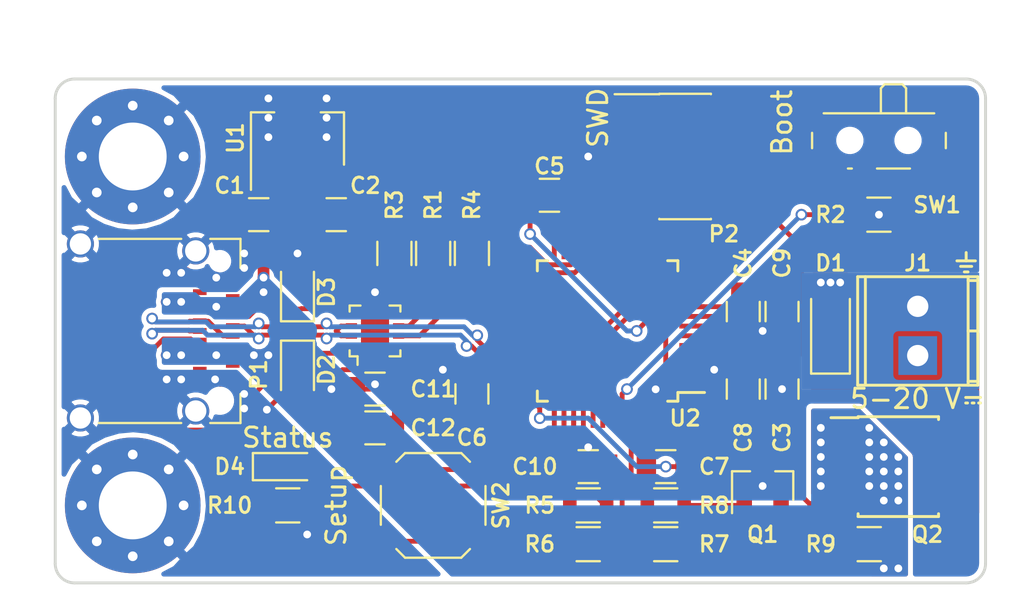
<source format=kicad_pcb>
(kicad_pcb (version 4) (host pcbnew 4.0.6)

  (general
    (links 120)
    (no_connects 0)
    (area 81.424999 56.924999 129.575001 83.075001)
    (thickness 1.6)
    (drawings 10)
    (tracks 484)
    (zones 0)
    (modules 38)
    (nets 64)
  )

  (page USLetter)
  (title_block
    (title "PD Buddy Sink")
    (rev 0.3)
  )

  (layers
    (0 F.Cu signal)
    (31 B.Cu signal)
    (32 B.Adhes user)
    (33 F.Adhes user)
    (34 B.Paste user)
    (35 F.Paste user)
    (36 B.SilkS user)
    (37 F.SilkS user)
    (38 B.Mask user)
    (39 F.Mask user)
    (40 Dwgs.User user)
    (41 Cmts.User user)
    (42 Eco1.User user)
    (43 Eco2.User user)
    (44 Edge.Cuts user)
    (45 Margin user)
    (46 B.CrtYd user)
    (47 F.CrtYd user)
    (48 B.Fab user)
    (49 F.Fab user)
  )

  (setup
    (last_trace_width 0.25)
    (trace_clearance 0.16)
    (zone_clearance 0.254)
    (zone_45_only no)
    (trace_min 0.2)
    (segment_width 0.2)
    (edge_width 0.15)
    (via_size 0.6)
    (via_drill 0.4)
    (via_min_size 0.4)
    (via_min_drill 0.3)
    (uvia_size 0.3)
    (uvia_drill 0.1)
    (uvias_allowed no)
    (uvia_min_size 0.2)
    (uvia_min_drill 0.1)
    (pcb_text_width 0.3)
    (pcb_text_size 1.5 1.5)
    (mod_edge_width 0.15)
    (mod_text_size 0.8 0.8)
    (mod_text_width 0.15)
    (pad_size 1.524 1.524)
    (pad_drill 0.762)
    (pad_to_mask_clearance 0.125)
    (aux_axis_origin 0 0)
    (visible_elements FFFFFF7F)
    (pcbplotparams
      (layerselection 0x00030_80000001)
      (usegerberextensions false)
      (excludeedgelayer true)
      (linewidth 0.100000)
      (plotframeref false)
      (viasonmask false)
      (mode 1)
      (useauxorigin false)
      (hpglpennumber 1)
      (hpglpenspeed 20)
      (hpglpendiameter 15)
      (hpglpenoverlay 2)
      (psnegative false)
      (psa4output false)
      (plotreference true)
      (plotvalue true)
      (plotinvisibletext false)
      (padsonsilk false)
      (subtractmaskfromsilk false)
      (outputformat 1)
      (mirror false)
      (drillshape 1)
      (scaleselection 1)
      (outputdirectory ""))
  )

  (net 0 "")
  (net 1 VBUS)
  (net 2 GND)
  (net 3 +3V3)
  (net 4 /Microcontroller/nRST)
  (net 5 "/PD PHY/CC2")
  (net 6 "/PD PHY/CC1")
  (net 7 "Net-(P1-PadB8)")
  (net 8 "Net-(P1-PadB3)")
  (net 9 "Net-(P1-PadB10)")
  (net 10 "Net-(P1-PadB2)")
  (net 11 "Net-(P1-PadB11)")
  (net 12 "Net-(P1-PadA2)")
  (net 13 "Net-(P1-PadA3)")
  (net 14 "Net-(P1-PadA10)")
  (net 15 "Net-(P1-PadA8)")
  (net 16 "Net-(P1-PadA11)")
  (net 17 /Microcontroller/SWDIO)
  (net 18 /Microcontroller/SWCLK)
  (net 19 "Net-(P2-Pad6)")
  (net 20 "Net-(P2-Pad7)")
  (net 21 "Net-(P2-Pad8)")
  (net 22 "Net-(Q1-Pad1)")
  (net 23 /Microcontroller/INT_N)
  (net 24 /Microcontroller/SCL)
  (net 25 /Microcontroller/SDA)
  (net 26 "Net-(R5-Pad1)")
  (net 27 /Microcontroller/OUT_CTRL)
  (net 28 "Net-(U2-Pad2)")
  (net 29 "Net-(U2-Pad3)")
  (net 30 "Net-(U2-Pad4)")
  (net 31 "Net-(U2-Pad5)")
  (net 32 "Net-(U2-Pad6)")
  (net 33 "Net-(U2-Pad10)")
  (net 34 "Net-(U2-Pad11)")
  (net 35 "Net-(U2-Pad12)")
  (net 36 "Net-(U2-Pad13)")
  (net 37 "Net-(U2-Pad14)")
  (net 38 "Net-(U2-Pad15)")
  (net 39 "Net-(U2-Pad16)")
  (net 40 "Net-(U2-Pad17)")
  (net 41 "Net-(U2-Pad18)")
  (net 42 "Net-(U2-Pad19)")
  (net 43 "Net-(U2-Pad20)")
  (net 44 "Net-(U2-Pad26)")
  (net 45 "Net-(U2-Pad27)")
  (net 46 "Net-(U2-Pad28)")
  (net 47 "Net-(U2-Pad29)")
  (net 48 "Net-(U2-Pad30)")
  (net 49 "Net-(U2-Pad40)")
  (net 50 "Net-(U2-Pad46)")
  (net 51 VCONN)
  (net 52 "Net-(D4-Pad1)")
  (net 53 /Microcontroller/D+)
  (net 54 /Microcontroller/D-)
  (net 55 /Microcontroller/SETUP)
  (net 56 /Microcontroller/NOPWR)
  (net 57 "Net-(U2-Pad31)")
  (net 58 "Net-(U2-Pad41)")
  (net 59 "Net-(U2-Pad42)")
  (net 60 "Net-(U2-Pad43)")
  (net 61 "Net-(Q1-Pad3)")
  (net 62 /Output/OUT)
  (net 63 /Microcontroller/BOOT)

  (net_class Default "This is the default net class."
    (clearance 0.16)
    (trace_width 0.25)
    (via_dia 0.6)
    (via_drill 0.4)
    (uvia_dia 0.3)
    (uvia_drill 0.1)
    (add_net +3V3)
    (add_net /Microcontroller/BOOT)
    (add_net /Microcontroller/D+)
    (add_net /Microcontroller/D-)
    (add_net /Microcontroller/INT_N)
    (add_net /Microcontroller/NOPWR)
    (add_net /Microcontroller/OUT_CTRL)
    (add_net /Microcontroller/SCL)
    (add_net /Microcontroller/SDA)
    (add_net /Microcontroller/SETUP)
    (add_net /Microcontroller/SWCLK)
    (add_net /Microcontroller/SWDIO)
    (add_net /Microcontroller/nRST)
    (add_net /Output/OUT)
    (add_net "/PD PHY/CC1")
    (add_net "/PD PHY/CC2")
    (add_net GND)
    (add_net "Net-(D4-Pad1)")
    (add_net "Net-(P1-PadA10)")
    (add_net "Net-(P1-PadA11)")
    (add_net "Net-(P1-PadA2)")
    (add_net "Net-(P1-PadA3)")
    (add_net "Net-(P1-PadA8)")
    (add_net "Net-(P1-PadB10)")
    (add_net "Net-(P1-PadB11)")
    (add_net "Net-(P1-PadB2)")
    (add_net "Net-(P1-PadB3)")
    (add_net "Net-(P1-PadB8)")
    (add_net "Net-(P2-Pad6)")
    (add_net "Net-(P2-Pad7)")
    (add_net "Net-(P2-Pad8)")
    (add_net "Net-(Q1-Pad1)")
    (add_net "Net-(Q1-Pad3)")
    (add_net "Net-(R5-Pad1)")
    (add_net "Net-(U2-Pad10)")
    (add_net "Net-(U2-Pad11)")
    (add_net "Net-(U2-Pad12)")
    (add_net "Net-(U2-Pad13)")
    (add_net "Net-(U2-Pad14)")
    (add_net "Net-(U2-Pad15)")
    (add_net "Net-(U2-Pad16)")
    (add_net "Net-(U2-Pad17)")
    (add_net "Net-(U2-Pad18)")
    (add_net "Net-(U2-Pad19)")
    (add_net "Net-(U2-Pad2)")
    (add_net "Net-(U2-Pad20)")
    (add_net "Net-(U2-Pad26)")
    (add_net "Net-(U2-Pad27)")
    (add_net "Net-(U2-Pad28)")
    (add_net "Net-(U2-Pad29)")
    (add_net "Net-(U2-Pad3)")
    (add_net "Net-(U2-Pad30)")
    (add_net "Net-(U2-Pad31)")
    (add_net "Net-(U2-Pad4)")
    (add_net "Net-(U2-Pad40)")
    (add_net "Net-(U2-Pad41)")
    (add_net "Net-(U2-Pad42)")
    (add_net "Net-(U2-Pad43)")
    (add_net "Net-(U2-Pad46)")
    (add_net "Net-(U2-Pad5)")
    (add_net "Net-(U2-Pad6)")
    (add_net VBUS)
    (add_net VCONN)
  )

  (net_class Power ""
    (clearance 0.16)
    (trace_width 1.5)
    (via_dia 0.6)
    (via_drill 0.4)
    (uvia_dia 0.3)
    (uvia_drill 0.1)
  )

  (net_class Power_Small ""
    (clearance 0.16)
    (trace_width 0.6)
    (via_dia 0.6)
    (via_drill 0.4)
    (uvia_dia 0.3)
    (uvia_drill 0.1)
  )

  (module Mounting_Holes:MountingHole_3.5mm_Pad_Via (layer F.Cu) (tedit 58DEFF23) (tstamp 5892A5A3)
    (at 85.5 79 90)
    (descr "Mounting Hole 3.5mm")
    (tags "mounting hole 3.5mm")
    (path /5892BB4F)
    (fp_text reference MK1 (at 0 -4.5 90) (layer F.Fab)
      (effects (font (size 0.8 0.8) (thickness 0.15)))
    )
    (fp_text value 3.5mm (at 0 4.5 90) (layer F.Fab)
      (effects (font (size 1 1) (thickness 0.15)))
    )
    (fp_circle (center 0 0) (end 3.5 0) (layer Cmts.User) (width 0.15))
    (fp_circle (center 0 0) (end 3.75 0) (layer F.CrtYd) (width 0.05))
    (pad 1 thru_hole circle (at 0 0 90) (size 7 7) (drill 3.5) (layers *.Cu *.Mask)
      (net 2 GND))
    (pad "" thru_hole circle (at 2.625 0 90) (size 0.6 0.6) (drill 0.5) (layers *.Cu *.Mask))
    (pad "" thru_hole circle (at 1.856155 1.856155 90) (size 0.6 0.6) (drill 0.5) (layers *.Cu *.Mask))
    (pad "" thru_hole circle (at 0 2.625 90) (size 0.6 0.6) (drill 0.5) (layers *.Cu *.Mask))
    (pad "" thru_hole circle (at -1.856155 1.856155 90) (size 0.6 0.6) (drill 0.5) (layers *.Cu *.Mask))
    (pad "" thru_hole circle (at -2.625 0 90) (size 0.6 0.6) (drill 0.5) (layers *.Cu *.Mask))
    (pad "" thru_hole circle (at -1.856155 -1.856155 90) (size 0.6 0.6) (drill 0.5) (layers *.Cu *.Mask))
    (pad "" thru_hole circle (at 0 -2.625 90) (size 0.6 0.6) (drill 0.5) (layers *.Cu *.Mask))
    (pad "" thru_hole circle (at 1.856155 -1.856155 90) (size 0.6 0.6) (drill 0.5) (layers *.Cu *.Mask))
  )

  (module Mounting_Holes:MountingHole_3.5mm_Pad_Via (layer F.Cu) (tedit 58DEFF1F) (tstamp 5892A5B2)
    (at 85.5 61 90)
    (descr "Mounting Hole 3.5mm")
    (tags "mounting hole 3.5mm")
    (path /5892BC07)
    (fp_text reference MK2 (at 0 -4.5 90) (layer F.Fab)
      (effects (font (size 0.8 0.8) (thickness 0.15)))
    )
    (fp_text value 3.5mm (at 0 4.5 90) (layer F.Fab)
      (effects (font (size 1 1) (thickness 0.15)))
    )
    (fp_circle (center 0 0) (end 3.5 0) (layer Cmts.User) (width 0.15))
    (fp_circle (center 0 0) (end 3.75 0) (layer F.CrtYd) (width 0.05))
    (pad 1 thru_hole circle (at 0 0 90) (size 7 7) (drill 3.5) (layers *.Cu *.Mask)
      (net 2 GND))
    (pad "" thru_hole circle (at 2.625 0 90) (size 0.6 0.6) (drill 0.5) (layers *.Cu *.Mask))
    (pad "" thru_hole circle (at 1.856155 1.856155 90) (size 0.6 0.6) (drill 0.5) (layers *.Cu *.Mask))
    (pad "" thru_hole circle (at 0 2.625 90) (size 0.6 0.6) (drill 0.5) (layers *.Cu *.Mask))
    (pad "" thru_hole circle (at -1.856155 1.856155 90) (size 0.6 0.6) (drill 0.5) (layers *.Cu *.Mask))
    (pad "" thru_hole circle (at -2.625 0 90) (size 0.6 0.6) (drill 0.5) (layers *.Cu *.Mask))
    (pad "" thru_hole circle (at -1.856155 -1.856155 90) (size 0.6 0.6) (drill 0.5) (layers *.Cu *.Mask))
    (pad "" thru_hole circle (at 0 -2.625 90) (size 0.6 0.6) (drill 0.5) (layers *.Cu *.Mask))
    (pad "" thru_hole circle (at 1.856155 -1.856155 90) (size 0.6 0.6) (drill 0.5) (layers *.Cu *.Mask))
  )

  (module LEDs:LED_0805 (layer F.Cu) (tedit 58DEF95B) (tstamp 5892C0EA)
    (at 93.5 77)
    (descr "LED 0805 smd package")
    (tags "LED led 0805 SMD smd SMT smt smdled SMDLED smtled SMTLED")
    (path /588FD270/58931071)
    (attr smd)
    (fp_text reference D4 (at -3 0) (layer F.SilkS)
      (effects (font (size 0.8 0.8) (thickness 0.15)))
    )
    (fp_text value Status (at 0 -1.5) (layer F.SilkS)
      (effects (font (size 1 1) (thickness 0.15)))
    )
    (fp_line (start -1.8 -0.7) (end -1.8 0.7) (layer F.SilkS) (width 0.12))
    (fp_line (start -0.4 -0.4) (end -0.4 0.4) (layer F.Fab) (width 0.1))
    (fp_line (start -0.4 0) (end 0.2 -0.4) (layer F.Fab) (width 0.1))
    (fp_line (start 0.2 0.4) (end -0.4 0) (layer F.Fab) (width 0.1))
    (fp_line (start 0.2 -0.4) (end 0.2 0.4) (layer F.Fab) (width 0.1))
    (fp_line (start 1 0.6) (end -1 0.6) (layer F.Fab) (width 0.1))
    (fp_line (start 1 -0.6) (end 1 0.6) (layer F.Fab) (width 0.1))
    (fp_line (start -1 -0.6) (end 1 -0.6) (layer F.Fab) (width 0.1))
    (fp_line (start -1 0.6) (end -1 -0.6) (layer F.Fab) (width 0.1))
    (fp_line (start -1.8 0.7) (end 1 0.7) (layer F.SilkS) (width 0.12))
    (fp_line (start -1.8 -0.7) (end 1 -0.7) (layer F.SilkS) (width 0.12))
    (fp_line (start 1.95 -0.85) (end 1.95 0.85) (layer F.CrtYd) (width 0.05))
    (fp_line (start 1.95 0.85) (end -1.95 0.85) (layer F.CrtYd) (width 0.05))
    (fp_line (start -1.95 0.85) (end -1.95 -0.85) (layer F.CrtYd) (width 0.05))
    (fp_line (start -1.95 -0.85) (end 1.95 -0.85) (layer F.CrtYd) (width 0.05))
    (pad 2 smd rect (at 1.1 0 180) (size 1.2 1.2) (layers F.Cu F.Paste F.Mask)
      (net 56 /Microcontroller/NOPWR))
    (pad 1 smd rect (at -1.1 0 180) (size 1.2 1.2) (layers F.Cu F.Paste F.Mask)
      (net 52 "Net-(D4-Pad1)"))
    (model LEDs.3dshapes/LED_0805.wrl
      (at (xyz 0 0 0))
      (scale (xyz 1 1 1))
      (rotate (xyz 0 0 0))
    )
  )

  (module Housings_QFP:LQFP-48_7x7mm_Pitch0.5mm (layer F.Cu) (tedit 54130A77) (tstamp 58926732)
    (at 110 70 180)
    (descr "48 LEAD LQFP 7x7mm (see MICREL LQFP7x7-48LD-PL-1.pdf)")
    (tags "QFP 0.5")
    (path /588FD270/588FD426)
    (attr smd)
    (fp_text reference U2 (at -4 -4.5 180) (layer F.SilkS)
      (effects (font (size 0.8 0.8) (thickness 0.15)))
    )
    (fp_text value STM32F072CBTx (at 0 6 180) (layer F.Fab)
      (effects (font (size 1 1) (thickness 0.15)))
    )
    (fp_text user %R (at 0 0 180) (layer F.Fab)
      (effects (font (size 1 1) (thickness 0.15)))
    )
    (fp_line (start -2.5 -3.5) (end 3.5 -3.5) (layer F.Fab) (width 0.15))
    (fp_line (start 3.5 -3.5) (end 3.5 3.5) (layer F.Fab) (width 0.15))
    (fp_line (start 3.5 3.5) (end -3.5 3.5) (layer F.Fab) (width 0.15))
    (fp_line (start -3.5 3.5) (end -3.5 -2.5) (layer F.Fab) (width 0.15))
    (fp_line (start -3.5 -2.5) (end -2.5 -3.5) (layer F.Fab) (width 0.15))
    (fp_line (start -5.25 -5.25) (end -5.25 5.25) (layer F.CrtYd) (width 0.05))
    (fp_line (start 5.25 -5.25) (end 5.25 5.25) (layer F.CrtYd) (width 0.05))
    (fp_line (start -5.25 -5.25) (end 5.25 -5.25) (layer F.CrtYd) (width 0.05))
    (fp_line (start -5.25 5.25) (end 5.25 5.25) (layer F.CrtYd) (width 0.05))
    (fp_line (start -3.625 -3.625) (end -3.625 -3.175) (layer F.SilkS) (width 0.15))
    (fp_line (start 3.625 -3.625) (end 3.625 -3.1) (layer F.SilkS) (width 0.15))
    (fp_line (start 3.625 3.625) (end 3.625 3.1) (layer F.SilkS) (width 0.15))
    (fp_line (start -3.625 3.625) (end -3.625 3.1) (layer F.SilkS) (width 0.15))
    (fp_line (start -3.625 -3.625) (end -3.1 -3.625) (layer F.SilkS) (width 0.15))
    (fp_line (start -3.625 3.625) (end -3.1 3.625) (layer F.SilkS) (width 0.15))
    (fp_line (start 3.625 3.625) (end 3.1 3.625) (layer F.SilkS) (width 0.15))
    (fp_line (start 3.625 -3.625) (end 3.1 -3.625) (layer F.SilkS) (width 0.15))
    (fp_line (start -3.625 -3.175) (end -5 -3.175) (layer F.SilkS) (width 0.15))
    (pad 1 smd rect (at -4.35 -2.75 180) (size 1.3 0.25) (layers F.Cu F.Paste F.Mask)
      (net 3 +3V3))
    (pad 2 smd rect (at -4.35 -2.25 180) (size 1.3 0.25) (layers F.Cu F.Paste F.Mask)
      (net 28 "Net-(U2-Pad2)"))
    (pad 3 smd rect (at -4.35 -1.75 180) (size 1.3 0.25) (layers F.Cu F.Paste F.Mask)
      (net 29 "Net-(U2-Pad3)"))
    (pad 4 smd rect (at -4.35 -1.25 180) (size 1.3 0.25) (layers F.Cu F.Paste F.Mask)
      (net 30 "Net-(U2-Pad4)"))
    (pad 5 smd rect (at -4.35 -0.75 180) (size 1.3 0.25) (layers F.Cu F.Paste F.Mask)
      (net 31 "Net-(U2-Pad5)"))
    (pad 6 smd rect (at -4.35 -0.25 180) (size 1.3 0.25) (layers F.Cu F.Paste F.Mask)
      (net 32 "Net-(U2-Pad6)"))
    (pad 7 smd rect (at -4.35 0.25 180) (size 1.3 0.25) (layers F.Cu F.Paste F.Mask)
      (net 4 /Microcontroller/nRST))
    (pad 8 smd rect (at -4.35 0.75 180) (size 1.3 0.25) (layers F.Cu F.Paste F.Mask)
      (net 2 GND))
    (pad 9 smd rect (at -4.35 1.25 180) (size 1.3 0.25) (layers F.Cu F.Paste F.Mask)
      (net 3 +3V3))
    (pad 10 smd rect (at -4.35 1.75 180) (size 1.3 0.25) (layers F.Cu F.Paste F.Mask)
      (net 33 "Net-(U2-Pad10)"))
    (pad 11 smd rect (at -4.35 2.25 180) (size 1.3 0.25) (layers F.Cu F.Paste F.Mask)
      (net 34 "Net-(U2-Pad11)"))
    (pad 12 smd rect (at -4.35 2.75 180) (size 1.3 0.25) (layers F.Cu F.Paste F.Mask)
      (net 35 "Net-(U2-Pad12)"))
    (pad 13 smd rect (at -2.75 4.35 270) (size 1.3 0.25) (layers F.Cu F.Paste F.Mask)
      (net 36 "Net-(U2-Pad13)"))
    (pad 14 smd rect (at -2.25 4.35 270) (size 1.3 0.25) (layers F.Cu F.Paste F.Mask)
      (net 37 "Net-(U2-Pad14)"))
    (pad 15 smd rect (at -1.75 4.35 270) (size 1.3 0.25) (layers F.Cu F.Paste F.Mask)
      (net 38 "Net-(U2-Pad15)"))
    (pad 16 smd rect (at -1.25 4.35 270) (size 1.3 0.25) (layers F.Cu F.Paste F.Mask)
      (net 39 "Net-(U2-Pad16)"))
    (pad 17 smd rect (at -0.75 4.35 270) (size 1.3 0.25) (layers F.Cu F.Paste F.Mask)
      (net 40 "Net-(U2-Pad17)"))
    (pad 18 smd rect (at -0.25 4.35 270) (size 1.3 0.25) (layers F.Cu F.Paste F.Mask)
      (net 41 "Net-(U2-Pad18)"))
    (pad 19 smd rect (at 0.25 4.35 270) (size 1.3 0.25) (layers F.Cu F.Paste F.Mask)
      (net 42 "Net-(U2-Pad19)"))
    (pad 20 smd rect (at 0.75 4.35 270) (size 1.3 0.25) (layers F.Cu F.Paste F.Mask)
      (net 43 "Net-(U2-Pad20)"))
    (pad 21 smd rect (at 1.25 4.35 270) (size 1.3 0.25) (layers F.Cu F.Paste F.Mask)
      (net 24 /Microcontroller/SCL))
    (pad 22 smd rect (at 1.75 4.35 270) (size 1.3 0.25) (layers F.Cu F.Paste F.Mask)
      (net 25 /Microcontroller/SDA))
    (pad 23 smd rect (at 2.25 4.35 270) (size 1.3 0.25) (layers F.Cu F.Paste F.Mask)
      (net 2 GND))
    (pad 24 smd rect (at 2.75 4.35 270) (size 1.3 0.25) (layers F.Cu F.Paste F.Mask)
      (net 3 +3V3))
    (pad 25 smd rect (at 4.35 2.75 180) (size 1.3 0.25) (layers F.Cu F.Paste F.Mask)
      (net 23 /Microcontroller/INT_N))
    (pad 26 smd rect (at 4.35 2.25 180) (size 1.3 0.25) (layers F.Cu F.Paste F.Mask)
      (net 44 "Net-(U2-Pad26)"))
    (pad 27 smd rect (at 4.35 1.75 180) (size 1.3 0.25) (layers F.Cu F.Paste F.Mask)
      (net 45 "Net-(U2-Pad27)"))
    (pad 28 smd rect (at 4.35 1.25 180) (size 1.3 0.25) (layers F.Cu F.Paste F.Mask)
      (net 46 "Net-(U2-Pad28)"))
    (pad 29 smd rect (at 4.35 0.75 180) (size 1.3 0.25) (layers F.Cu F.Paste F.Mask)
      (net 47 "Net-(U2-Pad29)"))
    (pad 30 smd rect (at 4.35 0.25 180) (size 1.3 0.25) (layers F.Cu F.Paste F.Mask)
      (net 48 "Net-(U2-Pad30)"))
    (pad 31 smd rect (at 4.35 -0.25 180) (size 1.3 0.25) (layers F.Cu F.Paste F.Mask)
      (net 57 "Net-(U2-Pad31)"))
    (pad 32 smd rect (at 4.35 -0.75 180) (size 1.3 0.25) (layers F.Cu F.Paste F.Mask)
      (net 54 /Microcontroller/D-))
    (pad 33 smd rect (at 4.35 -1.25 180) (size 1.3 0.25) (layers F.Cu F.Paste F.Mask)
      (net 53 /Microcontroller/D+))
    (pad 34 smd rect (at 4.35 -1.75 180) (size 1.3 0.25) (layers F.Cu F.Paste F.Mask)
      (net 17 /Microcontroller/SWDIO))
    (pad 35 smd rect (at 4.35 -2.25 180) (size 1.3 0.25) (layers F.Cu F.Paste F.Mask)
      (net 2 GND))
    (pad 36 smd rect (at 4.35 -2.75 180) (size 1.3 0.25) (layers F.Cu F.Paste F.Mask)
      (net 3 +3V3))
    (pad 37 smd rect (at 2.75 -4.35 270) (size 1.3 0.25) (layers F.Cu F.Paste F.Mask)
      (net 18 /Microcontroller/SWCLK))
    (pad 38 smd rect (at 2.25 -4.35 270) (size 1.3 0.25) (layers F.Cu F.Paste F.Mask)
      (net 56 /Microcontroller/NOPWR))
    (pad 39 smd rect (at 1.75 -4.35 270) (size 1.3 0.25) (layers F.Cu F.Paste F.Mask)
      (net 55 /Microcontroller/SETUP))
    (pad 40 smd rect (at 1.25 -4.35 270) (size 1.3 0.25) (layers F.Cu F.Paste F.Mask)
      (net 49 "Net-(U2-Pad40)"))
    (pad 41 smd rect (at 0.75 -4.35 270) (size 1.3 0.25) (layers F.Cu F.Paste F.Mask)
      (net 58 "Net-(U2-Pad41)"))
    (pad 42 smd rect (at 0.25 -4.35 270) (size 1.3 0.25) (layers F.Cu F.Paste F.Mask)
      (net 59 "Net-(U2-Pad42)"))
    (pad 43 smd rect (at -0.25 -4.35 270) (size 1.3 0.25) (layers F.Cu F.Paste F.Mask)
      (net 60 "Net-(U2-Pad43)"))
    (pad 44 smd rect (at -0.75 -4.35 270) (size 1.3 0.25) (layers F.Cu F.Paste F.Mask)
      (net 63 /Microcontroller/BOOT))
    (pad 45 smd rect (at -1.25 -4.35 270) (size 1.3 0.25) (layers F.Cu F.Paste F.Mask)
      (net 27 /Microcontroller/OUT_CTRL))
    (pad 46 smd rect (at -1.75 -4.35 270) (size 1.3 0.25) (layers F.Cu F.Paste F.Mask)
      (net 50 "Net-(U2-Pad46)"))
    (pad 47 smd rect (at -2.25 -4.35 270) (size 1.3 0.25) (layers F.Cu F.Paste F.Mask)
      (net 2 GND))
    (pad 48 smd rect (at -2.75 -4.35 270) (size 1.3 0.25) (layers F.Cu F.Paste F.Mask)
      (net 3 +3V3))
    (model Housings_QFP.3dshapes/LQFP-48_7x7mm_Pitch0.5mm.wrl
      (at (xyz 0 0 0))
      (scale (xyz 1 1 1))
      (rotate (xyz 0 0 0))
    )
  )

  (module Connectors_Terminal_Blocks:TerminalBlock_Pheonix_MPT-2.54mm_2pol (layer F.Cu) (tedit 58DEF94C) (tstamp 58926570)
    (at 126 71.27 90)
    (descr "2-way 2.54mm pitch terminal block, Phoenix MPT series")
    (path /588FA3A4/588FA688)
    (fp_text reference J1 (at 4.77 0 180) (layer F.SilkS)
      (effects (font (size 0.8 0.8) (thickness 0.15)))
    )
    (fp_text value "5-20 V⎓" (at -2.23 0 180) (layer F.SilkS)
      (effects (font (size 1 1) (thickness 0.15)))
    )
    (fp_line (start -1.7 -3.3) (end 4.3 -3.3) (layer F.CrtYd) (width 0.05))
    (fp_line (start -1.7 3.3) (end -1.7 -3.3) (layer F.CrtYd) (width 0.05))
    (fp_line (start 4.3 3.3) (end -1.7 3.3) (layer F.CrtYd) (width 0.05))
    (fp_line (start 4.3 -3.3) (end 4.3 3.3) (layer F.CrtYd) (width 0.05))
    (fp_line (start 4.06908 2.60096) (end -1.52908 2.60096) (layer F.SilkS) (width 0.15))
    (fp_line (start -1.33096 3.0988) (end -1.33096 2.60096) (layer F.SilkS) (width 0.15))
    (fp_line (start 3.87096 2.60096) (end 3.87096 3.0988) (layer F.SilkS) (width 0.15))
    (fp_line (start 1.27 3.0988) (end 1.27 2.60096) (layer F.SilkS) (width 0.15))
    (fp_line (start -1.52908 -2.70002) (end 4.06908 -2.70002) (layer F.SilkS) (width 0.15))
    (fp_line (start -1.52908 3.0988) (end 4.06908 3.0988) (layer F.SilkS) (width 0.15))
    (fp_line (start 4.06908 3.0988) (end 4.06908 -3.0988) (layer F.SilkS) (width 0.15))
    (fp_line (start 4.06908 -3.0988) (end -1.52908 -3.0988) (layer F.SilkS) (width 0.15))
    (fp_line (start -1.52908 -3.0988) (end -1.52908 3.0988) (layer F.SilkS) (width 0.15))
    (pad 2 thru_hole oval (at 2.54 0 90) (size 1.99898 1.99898) (drill 1.09728) (layers *.Cu *.Mask)
      (net 2 GND))
    (pad 1 thru_hole rect (at 0 0 90) (size 1.99898 1.99898) (drill 1.09728) (layers *.Cu *.Mask)
      (net 62 /Output/OUT))
    (model Terminal_Blocks.3dshapes/TerminalBlock_Pheonix_MPT-2.54mm_2pol.wrl
      (at (xyz 0.05 0 0))
      (scale (xyz 1 1 1))
      (rotate (xyz 0 0 0))
    )
  )

  (module Housings_SOIC:SOIC-8_3.9x4.9mm_Pitch1.27mm (layer F.Cu) (tedit 58CD0CDA) (tstamp 5892660D)
    (at 125 77)
    (descr "8-Lead Plastic Small Outline (SN) - Narrow, 3.90 mm Body [SOIC] (see Microchip Packaging Specification 00000049BS.pdf)")
    (tags "SOIC 1.27")
    (path /588FA3A4/588FA570)
    (attr smd)
    (fp_text reference Q2 (at 1.5 3.5) (layer F.SilkS)
      (effects (font (size 0.8 0.8) (thickness 0.15)))
    )
    (fp_text value DMP4015SSS (at 0 3.5) (layer F.Fab)
      (effects (font (size 1 1) (thickness 0.15)))
    )
    (fp_text user %R (at 0 0) (layer F.Fab)
      (effects (font (size 1 1) (thickness 0.15)))
    )
    (fp_line (start -0.95 -2.45) (end 1.95 -2.45) (layer F.Fab) (width 0.1))
    (fp_line (start 1.95 -2.45) (end 1.95 2.45) (layer F.Fab) (width 0.1))
    (fp_line (start 1.95 2.45) (end -1.95 2.45) (layer F.Fab) (width 0.1))
    (fp_line (start -1.95 2.45) (end -1.95 -1.45) (layer F.Fab) (width 0.1))
    (fp_line (start -1.95 -1.45) (end -0.95 -2.45) (layer F.Fab) (width 0.1))
    (fp_line (start -3.73 -2.7) (end -3.73 2.7) (layer F.CrtYd) (width 0.05))
    (fp_line (start 3.73 -2.7) (end 3.73 2.7) (layer F.CrtYd) (width 0.05))
    (fp_line (start -3.73 -2.7) (end 3.73 -2.7) (layer F.CrtYd) (width 0.05))
    (fp_line (start -3.73 2.7) (end 3.73 2.7) (layer F.CrtYd) (width 0.05))
    (fp_line (start -2.075 -2.575) (end -2.075 -2.525) (layer F.SilkS) (width 0.15))
    (fp_line (start 2.075 -2.575) (end 2.075 -2.43) (layer F.SilkS) (width 0.15))
    (fp_line (start 2.075 2.575) (end 2.075 2.43) (layer F.SilkS) (width 0.15))
    (fp_line (start -2.075 2.575) (end -2.075 2.43) (layer F.SilkS) (width 0.15))
    (fp_line (start -2.075 -2.575) (end 2.075 -2.575) (layer F.SilkS) (width 0.15))
    (fp_line (start -2.075 2.575) (end 2.075 2.575) (layer F.SilkS) (width 0.15))
    (fp_line (start -2.075 -2.525) (end -3.475 -2.525) (layer F.SilkS) (width 0.15))
    (pad 1 smd rect (at -2.7 -1.905) (size 1.55 0.6) (layers F.Cu F.Paste F.Mask)
      (net 1 VBUS))
    (pad 2 smd rect (at -2.7 -0.635) (size 1.55 0.6) (layers F.Cu F.Paste F.Mask)
      (net 1 VBUS))
    (pad 3 smd rect (at -2.7 0.635) (size 1.55 0.6) (layers F.Cu F.Paste F.Mask)
      (net 1 VBUS))
    (pad 4 smd rect (at -2.7 1.905) (size 1.55 0.6) (layers F.Cu F.Paste F.Mask)
      (net 61 "Net-(Q1-Pad3)"))
    (pad 5 smd rect (at 2.7 1.905) (size 1.55 0.6) (layers F.Cu F.Paste F.Mask)
      (net 62 /Output/OUT))
    (pad 6 smd rect (at 2.7 0.635) (size 1.55 0.6) (layers F.Cu F.Paste F.Mask)
      (net 62 /Output/OUT))
    (pad 7 smd rect (at 2.7 -0.635) (size 1.55 0.6) (layers F.Cu F.Paste F.Mask)
      (net 62 /Output/OUT))
    (pad 8 smd rect (at 2.7 -1.905) (size 1.55 0.6) (layers F.Cu F.Paste F.Mask)
      (net 62 /Output/OUT))
    (model Housings_SOIC.3dshapes/SOIC-8_3.9x4.9mm_Pitch1.27mm.wrl
      (at (xyz 0 0 0))
      (scale (xyz 1 1 1))
      (rotate (xyz 0 0 0))
    )
  )

  (module TO_SOT_Packages_SMD:SOT-23 (layer F.Cu) (tedit 58CE4E7E) (tstamp 589265F1)
    (at 118 78 90)
    (descr "SOT-23, Standard")
    (tags SOT-23)
    (path /588FA3A4/588FA577)
    (attr smd)
    (fp_text reference Q1 (at -2.5 0 180) (layer F.SilkS)
      (effects (font (size 0.8 0.8) (thickness 0.15)))
    )
    (fp_text value MMBT2222ALT1G (at 0 2.5 90) (layer F.Fab)
      (effects (font (size 1 1) (thickness 0.15)))
    )
    (fp_text user %R (at 0 0 90) (layer F.Fab)
      (effects (font (size 0.5 0.5) (thickness 0.075)))
    )
    (fp_line (start -0.7 -0.95) (end -0.7 1.5) (layer F.Fab) (width 0.1))
    (fp_line (start -0.15 -1.52) (end 0.7 -1.52) (layer F.Fab) (width 0.1))
    (fp_line (start -0.7 -0.95) (end -0.15 -1.52) (layer F.Fab) (width 0.1))
    (fp_line (start 0.7 -1.52) (end 0.7 1.52) (layer F.Fab) (width 0.1))
    (fp_line (start -0.7 1.52) (end 0.7 1.52) (layer F.Fab) (width 0.1))
    (fp_line (start 0.76 1.58) (end 0.76 0.65) (layer F.SilkS) (width 0.12))
    (fp_line (start 0.76 -1.58) (end 0.76 -0.65) (layer F.SilkS) (width 0.12))
    (fp_line (start -1.7 -1.75) (end 1.7 -1.75) (layer F.CrtYd) (width 0.05))
    (fp_line (start 1.7 -1.75) (end 1.7 1.75) (layer F.CrtYd) (width 0.05))
    (fp_line (start 1.7 1.75) (end -1.7 1.75) (layer F.CrtYd) (width 0.05))
    (fp_line (start -1.7 1.75) (end -1.7 -1.75) (layer F.CrtYd) (width 0.05))
    (fp_line (start 0.76 -1.58) (end -1.4 -1.58) (layer F.SilkS) (width 0.12))
    (fp_line (start 0.76 1.58) (end -0.7 1.58) (layer F.SilkS) (width 0.12))
    (pad 1 smd rect (at -1 -0.95 90) (size 0.9 0.8) (layers F.Cu F.Paste F.Mask)
      (net 22 "Net-(Q1-Pad1)"))
    (pad 2 smd rect (at -1 0.95 90) (size 0.9 0.8) (layers F.Cu F.Paste F.Mask)
      (net 2 GND))
    (pad 3 smd rect (at 1 0 90) (size 0.9 0.8) (layers F.Cu F.Paste F.Mask)
      (net 61 "Net-(Q1-Pad3)"))
    (model ${KISYS3DMOD}/TO_SOT_Packages_SMD.3dshapes/SOT-23.wrl
      (at (xyz 0 0 0))
      (scale (xyz 1 1 1))
      (rotate (xyz 0 0 90))
    )
  )

  (module Diodes_SMD:D_SOD-323 (layer F.Cu) (tedit 58641739) (tstamp 58926546)
    (at 94 72 270)
    (descr SOD-323)
    (tags SOD-323)
    (path /588FB1D7/588FB3E3)
    (attr smd)
    (fp_text reference D2 (at 0 -1.5 270) (layer F.SilkS)
      (effects (font (size 0.8 0.8) (thickness 0.15)))
    )
    (fp_text value CZRF52C5V6 (at 0.1 1.9 270) (layer F.Fab)
      (effects (font (size 1 1) (thickness 0.15)))
    )
    (fp_line (start -1.5 -0.85) (end -1.5 0.85) (layer F.SilkS) (width 0.12))
    (fp_line (start 0.2 0) (end 0.45 0) (layer F.Fab) (width 0.1))
    (fp_line (start 0.2 0.35) (end -0.3 0) (layer F.Fab) (width 0.1))
    (fp_line (start 0.2 -0.35) (end 0.2 0.35) (layer F.Fab) (width 0.1))
    (fp_line (start -0.3 0) (end 0.2 -0.35) (layer F.Fab) (width 0.1))
    (fp_line (start -0.3 0) (end -0.5 0) (layer F.Fab) (width 0.1))
    (fp_line (start -0.3 -0.35) (end -0.3 0.35) (layer F.Fab) (width 0.1))
    (fp_line (start -0.9 0.7) (end -0.9 -0.7) (layer F.Fab) (width 0.1))
    (fp_line (start 0.9 0.7) (end -0.9 0.7) (layer F.Fab) (width 0.1))
    (fp_line (start 0.9 -0.7) (end 0.9 0.7) (layer F.Fab) (width 0.1))
    (fp_line (start -0.9 -0.7) (end 0.9 -0.7) (layer F.Fab) (width 0.1))
    (fp_line (start -1.6 -0.95) (end 1.6 -0.95) (layer F.CrtYd) (width 0.05))
    (fp_line (start 1.6 -0.95) (end 1.6 0.95) (layer F.CrtYd) (width 0.05))
    (fp_line (start -1.6 0.95) (end 1.6 0.95) (layer F.CrtYd) (width 0.05))
    (fp_line (start -1.6 -0.95) (end -1.6 0.95) (layer F.CrtYd) (width 0.05))
    (fp_line (start -1.5 0.85) (end 1.05 0.85) (layer F.SilkS) (width 0.12))
    (fp_line (start -1.5 -0.85) (end 1.05 -0.85) (layer F.SilkS) (width 0.12))
    (pad 1 smd rect (at -1.05 0 270) (size 0.6 0.45) (layers F.Cu F.Paste F.Mask)
      (net 5 "/PD PHY/CC2"))
    (pad 2 smd rect (at 1.05 0 270) (size 0.6 0.45) (layers F.Cu F.Paste F.Mask)
      (net 2 GND))
    (model Diodes_SMD.3dshapes/D_SOD-323.wrl
      (at (xyz 0 0 0))
      (scale (xyz 1 1 1))
      (rotate (xyz 0 0 180))
    )
  )

  (module Diodes_SMD:D_SOD-323 (layer F.Cu) (tedit 58641739) (tstamp 5892655D)
    (at 94 68 90)
    (descr SOD-323)
    (tags SOD-323)
    (path /588FB1D7/588FB500)
    (attr smd)
    (fp_text reference D3 (at 0 1.5 90) (layer F.SilkS)
      (effects (font (size 0.8 0.8) (thickness 0.15)))
    )
    (fp_text value CZRF52C5V6 (at 0.1 1.9 90) (layer F.Fab)
      (effects (font (size 1 1) (thickness 0.15)))
    )
    (fp_line (start -1.5 -0.85) (end -1.5 0.85) (layer F.SilkS) (width 0.12))
    (fp_line (start 0.2 0) (end 0.45 0) (layer F.Fab) (width 0.1))
    (fp_line (start 0.2 0.35) (end -0.3 0) (layer F.Fab) (width 0.1))
    (fp_line (start 0.2 -0.35) (end 0.2 0.35) (layer F.Fab) (width 0.1))
    (fp_line (start -0.3 0) (end 0.2 -0.35) (layer F.Fab) (width 0.1))
    (fp_line (start -0.3 0) (end -0.5 0) (layer F.Fab) (width 0.1))
    (fp_line (start -0.3 -0.35) (end -0.3 0.35) (layer F.Fab) (width 0.1))
    (fp_line (start -0.9 0.7) (end -0.9 -0.7) (layer F.Fab) (width 0.1))
    (fp_line (start 0.9 0.7) (end -0.9 0.7) (layer F.Fab) (width 0.1))
    (fp_line (start 0.9 -0.7) (end 0.9 0.7) (layer F.Fab) (width 0.1))
    (fp_line (start -0.9 -0.7) (end 0.9 -0.7) (layer F.Fab) (width 0.1))
    (fp_line (start -1.6 -0.95) (end 1.6 -0.95) (layer F.CrtYd) (width 0.05))
    (fp_line (start 1.6 -0.95) (end 1.6 0.95) (layer F.CrtYd) (width 0.05))
    (fp_line (start -1.6 0.95) (end 1.6 0.95) (layer F.CrtYd) (width 0.05))
    (fp_line (start -1.6 -0.95) (end -1.6 0.95) (layer F.CrtYd) (width 0.05))
    (fp_line (start -1.5 0.85) (end 1.05 0.85) (layer F.SilkS) (width 0.12))
    (fp_line (start -1.5 -0.85) (end 1.05 -0.85) (layer F.SilkS) (width 0.12))
    (pad 1 smd rect (at -1.05 0 90) (size 0.6 0.45) (layers F.Cu F.Paste F.Mask)
      (net 6 "/PD PHY/CC1"))
    (pad 2 smd rect (at 1.05 0 90) (size 0.6 0.45) (layers F.Cu F.Paste F.Mask)
      (net 2 GND))
    (model Diodes_SMD.3dshapes/D_SOD-323.wrl
      (at (xyz 0 0 0))
      (scale (xyz 1 1 1))
      (rotate (xyz 0 0 180))
    )
  )

  (module TO_SOT_Packages_SMD:SOT89-3_Housing (layer F.Cu) (tedit 58CE4E7F) (tstamp 589266EB)
    (at 94 60.5 90)
    (descr "SOT89-3, Housing,")
    (tags "SOT89-3 Housing ")
    (path /588F9A21/588FA408)
    (attr smd)
    (fp_text reference U1 (at 0.45 -3.2 90) (layer F.SilkS)
      (effects (font (size 0.8 0.8) (thickness 0.15)))
    )
    (fp_text value AP2204R-3.3TRG1 (at 0.45 3.25 90) (layer F.Fab)
      (effects (font (size 1 1) (thickness 0.15)))
    )
    (fp_text user %R (at 0.38 0 90) (layer F.Fab)
      (effects (font (size 0.6 0.6) (thickness 0.09)))
    )
    (fp_line (start 1.78 1.2) (end 1.78 2.4) (layer F.SilkS) (width 0.12))
    (fp_line (start 1.78 2.4) (end -0.92 2.4) (layer F.SilkS) (width 0.12))
    (fp_line (start -2.22 -2.4) (end 1.78 -2.4) (layer F.SilkS) (width 0.12))
    (fp_line (start 1.78 -2.4) (end 1.78 -1.2) (layer F.SilkS) (width 0.12))
    (fp_line (start -0.92 -1.51) (end -0.13 -2.3) (layer F.Fab) (width 0.1))
    (fp_line (start 1.68 -2.3) (end 1.68 2.3) (layer F.Fab) (width 0.1))
    (fp_line (start 1.68 2.3) (end -0.92 2.3) (layer F.Fab) (width 0.1))
    (fp_line (start -0.92 2.3) (end -0.92 -1.51) (layer F.Fab) (width 0.1))
    (fp_line (start -0.13 -2.3) (end 1.68 -2.3) (layer F.Fab) (width 0.1))
    (fp_line (start 3.23 -2.55) (end 3.23 2.55) (layer F.CrtYd) (width 0.05))
    (fp_line (start 3.23 -2.55) (end -2.48 -2.55) (layer F.CrtYd) (width 0.05))
    (fp_line (start -2.48 2.55) (end 3.23 2.55) (layer F.CrtYd) (width 0.05))
    (fp_line (start -2.48 2.55) (end -2.48 -2.55) (layer F.CrtYd) (width 0.05))
    (pad 1 smd rect (at -1.48 -1.5) (size 1 1.5) (layers F.Cu F.Paste F.Mask)
      (net 1 VBUS))
    (pad 2 smd rect (at -1.48 0) (size 1 1.5) (layers F.Cu F.Paste F.Mask)
      (net 2 GND))
    (pad 3 smd rect (at -1.48 1.5) (size 1 1.5) (layers F.Cu F.Paste F.Mask)
      (net 3 +3V3))
    (pad 2 smd rect (at 1.48 0) (size 2 3) (layers F.Cu F.Paste F.Mask)
      (net 2 GND))
    (pad 2 smd trapezoid (at -0.37 0 180) (size 1.5 0.75) (rect_delta 0 0.5 ) (layers F.Cu F.Paste F.Mask)
      (net 2 GND))
    (model ${KISYS3DMOD}/TO_SOT_Packages_SMD.3dshapes/SOT89-3_Housing.wrl
      (at (xyz 0.02 0 0))
      (scale (xyz 0.39 0.39 0.39))
      (rotate (xyz 0 0 90))
    )
  )

  (module Resistors_SMD:R_0805 (layer F.Cu) (tedit 58AADA8F) (tstamp 5892661D)
    (at 101 66 90)
    (descr "Resistor SMD 0805, reflow soldering, Vishay (see dcrcw.pdf)")
    (tags "resistor 0805")
    (path /588FD270/5892476F)
    (attr smd)
    (fp_text reference R1 (at 2.5 0 90) (layer F.SilkS)
      (effects (font (size 0.8 0.8) (thickness 0.15)))
    )
    (fp_text value 2kΩ (at 0 1.75 90) (layer F.Fab)
      (effects (font (size 1 1) (thickness 0.15)))
    )
    (fp_text user %R (at 0 -1.65 90) (layer F.Fab)
      (effects (font (size 1 1) (thickness 0.15)))
    )
    (fp_line (start -1 0.62) (end -1 -0.62) (layer F.Fab) (width 0.1))
    (fp_line (start 1 0.62) (end -1 0.62) (layer F.Fab) (width 0.1))
    (fp_line (start 1 -0.62) (end 1 0.62) (layer F.Fab) (width 0.1))
    (fp_line (start -1 -0.62) (end 1 -0.62) (layer F.Fab) (width 0.1))
    (fp_line (start 0.6 0.88) (end -0.6 0.88) (layer F.SilkS) (width 0.12))
    (fp_line (start -0.6 -0.88) (end 0.6 -0.88) (layer F.SilkS) (width 0.12))
    (fp_line (start -1.55 -0.9) (end 1.55 -0.9) (layer F.CrtYd) (width 0.05))
    (fp_line (start -1.55 -0.9) (end -1.55 0.9) (layer F.CrtYd) (width 0.05))
    (fp_line (start 1.55 0.9) (end 1.55 -0.9) (layer F.CrtYd) (width 0.05))
    (fp_line (start 1.55 0.9) (end -1.55 0.9) (layer F.CrtYd) (width 0.05))
    (pad 1 smd rect (at -0.95 0 90) (size 0.7 1.3) (layers F.Cu F.Paste F.Mask)
      (net 24 /Microcontroller/SCL))
    (pad 2 smd rect (at 0.95 0 90) (size 0.7 1.3) (layers F.Cu F.Paste F.Mask)
      (net 3 +3V3))
    (model Resistors_SMD.3dshapes/R_0805.wrl
      (at (xyz 0 0 0))
      (scale (xyz 1 1 1))
      (rotate (xyz 0 0 0))
    )
  )

  (module Resistors_SMD:R_0805 (layer F.Cu) (tedit 58AADA8F) (tstamp 5892663D)
    (at 99 66 90)
    (descr "Resistor SMD 0805, reflow soldering, Vishay (see dcrcw.pdf)")
    (tags "resistor 0805")
    (path /588FD270/58924737)
    (attr smd)
    (fp_text reference R3 (at 2.5 0 90) (layer F.SilkS)
      (effects (font (size 0.8 0.8) (thickness 0.15)))
    )
    (fp_text value 2kΩ (at 0 1.75 90) (layer F.Fab)
      (effects (font (size 1 1) (thickness 0.15)))
    )
    (fp_text user %R (at 0 -1.65 90) (layer F.Fab)
      (effects (font (size 1 1) (thickness 0.15)))
    )
    (fp_line (start -1 0.62) (end -1 -0.62) (layer F.Fab) (width 0.1))
    (fp_line (start 1 0.62) (end -1 0.62) (layer F.Fab) (width 0.1))
    (fp_line (start 1 -0.62) (end 1 0.62) (layer F.Fab) (width 0.1))
    (fp_line (start -1 -0.62) (end 1 -0.62) (layer F.Fab) (width 0.1))
    (fp_line (start 0.6 0.88) (end -0.6 0.88) (layer F.SilkS) (width 0.12))
    (fp_line (start -0.6 -0.88) (end 0.6 -0.88) (layer F.SilkS) (width 0.12))
    (fp_line (start -1.55 -0.9) (end 1.55 -0.9) (layer F.CrtYd) (width 0.05))
    (fp_line (start -1.55 -0.9) (end -1.55 0.9) (layer F.CrtYd) (width 0.05))
    (fp_line (start 1.55 0.9) (end 1.55 -0.9) (layer F.CrtYd) (width 0.05))
    (fp_line (start 1.55 0.9) (end -1.55 0.9) (layer F.CrtYd) (width 0.05))
    (pad 1 smd rect (at -0.95 0 90) (size 0.7 1.3) (layers F.Cu F.Paste F.Mask)
      (net 25 /Microcontroller/SDA))
    (pad 2 smd rect (at 0.95 0 90) (size 0.7 1.3) (layers F.Cu F.Paste F.Mask)
      (net 3 +3V3))
    (model Resistors_SMD.3dshapes/R_0805.wrl
      (at (xyz 0 0 0))
      (scale (xyz 1 1 1))
      (rotate (xyz 0 0 0))
    )
  )

  (module Resistors_SMD:R_0805 (layer F.Cu) (tedit 58AADA8F) (tstamp 5892664D)
    (at 103 66 90)
    (descr "Resistor SMD 0805, reflow soldering, Vishay (see dcrcw.pdf)")
    (tags "resistor 0805")
    (path /588FD270/589246A0)
    (attr smd)
    (fp_text reference R4 (at 2.5 0 90) (layer F.SilkS)
      (effects (font (size 0.8 0.8) (thickness 0.15)))
    )
    (fp_text value 2kΩ (at 0 1.75 90) (layer F.Fab)
      (effects (font (size 1 1) (thickness 0.15)))
    )
    (fp_text user %R (at 0 -1.65 90) (layer F.Fab)
      (effects (font (size 1 1) (thickness 0.15)))
    )
    (fp_line (start -1 0.62) (end -1 -0.62) (layer F.Fab) (width 0.1))
    (fp_line (start 1 0.62) (end -1 0.62) (layer F.Fab) (width 0.1))
    (fp_line (start 1 -0.62) (end 1 0.62) (layer F.Fab) (width 0.1))
    (fp_line (start -1 -0.62) (end 1 -0.62) (layer F.Fab) (width 0.1))
    (fp_line (start 0.6 0.88) (end -0.6 0.88) (layer F.SilkS) (width 0.12))
    (fp_line (start -0.6 -0.88) (end 0.6 -0.88) (layer F.SilkS) (width 0.12))
    (fp_line (start -1.55 -0.9) (end 1.55 -0.9) (layer F.CrtYd) (width 0.05))
    (fp_line (start -1.55 -0.9) (end -1.55 0.9) (layer F.CrtYd) (width 0.05))
    (fp_line (start 1.55 0.9) (end 1.55 -0.9) (layer F.CrtYd) (width 0.05))
    (fp_line (start 1.55 0.9) (end -1.55 0.9) (layer F.CrtYd) (width 0.05))
    (pad 1 smd rect (at -0.95 0 90) (size 0.7 1.3) (layers F.Cu F.Paste F.Mask)
      (net 23 /Microcontroller/INT_N))
    (pad 2 smd rect (at 0.95 0 90) (size 0.7 1.3) (layers F.Cu F.Paste F.Mask)
      (net 3 +3V3))
    (model Resistors_SMD.3dshapes/R_0805.wrl
      (at (xyz 0 0 0))
      (scale (xyz 1 1 1))
      (rotate (xyz 0 0 0))
    )
  )

  (module Resistors_SMD:R_0805 (layer F.Cu) (tedit 58AADA8F) (tstamp 5892665D)
    (at 109 79)
    (descr "Resistor SMD 0805, reflow soldering, Vishay (see dcrcw.pdf)")
    (tags "resistor 0805")
    (path /588FD270/5892828B)
    (attr smd)
    (fp_text reference R5 (at -2.5 0) (layer F.SilkS)
      (effects (font (size 0.8 0.8) (thickness 0.15)))
    )
    (fp_text value 10kΩ (at 0 1.75) (layer F.Fab)
      (effects (font (size 1 1) (thickness 0.15)))
    )
    (fp_text user %R (at 0 -1.65) (layer F.Fab)
      (effects (font (size 1 1) (thickness 0.15)))
    )
    (fp_line (start -1 0.62) (end -1 -0.62) (layer F.Fab) (width 0.1))
    (fp_line (start 1 0.62) (end -1 0.62) (layer F.Fab) (width 0.1))
    (fp_line (start 1 -0.62) (end 1 0.62) (layer F.Fab) (width 0.1))
    (fp_line (start -1 -0.62) (end 1 -0.62) (layer F.Fab) (width 0.1))
    (fp_line (start 0.6 0.88) (end -0.6 0.88) (layer F.SilkS) (width 0.12))
    (fp_line (start -0.6 -0.88) (end 0.6 -0.88) (layer F.SilkS) (width 0.12))
    (fp_line (start -1.55 -0.9) (end 1.55 -0.9) (layer F.CrtYd) (width 0.05))
    (fp_line (start -1.55 -0.9) (end -1.55 0.9) (layer F.CrtYd) (width 0.05))
    (fp_line (start 1.55 0.9) (end 1.55 -0.9) (layer F.CrtYd) (width 0.05))
    (fp_line (start 1.55 0.9) (end -1.55 0.9) (layer F.CrtYd) (width 0.05))
    (pad 1 smd rect (at -0.95 0) (size 0.7 1.3) (layers F.Cu F.Paste F.Mask)
      (net 26 "Net-(R5-Pad1)"))
    (pad 2 smd rect (at 0.95 0) (size 0.7 1.3) (layers F.Cu F.Paste F.Mask)
      (net 55 /Microcontroller/SETUP))
    (model Resistors_SMD.3dshapes/R_0805.wrl
      (at (xyz 0 0 0))
      (scale (xyz 1 1 1))
      (rotate (xyz 0 0 0))
    )
  )

  (module Resistors_SMD:R_0805 (layer F.Cu) (tedit 58AADA8F) (tstamp 5892666D)
    (at 109 81)
    (descr "Resistor SMD 0805, reflow soldering, Vishay (see dcrcw.pdf)")
    (tags "resistor 0805")
    (path /588FD270/589286AA)
    (attr smd)
    (fp_text reference R6 (at -2.5 0) (layer F.SilkS)
      (effects (font (size 0.8 0.8) (thickness 0.15)))
    )
    (fp_text value 10kΩ (at 0 1.75) (layer F.Fab)
      (effects (font (size 1 1) (thickness 0.15)))
    )
    (fp_text user %R (at 0 -1.65) (layer F.Fab)
      (effects (font (size 1 1) (thickness 0.15)))
    )
    (fp_line (start -1 0.62) (end -1 -0.62) (layer F.Fab) (width 0.1))
    (fp_line (start 1 0.62) (end -1 0.62) (layer F.Fab) (width 0.1))
    (fp_line (start 1 -0.62) (end 1 0.62) (layer F.Fab) (width 0.1))
    (fp_line (start -1 -0.62) (end 1 -0.62) (layer F.Fab) (width 0.1))
    (fp_line (start 0.6 0.88) (end -0.6 0.88) (layer F.SilkS) (width 0.12))
    (fp_line (start -0.6 -0.88) (end 0.6 -0.88) (layer F.SilkS) (width 0.12))
    (fp_line (start -1.55 -0.9) (end 1.55 -0.9) (layer F.CrtYd) (width 0.05))
    (fp_line (start -1.55 -0.9) (end -1.55 0.9) (layer F.CrtYd) (width 0.05))
    (fp_line (start 1.55 0.9) (end 1.55 -0.9) (layer F.CrtYd) (width 0.05))
    (fp_line (start 1.55 0.9) (end -1.55 0.9) (layer F.CrtYd) (width 0.05))
    (pad 1 smd rect (at -0.95 0) (size 0.7 1.3) (layers F.Cu F.Paste F.Mask)
      (net 26 "Net-(R5-Pad1)"))
    (pad 2 smd rect (at 0.95 0) (size 0.7 1.3) (layers F.Cu F.Paste F.Mask)
      (net 2 GND))
    (model Resistors_SMD.3dshapes/R_0805.wrl
      (at (xyz 0 0 0))
      (scale (xyz 1 1 1))
      (rotate (xyz 0 0 0))
    )
  )

  (module Resistors_SMD:R_0805 (layer F.Cu) (tedit 58AADA8F) (tstamp 5892667D)
    (at 113 81)
    (descr "Resistor SMD 0805, reflow soldering, Vishay (see dcrcw.pdf)")
    (tags "resistor 0805")
    (path /588FA3A4/58926F23)
    (attr smd)
    (fp_text reference R7 (at 2.5 0) (layer F.SilkS)
      (effects (font (size 0.8 0.8) (thickness 0.15)))
    )
    (fp_text value 10kΩ (at 0 1.75) (layer F.Fab)
      (effects (font (size 1 1) (thickness 0.15)))
    )
    (fp_text user %R (at 0 -1.65) (layer F.Fab)
      (effects (font (size 1 1) (thickness 0.15)))
    )
    (fp_line (start -1 0.62) (end -1 -0.62) (layer F.Fab) (width 0.1))
    (fp_line (start 1 0.62) (end -1 0.62) (layer F.Fab) (width 0.1))
    (fp_line (start 1 -0.62) (end 1 0.62) (layer F.Fab) (width 0.1))
    (fp_line (start -1 -0.62) (end 1 -0.62) (layer F.Fab) (width 0.1))
    (fp_line (start 0.6 0.88) (end -0.6 0.88) (layer F.SilkS) (width 0.12))
    (fp_line (start -0.6 -0.88) (end 0.6 -0.88) (layer F.SilkS) (width 0.12))
    (fp_line (start -1.55 -0.9) (end 1.55 -0.9) (layer F.CrtYd) (width 0.05))
    (fp_line (start -1.55 -0.9) (end -1.55 0.9) (layer F.CrtYd) (width 0.05))
    (fp_line (start 1.55 0.9) (end 1.55 -0.9) (layer F.CrtYd) (width 0.05))
    (fp_line (start 1.55 0.9) (end -1.55 0.9) (layer F.CrtYd) (width 0.05))
    (pad 1 smd rect (at -0.95 0) (size 0.7 1.3) (layers F.Cu F.Paste F.Mask)
      (net 27 /Microcontroller/OUT_CTRL))
    (pad 2 smd rect (at 0.95 0) (size 0.7 1.3) (layers F.Cu F.Paste F.Mask)
      (net 2 GND))
    (model Resistors_SMD.3dshapes/R_0805.wrl
      (at (xyz 0 0 0))
      (scale (xyz 1 1 1))
      (rotate (xyz 0 0 0))
    )
  )

  (module Resistors_SMD:R_0805 (layer F.Cu) (tedit 58AADA8F) (tstamp 5892668D)
    (at 113 79)
    (descr "Resistor SMD 0805, reflow soldering, Vishay (see dcrcw.pdf)")
    (tags "resistor 0805")
    (path /588FA3A4/58926842)
    (attr smd)
    (fp_text reference R8 (at 2.5 0) (layer F.SilkS)
      (effects (font (size 0.8 0.8) (thickness 0.15)))
    )
    (fp_text value 2kΩ (at 0 1.75) (layer F.Fab)
      (effects (font (size 1 1) (thickness 0.15)))
    )
    (fp_text user %R (at 0 -1.65) (layer F.Fab)
      (effects (font (size 1 1) (thickness 0.15)))
    )
    (fp_line (start -1 0.62) (end -1 -0.62) (layer F.Fab) (width 0.1))
    (fp_line (start 1 0.62) (end -1 0.62) (layer F.Fab) (width 0.1))
    (fp_line (start 1 -0.62) (end 1 0.62) (layer F.Fab) (width 0.1))
    (fp_line (start -1 -0.62) (end 1 -0.62) (layer F.Fab) (width 0.1))
    (fp_line (start 0.6 0.88) (end -0.6 0.88) (layer F.SilkS) (width 0.12))
    (fp_line (start -0.6 -0.88) (end 0.6 -0.88) (layer F.SilkS) (width 0.12))
    (fp_line (start -1.55 -0.9) (end 1.55 -0.9) (layer F.CrtYd) (width 0.05))
    (fp_line (start -1.55 -0.9) (end -1.55 0.9) (layer F.CrtYd) (width 0.05))
    (fp_line (start 1.55 0.9) (end 1.55 -0.9) (layer F.CrtYd) (width 0.05))
    (fp_line (start 1.55 0.9) (end -1.55 0.9) (layer F.CrtYd) (width 0.05))
    (pad 1 smd rect (at -0.95 0) (size 0.7 1.3) (layers F.Cu F.Paste F.Mask)
      (net 27 /Microcontroller/OUT_CTRL))
    (pad 2 smd rect (at 0.95 0) (size 0.7 1.3) (layers F.Cu F.Paste F.Mask)
      (net 22 "Net-(Q1-Pad1)"))
    (model Resistors_SMD.3dshapes/R_0805.wrl
      (at (xyz 0 0 0))
      (scale (xyz 1 1 1))
      (rotate (xyz 0 0 0))
    )
  )

  (module Resistors_SMD:R_0805 (layer F.Cu) (tedit 58AADA8F) (tstamp 5892669D)
    (at 123.5 81 180)
    (descr "Resistor SMD 0805, reflow soldering, Vishay (see dcrcw.pdf)")
    (tags "resistor 0805")
    (path /588FA3A4/5892602E)
    (attr smd)
    (fp_text reference R9 (at 2.5 0 180) (layer F.SilkS)
      (effects (font (size 0.8 0.8) (thickness 0.15)))
    )
    (fp_text value 4.7kΩ (at 0 1.75 180) (layer F.Fab)
      (effects (font (size 1 1) (thickness 0.15)))
    )
    (fp_text user %R (at 0 -1.65 180) (layer F.Fab)
      (effects (font (size 1 1) (thickness 0.15)))
    )
    (fp_line (start -1 0.62) (end -1 -0.62) (layer F.Fab) (width 0.1))
    (fp_line (start 1 0.62) (end -1 0.62) (layer F.Fab) (width 0.1))
    (fp_line (start 1 -0.62) (end 1 0.62) (layer F.Fab) (width 0.1))
    (fp_line (start -1 -0.62) (end 1 -0.62) (layer F.Fab) (width 0.1))
    (fp_line (start 0.6 0.88) (end -0.6 0.88) (layer F.SilkS) (width 0.12))
    (fp_line (start -0.6 -0.88) (end 0.6 -0.88) (layer F.SilkS) (width 0.12))
    (fp_line (start -1.55 -0.9) (end 1.55 -0.9) (layer F.CrtYd) (width 0.05))
    (fp_line (start -1.55 -0.9) (end -1.55 0.9) (layer F.CrtYd) (width 0.05))
    (fp_line (start 1.55 0.9) (end 1.55 -0.9) (layer F.CrtYd) (width 0.05))
    (fp_line (start 1.55 0.9) (end -1.55 0.9) (layer F.CrtYd) (width 0.05))
    (pad 1 smd rect (at -0.95 0 180) (size 0.7 1.3) (layers F.Cu F.Paste F.Mask)
      (net 1 VBUS))
    (pad 2 smd rect (at 0.95 0 180) (size 0.7 1.3) (layers F.Cu F.Paste F.Mask)
      (net 61 "Net-(Q1-Pad3)"))
    (model Resistors_SMD.3dshapes/R_0805.wrl
      (at (xyz 0 0 0))
      (scale (xyz 1 1 1))
      (rotate (xyz 0 0 0))
    )
  )

  (module Resistors_SMD:R_0805 (layer F.Cu) (tedit 58AADA8F) (tstamp 5892BF24)
    (at 93.5 79)
    (descr "Resistor SMD 0805, reflow soldering, Vishay (see dcrcw.pdf)")
    (tags "resistor 0805")
    (path /588FD270/5893124B)
    (attr smd)
    (fp_text reference R10 (at -3 0) (layer F.SilkS)
      (effects (font (size 0.8 0.8) (thickness 0.15)))
    )
    (fp_text value 300Ω (at 0 1.75) (layer F.Fab)
      (effects (font (size 1 1) (thickness 0.15)))
    )
    (fp_text user %R (at 0 -1.65) (layer F.Fab)
      (effects (font (size 1 1) (thickness 0.15)))
    )
    (fp_line (start -1 0.62) (end -1 -0.62) (layer F.Fab) (width 0.1))
    (fp_line (start 1 0.62) (end -1 0.62) (layer F.Fab) (width 0.1))
    (fp_line (start 1 -0.62) (end 1 0.62) (layer F.Fab) (width 0.1))
    (fp_line (start -1 -0.62) (end 1 -0.62) (layer F.Fab) (width 0.1))
    (fp_line (start 0.6 0.88) (end -0.6 0.88) (layer F.SilkS) (width 0.12))
    (fp_line (start -0.6 -0.88) (end 0.6 -0.88) (layer F.SilkS) (width 0.12))
    (fp_line (start -1.55 -0.9) (end 1.55 -0.9) (layer F.CrtYd) (width 0.05))
    (fp_line (start -1.55 -0.9) (end -1.55 0.9) (layer F.CrtYd) (width 0.05))
    (fp_line (start 1.55 0.9) (end 1.55 -0.9) (layer F.CrtYd) (width 0.05))
    (fp_line (start 1.55 0.9) (end -1.55 0.9) (layer F.CrtYd) (width 0.05))
    (pad 1 smd rect (at -0.95 0) (size 0.7 1.3) (layers F.Cu F.Paste F.Mask)
      (net 52 "Net-(D4-Pad1)"))
    (pad 2 smd rect (at 0.95 0) (size 0.7 1.3) (layers F.Cu F.Paste F.Mask)
      (net 2 GND))
    (model Resistors_SMD.3dshapes/R_0805.wrl
      (at (xyz 0 0 0))
      (scale (xyz 1 1 1))
      (rotate (xyz 0 0 0))
    )
  )

  (module Resistors_SMD:R_0805 (layer F.Cu) (tedit 58AADA8F) (tstamp 5892662D)
    (at 124 64 180)
    (descr "Resistor SMD 0805, reflow soldering, Vishay (see dcrcw.pdf)")
    (tags "resistor 0805")
    (path /588FD270/5890164A)
    (attr smd)
    (fp_text reference R2 (at 2.5 0 180) (layer F.SilkS)
      (effects (font (size 0.8 0.8) (thickness 0.15)))
    )
    (fp_text value 10kΩ (at 0 1.75 180) (layer F.Fab)
      (effects (font (size 1 1) (thickness 0.15)))
    )
    (fp_text user %R (at 0 -1.65 180) (layer F.Fab)
      (effects (font (size 1 1) (thickness 0.15)))
    )
    (fp_line (start -1 0.62) (end -1 -0.62) (layer F.Fab) (width 0.1))
    (fp_line (start 1 0.62) (end -1 0.62) (layer F.Fab) (width 0.1))
    (fp_line (start 1 -0.62) (end 1 0.62) (layer F.Fab) (width 0.1))
    (fp_line (start -1 -0.62) (end 1 -0.62) (layer F.Fab) (width 0.1))
    (fp_line (start 0.6 0.88) (end -0.6 0.88) (layer F.SilkS) (width 0.12))
    (fp_line (start -0.6 -0.88) (end 0.6 -0.88) (layer F.SilkS) (width 0.12))
    (fp_line (start -1.55 -0.9) (end 1.55 -0.9) (layer F.CrtYd) (width 0.05))
    (fp_line (start -1.55 -0.9) (end -1.55 0.9) (layer F.CrtYd) (width 0.05))
    (fp_line (start 1.55 0.9) (end 1.55 -0.9) (layer F.CrtYd) (width 0.05))
    (fp_line (start 1.55 0.9) (end -1.55 0.9) (layer F.CrtYd) (width 0.05))
    (pad 1 smd rect (at -0.95 0 180) (size 0.7 1.3) (layers F.Cu F.Paste F.Mask)
      (net 2 GND))
    (pad 2 smd rect (at 0.95 0 180) (size 0.7 1.3) (layers F.Cu F.Paste F.Mask)
      (net 63 /Microcontroller/BOOT))
    (model Resistors_SMD.3dshapes/R_0805.wrl
      (at (xyz 0 0 0))
      (scale (xyz 1 1 1))
      (rotate (xyz 0 0 0))
    )
  )

  (module Capacitors_SMD:C_0805 (layer F.Cu) (tedit 58AA8463) (tstamp 5892651D)
    (at 98 75 180)
    (descr "Capacitor SMD 0805, reflow soldering, AVX (see smccp.pdf)")
    (tags "capacitor 0805")
    (path /588FB1D7/5892A19A)
    (attr smd)
    (fp_text reference C12 (at -3 0 180) (layer F.SilkS)
      (effects (font (size 0.8 0.8) (thickness 0.15)))
    )
    (fp_text value 1μF (at 0 1.75 180) (layer F.Fab)
      (effects (font (size 1 1) (thickness 0.15)))
    )
    (fp_text user %R (at 0 -1.5 180) (layer F.Fab)
      (effects (font (size 1 1) (thickness 0.15)))
    )
    (fp_line (start -1 0.62) (end -1 -0.62) (layer F.Fab) (width 0.1))
    (fp_line (start 1 0.62) (end -1 0.62) (layer F.Fab) (width 0.1))
    (fp_line (start 1 -0.62) (end 1 0.62) (layer F.Fab) (width 0.1))
    (fp_line (start -1 -0.62) (end 1 -0.62) (layer F.Fab) (width 0.1))
    (fp_line (start 0.5 -0.85) (end -0.5 -0.85) (layer F.SilkS) (width 0.12))
    (fp_line (start -0.5 0.85) (end 0.5 0.85) (layer F.SilkS) (width 0.12))
    (fp_line (start -1.75 -0.88) (end 1.75 -0.88) (layer F.CrtYd) (width 0.05))
    (fp_line (start -1.75 -0.88) (end -1.75 0.87) (layer F.CrtYd) (width 0.05))
    (fp_line (start 1.75 0.87) (end 1.75 -0.88) (layer F.CrtYd) (width 0.05))
    (fp_line (start 1.75 0.87) (end -1.75 0.87) (layer F.CrtYd) (width 0.05))
    (pad 1 smd rect (at -1 0 180) (size 1 1.25) (layers F.Cu F.Paste F.Mask)
      (net 3 +3V3))
    (pad 2 smd rect (at 1 0 180) (size 1 1.25) (layers F.Cu F.Paste F.Mask)
      (net 2 GND))
    (model Capacitors_SMD.3dshapes/C_0805.wrl
      (at (xyz 0 0 0))
      (scale (xyz 1 1 1))
      (rotate (xyz 0 0 0))
    )
  )

  (module Capacitors_SMD:C_0805 (layer F.Cu) (tedit 58AA8463) (tstamp 5892650D)
    (at 98 73 180)
    (descr "Capacitor SMD 0805, reflow soldering, AVX (see smccp.pdf)")
    (tags "capacitor 0805")
    (path /588FB1D7/5892A168)
    (attr smd)
    (fp_text reference C11 (at -3 0 180) (layer F.SilkS)
      (effects (font (size 0.8 0.8) (thickness 0.15)))
    )
    (fp_text value 0.1μF (at 0 1.75 180) (layer F.Fab)
      (effects (font (size 1 1) (thickness 0.15)))
    )
    (fp_text user %R (at 0 -1.5 180) (layer F.Fab)
      (effects (font (size 1 1) (thickness 0.15)))
    )
    (fp_line (start -1 0.62) (end -1 -0.62) (layer F.Fab) (width 0.1))
    (fp_line (start 1 0.62) (end -1 0.62) (layer F.Fab) (width 0.1))
    (fp_line (start 1 -0.62) (end 1 0.62) (layer F.Fab) (width 0.1))
    (fp_line (start -1 -0.62) (end 1 -0.62) (layer F.Fab) (width 0.1))
    (fp_line (start 0.5 -0.85) (end -0.5 -0.85) (layer F.SilkS) (width 0.12))
    (fp_line (start -0.5 0.85) (end 0.5 0.85) (layer F.SilkS) (width 0.12))
    (fp_line (start -1.75 -0.88) (end 1.75 -0.88) (layer F.CrtYd) (width 0.05))
    (fp_line (start -1.75 -0.88) (end -1.75 0.87) (layer F.CrtYd) (width 0.05))
    (fp_line (start 1.75 0.87) (end 1.75 -0.88) (layer F.CrtYd) (width 0.05))
    (fp_line (start 1.75 0.87) (end -1.75 0.87) (layer F.CrtYd) (width 0.05))
    (pad 1 smd rect (at -1 0 180) (size 1 1.25) (layers F.Cu F.Paste F.Mask)
      (net 3 +3V3))
    (pad 2 smd rect (at 1 0 180) (size 1 1.25) (layers F.Cu F.Paste F.Mask)
      (net 2 GND))
    (model Capacitors_SMD.3dshapes/C_0805.wrl
      (at (xyz 0 0 0))
      (scale (xyz 1 1 1))
      (rotate (xyz 0 0 0))
    )
  )

  (module Capacitors_SMD:C_0805 (layer F.Cu) (tedit 58AA8463) (tstamp 589264FD)
    (at 109 77)
    (descr "Capacitor SMD 0805, reflow soldering, AVX (see smccp.pdf)")
    (tags "capacitor 0805")
    (path /588FD270/589288E4)
    (attr smd)
    (fp_text reference C10 (at -2.75 0) (layer F.SilkS)
      (effects (font (size 0.8 0.8) (thickness 0.15)))
    )
    (fp_text value 0.1μF (at 0 1.75) (layer F.Fab)
      (effects (font (size 1 1) (thickness 0.15)))
    )
    (fp_text user %R (at 0 -1.5) (layer F.Fab)
      (effects (font (size 1 1) (thickness 0.15)))
    )
    (fp_line (start -1 0.62) (end -1 -0.62) (layer F.Fab) (width 0.1))
    (fp_line (start 1 0.62) (end -1 0.62) (layer F.Fab) (width 0.1))
    (fp_line (start 1 -0.62) (end 1 0.62) (layer F.Fab) (width 0.1))
    (fp_line (start -1 -0.62) (end 1 -0.62) (layer F.Fab) (width 0.1))
    (fp_line (start 0.5 -0.85) (end -0.5 -0.85) (layer F.SilkS) (width 0.12))
    (fp_line (start -0.5 0.85) (end 0.5 0.85) (layer F.SilkS) (width 0.12))
    (fp_line (start -1.75 -0.88) (end 1.75 -0.88) (layer F.CrtYd) (width 0.05))
    (fp_line (start -1.75 -0.88) (end -1.75 0.87) (layer F.CrtYd) (width 0.05))
    (fp_line (start 1.75 0.87) (end 1.75 -0.88) (layer F.CrtYd) (width 0.05))
    (fp_line (start 1.75 0.87) (end -1.75 0.87) (layer F.CrtYd) (width 0.05))
    (pad 1 smd rect (at -1 0) (size 1 1.25) (layers F.Cu F.Paste F.Mask)
      (net 55 /Microcontroller/SETUP))
    (pad 2 smd rect (at 1 0) (size 1 1.25) (layers F.Cu F.Paste F.Mask)
      (net 2 GND))
    (model Capacitors_SMD.3dshapes/C_0805.wrl
      (at (xyz 0 0 0))
      (scale (xyz 1 1 1))
      (rotate (xyz 0 0 0))
    )
  )

  (module Capacitors_SMD:C_0805 (layer F.Cu) (tedit 58AA8463) (tstamp 589264ED)
    (at 119 69 270)
    (descr "Capacitor SMD 0805, reflow soldering, AVX (see smccp.pdf)")
    (tags "capacitor 0805")
    (path /588FD270/58917041)
    (attr smd)
    (fp_text reference C9 (at -2.5 0 270) (layer F.SilkS)
      (effects (font (size 0.8 0.8) (thickness 0.15)))
    )
    (fp_text value 1μF (at 0 1.75 270) (layer F.Fab)
      (effects (font (size 1 1) (thickness 0.15)))
    )
    (fp_text user %R (at 0 -1.5 270) (layer F.Fab)
      (effects (font (size 1 1) (thickness 0.15)))
    )
    (fp_line (start -1 0.62) (end -1 -0.62) (layer F.Fab) (width 0.1))
    (fp_line (start 1 0.62) (end -1 0.62) (layer F.Fab) (width 0.1))
    (fp_line (start 1 -0.62) (end 1 0.62) (layer F.Fab) (width 0.1))
    (fp_line (start -1 -0.62) (end 1 -0.62) (layer F.Fab) (width 0.1))
    (fp_line (start 0.5 -0.85) (end -0.5 -0.85) (layer F.SilkS) (width 0.12))
    (fp_line (start -0.5 0.85) (end 0.5 0.85) (layer F.SilkS) (width 0.12))
    (fp_line (start -1.75 -0.88) (end 1.75 -0.88) (layer F.CrtYd) (width 0.05))
    (fp_line (start -1.75 -0.88) (end -1.75 0.87) (layer F.CrtYd) (width 0.05))
    (fp_line (start 1.75 0.87) (end 1.75 -0.88) (layer F.CrtYd) (width 0.05))
    (fp_line (start 1.75 0.87) (end -1.75 0.87) (layer F.CrtYd) (width 0.05))
    (pad 1 smd rect (at -1 0 270) (size 1 1.25) (layers F.Cu F.Paste F.Mask)
      (net 3 +3V3))
    (pad 2 smd rect (at 1 0 270) (size 1 1.25) (layers F.Cu F.Paste F.Mask)
      (net 2 GND))
    (model Capacitors_SMD.3dshapes/C_0805.wrl
      (at (xyz 0 0 0))
      (scale (xyz 1 1 1))
      (rotate (xyz 0 0 0))
    )
  )

  (module Capacitors_SMD:C_0805 (layer F.Cu) (tedit 58AA8463) (tstamp 589264CD)
    (at 113 77 180)
    (descr "Capacitor SMD 0805, reflow soldering, AVX (see smccp.pdf)")
    (tags "capacitor 0805")
    (path /588FD270/58916F18)
    (attr smd)
    (fp_text reference C7 (at -2.5 0 180) (layer F.SilkS)
      (effects (font (size 0.8 0.8) (thickness 0.15)))
    )
    (fp_text value 0.1μF (at 0 1.75 180) (layer F.Fab)
      (effects (font (size 1 1) (thickness 0.15)))
    )
    (fp_text user %R (at 0 -1.5 180) (layer F.Fab)
      (effects (font (size 1 1) (thickness 0.15)))
    )
    (fp_line (start -1 0.62) (end -1 -0.62) (layer F.Fab) (width 0.1))
    (fp_line (start 1 0.62) (end -1 0.62) (layer F.Fab) (width 0.1))
    (fp_line (start 1 -0.62) (end 1 0.62) (layer F.Fab) (width 0.1))
    (fp_line (start -1 -0.62) (end 1 -0.62) (layer F.Fab) (width 0.1))
    (fp_line (start 0.5 -0.85) (end -0.5 -0.85) (layer F.SilkS) (width 0.12))
    (fp_line (start -0.5 0.85) (end 0.5 0.85) (layer F.SilkS) (width 0.12))
    (fp_line (start -1.75 -0.88) (end 1.75 -0.88) (layer F.CrtYd) (width 0.05))
    (fp_line (start -1.75 -0.88) (end -1.75 0.87) (layer F.CrtYd) (width 0.05))
    (fp_line (start 1.75 0.87) (end 1.75 -0.88) (layer F.CrtYd) (width 0.05))
    (fp_line (start 1.75 0.87) (end -1.75 0.87) (layer F.CrtYd) (width 0.05))
    (pad 1 smd rect (at -1 0 180) (size 1 1.25) (layers F.Cu F.Paste F.Mask)
      (net 3 +3V3))
    (pad 2 smd rect (at 1 0 180) (size 1 1.25) (layers F.Cu F.Paste F.Mask)
      (net 2 GND))
    (model Capacitors_SMD.3dshapes/C_0805.wrl
      (at (xyz 0 0 0))
      (scale (xyz 1 1 1))
      (rotate (xyz 0 0 0))
    )
  )

  (module Capacitors_SMD:C_0805 (layer F.Cu) (tedit 58AA8463) (tstamp 589264BD)
    (at 103 73.25 90)
    (descr "Capacitor SMD 0805, reflow soldering, AVX (see smccp.pdf)")
    (tags "capacitor 0805")
    (path /588FD270/58916D15)
    (attr smd)
    (fp_text reference C6 (at -2.25 0 180) (layer F.SilkS)
      (effects (font (size 0.8 0.8) (thickness 0.15)))
    )
    (fp_text value 0.1μF (at 0 1.75 90) (layer F.Fab)
      (effects (font (size 1 1) (thickness 0.15)))
    )
    (fp_text user %R (at 0 -1.5 90) (layer F.Fab)
      (effects (font (size 1 1) (thickness 0.15)))
    )
    (fp_line (start -1 0.62) (end -1 -0.62) (layer F.Fab) (width 0.1))
    (fp_line (start 1 0.62) (end -1 0.62) (layer F.Fab) (width 0.1))
    (fp_line (start 1 -0.62) (end 1 0.62) (layer F.Fab) (width 0.1))
    (fp_line (start -1 -0.62) (end 1 -0.62) (layer F.Fab) (width 0.1))
    (fp_line (start 0.5 -0.85) (end -0.5 -0.85) (layer F.SilkS) (width 0.12))
    (fp_line (start -0.5 0.85) (end 0.5 0.85) (layer F.SilkS) (width 0.12))
    (fp_line (start -1.75 -0.88) (end 1.75 -0.88) (layer F.CrtYd) (width 0.05))
    (fp_line (start -1.75 -0.88) (end -1.75 0.87) (layer F.CrtYd) (width 0.05))
    (fp_line (start 1.75 0.87) (end 1.75 -0.88) (layer F.CrtYd) (width 0.05))
    (fp_line (start 1.75 0.87) (end -1.75 0.87) (layer F.CrtYd) (width 0.05))
    (pad 1 smd rect (at -1 0 90) (size 1 1.25) (layers F.Cu F.Paste F.Mask)
      (net 3 +3V3))
    (pad 2 smd rect (at 1 0 90) (size 1 1.25) (layers F.Cu F.Paste F.Mask)
      (net 2 GND))
    (model Capacitors_SMD.3dshapes/C_0805.wrl
      (at (xyz 0 0 0))
      (scale (xyz 1 1 1))
      (rotate (xyz 0 0 0))
    )
  )

  (module Capacitors_SMD:C_0805 (layer F.Cu) (tedit 58AA8463) (tstamp 589264AD)
    (at 107 63)
    (descr "Capacitor SMD 0805, reflow soldering, AVX (see smccp.pdf)")
    (tags "capacitor 0805")
    (path /588FD270/58916CE3)
    (attr smd)
    (fp_text reference C5 (at 0 -1.5) (layer F.SilkS)
      (effects (font (size 0.8 0.8) (thickness 0.15)))
    )
    (fp_text value 0.1μF (at 0 1.75) (layer F.Fab)
      (effects (font (size 1 1) (thickness 0.15)))
    )
    (fp_text user %R (at 0 -1.5) (layer F.Fab)
      (effects (font (size 1 1) (thickness 0.15)))
    )
    (fp_line (start -1 0.62) (end -1 -0.62) (layer F.Fab) (width 0.1))
    (fp_line (start 1 0.62) (end -1 0.62) (layer F.Fab) (width 0.1))
    (fp_line (start 1 -0.62) (end 1 0.62) (layer F.Fab) (width 0.1))
    (fp_line (start -1 -0.62) (end 1 -0.62) (layer F.Fab) (width 0.1))
    (fp_line (start 0.5 -0.85) (end -0.5 -0.85) (layer F.SilkS) (width 0.12))
    (fp_line (start -0.5 0.85) (end 0.5 0.85) (layer F.SilkS) (width 0.12))
    (fp_line (start -1.75 -0.88) (end 1.75 -0.88) (layer F.CrtYd) (width 0.05))
    (fp_line (start -1.75 -0.88) (end -1.75 0.87) (layer F.CrtYd) (width 0.05))
    (fp_line (start 1.75 0.87) (end 1.75 -0.88) (layer F.CrtYd) (width 0.05))
    (fp_line (start 1.75 0.87) (end -1.75 0.87) (layer F.CrtYd) (width 0.05))
    (pad 1 smd rect (at -1 0) (size 1 1.25) (layers F.Cu F.Paste F.Mask)
      (net 3 +3V3))
    (pad 2 smd rect (at 1 0) (size 1 1.25) (layers F.Cu F.Paste F.Mask)
      (net 2 GND))
    (model Capacitors_SMD.3dshapes/C_0805.wrl
      (at (xyz 0 0 0))
      (scale (xyz 1 1 1))
      (rotate (xyz 0 0 0))
    )
  )

  (module Capacitors_SMD:C_0805 (layer F.Cu) (tedit 58AA8463) (tstamp 5892649D)
    (at 117 69 270)
    (descr "Capacitor SMD 0805, reflow soldering, AVX (see smccp.pdf)")
    (tags "capacitor 0805")
    (path /588FD270/58916B45)
    (attr smd)
    (fp_text reference C4 (at -2.5 0 270) (layer F.SilkS)
      (effects (font (size 0.8 0.8) (thickness 0.15)))
    )
    (fp_text value 0.1μF (at 0 1.75 270) (layer F.Fab)
      (effects (font (size 1 1) (thickness 0.15)))
    )
    (fp_text user %R (at 0 -1.5 270) (layer F.Fab)
      (effects (font (size 1 1) (thickness 0.15)))
    )
    (fp_line (start -1 0.62) (end -1 -0.62) (layer F.Fab) (width 0.1))
    (fp_line (start 1 0.62) (end -1 0.62) (layer F.Fab) (width 0.1))
    (fp_line (start 1 -0.62) (end 1 0.62) (layer F.Fab) (width 0.1))
    (fp_line (start -1 -0.62) (end 1 -0.62) (layer F.Fab) (width 0.1))
    (fp_line (start 0.5 -0.85) (end -0.5 -0.85) (layer F.SilkS) (width 0.12))
    (fp_line (start -0.5 0.85) (end 0.5 0.85) (layer F.SilkS) (width 0.12))
    (fp_line (start -1.75 -0.88) (end 1.75 -0.88) (layer F.CrtYd) (width 0.05))
    (fp_line (start -1.75 -0.88) (end -1.75 0.87) (layer F.CrtYd) (width 0.05))
    (fp_line (start 1.75 0.87) (end 1.75 -0.88) (layer F.CrtYd) (width 0.05))
    (fp_line (start 1.75 0.87) (end -1.75 0.87) (layer F.CrtYd) (width 0.05))
    (pad 1 smd rect (at -1 0 270) (size 1 1.25) (layers F.Cu F.Paste F.Mask)
      (net 3 +3V3))
    (pad 2 smd rect (at 1 0 270) (size 1 1.25) (layers F.Cu F.Paste F.Mask)
      (net 2 GND))
    (model Capacitors_SMD.3dshapes/C_0805.wrl
      (at (xyz 0 0 0))
      (scale (xyz 1 1 1))
      (rotate (xyz 0 0 0))
    )
  )

  (module Capacitors_SMD:C_0805 (layer F.Cu) (tedit 58AA8463) (tstamp 5892648D)
    (at 119 73 90)
    (descr "Capacitor SMD 0805, reflow soldering, AVX (see smccp.pdf)")
    (tags "capacitor 0805")
    (path /588FD270/58915349)
    (attr smd)
    (fp_text reference C3 (at -2.5 0 90) (layer F.SilkS)
      (effects (font (size 0.8 0.8) (thickness 0.15)))
    )
    (fp_text value 0.1μF (at 0 1.75 90) (layer F.Fab)
      (effects (font (size 1 1) (thickness 0.15)))
    )
    (fp_text user %R (at 0 -1.5 90) (layer F.Fab)
      (effects (font (size 1 1) (thickness 0.15)))
    )
    (fp_line (start -1 0.62) (end -1 -0.62) (layer F.Fab) (width 0.1))
    (fp_line (start 1 0.62) (end -1 0.62) (layer F.Fab) (width 0.1))
    (fp_line (start 1 -0.62) (end 1 0.62) (layer F.Fab) (width 0.1))
    (fp_line (start -1 -0.62) (end 1 -0.62) (layer F.Fab) (width 0.1))
    (fp_line (start 0.5 -0.85) (end -0.5 -0.85) (layer F.SilkS) (width 0.12))
    (fp_line (start -0.5 0.85) (end 0.5 0.85) (layer F.SilkS) (width 0.12))
    (fp_line (start -1.75 -0.88) (end 1.75 -0.88) (layer F.CrtYd) (width 0.05))
    (fp_line (start -1.75 -0.88) (end -1.75 0.87) (layer F.CrtYd) (width 0.05))
    (fp_line (start 1.75 0.87) (end 1.75 -0.88) (layer F.CrtYd) (width 0.05))
    (fp_line (start 1.75 0.87) (end -1.75 0.87) (layer F.CrtYd) (width 0.05))
    (pad 1 smd rect (at -1 0 90) (size 1 1.25) (layers F.Cu F.Paste F.Mask)
      (net 2 GND))
    (pad 2 smd rect (at 1 0 90) (size 1 1.25) (layers F.Cu F.Paste F.Mask)
      (net 4 /Microcontroller/nRST))
    (model Capacitors_SMD.3dshapes/C_0805.wrl
      (at (xyz 0 0 0))
      (scale (xyz 1 1 1))
      (rotate (xyz 0 0 0))
    )
  )

  (module Capacitors_SMD:C_0805 (layer F.Cu) (tedit 58AA8463) (tstamp 5892647D)
    (at 96 64 180)
    (descr "Capacitor SMD 0805, reflow soldering, AVX (see smccp.pdf)")
    (tags "capacitor 0805")
    (path /588F9A21/588FA3E5)
    (attr smd)
    (fp_text reference C2 (at -1.5 1.5 180) (layer F.SilkS)
      (effects (font (size 0.8 0.8) (thickness 0.15)))
    )
    (fp_text value 2.2μF (at 0 1.75 180) (layer F.Fab)
      (effects (font (size 1 1) (thickness 0.15)))
    )
    (fp_text user %R (at 0 -1.5 180) (layer F.Fab)
      (effects (font (size 1 1) (thickness 0.15)))
    )
    (fp_line (start -1 0.62) (end -1 -0.62) (layer F.Fab) (width 0.1))
    (fp_line (start 1 0.62) (end -1 0.62) (layer F.Fab) (width 0.1))
    (fp_line (start 1 -0.62) (end 1 0.62) (layer F.Fab) (width 0.1))
    (fp_line (start -1 -0.62) (end 1 -0.62) (layer F.Fab) (width 0.1))
    (fp_line (start 0.5 -0.85) (end -0.5 -0.85) (layer F.SilkS) (width 0.12))
    (fp_line (start -0.5 0.85) (end 0.5 0.85) (layer F.SilkS) (width 0.12))
    (fp_line (start -1.75 -0.88) (end 1.75 -0.88) (layer F.CrtYd) (width 0.05))
    (fp_line (start -1.75 -0.88) (end -1.75 0.87) (layer F.CrtYd) (width 0.05))
    (fp_line (start 1.75 0.87) (end 1.75 -0.88) (layer F.CrtYd) (width 0.05))
    (fp_line (start 1.75 0.87) (end -1.75 0.87) (layer F.CrtYd) (width 0.05))
    (pad 1 smd rect (at -1 0 180) (size 1 1.25) (layers F.Cu F.Paste F.Mask)
      (net 3 +3V3))
    (pad 2 smd rect (at 1 0 180) (size 1 1.25) (layers F.Cu F.Paste F.Mask)
      (net 2 GND))
    (model Capacitors_SMD.3dshapes/C_0805.wrl
      (at (xyz 0 0 0))
      (scale (xyz 1 1 1))
      (rotate (xyz 0 0 0))
    )
  )

  (module Capacitors_SMD:C_0805 (layer F.Cu) (tedit 58AA8463) (tstamp 5892646D)
    (at 92 64)
    (descr "Capacitor SMD 0805, reflow soldering, AVX (see smccp.pdf)")
    (tags "capacitor 0805")
    (path /588F9A21/588FA3EC)
    (attr smd)
    (fp_text reference C1 (at -1.5 -1.5 180) (layer F.SilkS)
      (effects (font (size 0.8 0.8) (thickness 0.15)))
    )
    (fp_text value 1.0μF (at 0 1.75) (layer F.Fab)
      (effects (font (size 1 1) (thickness 0.15)))
    )
    (fp_text user %R (at 0 -1.5) (layer F.Fab)
      (effects (font (size 1 1) (thickness 0.15)))
    )
    (fp_line (start -1 0.62) (end -1 -0.62) (layer F.Fab) (width 0.1))
    (fp_line (start 1 0.62) (end -1 0.62) (layer F.Fab) (width 0.1))
    (fp_line (start 1 -0.62) (end 1 0.62) (layer F.Fab) (width 0.1))
    (fp_line (start -1 -0.62) (end 1 -0.62) (layer F.Fab) (width 0.1))
    (fp_line (start 0.5 -0.85) (end -0.5 -0.85) (layer F.SilkS) (width 0.12))
    (fp_line (start -0.5 0.85) (end 0.5 0.85) (layer F.SilkS) (width 0.12))
    (fp_line (start -1.75 -0.88) (end 1.75 -0.88) (layer F.CrtYd) (width 0.05))
    (fp_line (start -1.75 -0.88) (end -1.75 0.87) (layer F.CrtYd) (width 0.05))
    (fp_line (start 1.75 0.87) (end 1.75 -0.88) (layer F.CrtYd) (width 0.05))
    (fp_line (start 1.75 0.87) (end -1.75 0.87) (layer F.CrtYd) (width 0.05))
    (pad 1 smd rect (at -1 0) (size 1 1.25) (layers F.Cu F.Paste F.Mask)
      (net 1 VBUS))
    (pad 2 smd rect (at 1 0) (size 1 1.25) (layers F.Cu F.Paste F.Mask)
      (net 2 GND))
    (model Capacitors_SMD.3dshapes/C_0805.wrl
      (at (xyz 0 0 0))
      (scale (xyz 1 1 1))
      (rotate (xyz 0 0 0))
    )
  )

  (module Capacitors_SMD:C_0805 (layer F.Cu) (tedit 58AA8463) (tstamp 589264DD)
    (at 117 73 90)
    (descr "Capacitor SMD 0805, reflow soldering, AVX (see smccp.pdf)")
    (tags "capacitor 0805")
    (path /588FD270/5891738A)
    (attr smd)
    (fp_text reference C8 (at -2.5 0 90) (layer F.SilkS)
      (effects (font (size 0.8 0.8) (thickness 0.15)))
    )
    (fp_text value 0.1μF (at 0 1.75 90) (layer F.Fab)
      (effects (font (size 1 1) (thickness 0.15)))
    )
    (fp_text user %R (at 0 -1.5 90) (layer F.Fab)
      (effects (font (size 1 1) (thickness 0.15)))
    )
    (fp_line (start -1 0.62) (end -1 -0.62) (layer F.Fab) (width 0.1))
    (fp_line (start 1 0.62) (end -1 0.62) (layer F.Fab) (width 0.1))
    (fp_line (start 1 -0.62) (end 1 0.62) (layer F.Fab) (width 0.1))
    (fp_line (start -1 -0.62) (end 1 -0.62) (layer F.Fab) (width 0.1))
    (fp_line (start 0.5 -0.85) (end -0.5 -0.85) (layer F.SilkS) (width 0.12))
    (fp_line (start -0.5 0.85) (end 0.5 0.85) (layer F.SilkS) (width 0.12))
    (fp_line (start -1.75 -0.88) (end 1.75 -0.88) (layer F.CrtYd) (width 0.05))
    (fp_line (start -1.75 -0.88) (end -1.75 0.87) (layer F.CrtYd) (width 0.05))
    (fp_line (start 1.75 0.87) (end 1.75 -0.88) (layer F.CrtYd) (width 0.05))
    (fp_line (start 1.75 0.87) (end -1.75 0.87) (layer F.CrtYd) (width 0.05))
    (pad 1 smd rect (at -1 0 90) (size 1 1.25) (layers F.Cu F.Paste F.Mask)
      (net 3 +3V3))
    (pad 2 smd rect (at 1 0 90) (size 1 1.25) (layers F.Cu F.Paste F.Mask)
      (net 2 GND))
    (model Capacitors_SMD.3dshapes/C_0805.wrl
      (at (xyz 0 0 0))
      (scale (xyz 1 1 1))
      (rotate (xyz 0 0 0))
    )
  )

  (module Buttons_Switches_SMD:SW_SPST_SKQG (layer F.Cu) (tedit 58DFF232) (tstamp 589266DB)
    (at 101 79)
    (descr "ALPS 5.2mm Square Low-profile TACT Switch (SMD), http://www.alps.com/prod/info/E/PDF/Tact/SurfaceMount/SKQG/SKQG.PDF")
    (tags "SPST Button Switch")
    (path /588FD270/589273B4)
    (attr smd)
    (fp_text reference SW2 (at 3.5 0 90) (layer F.SilkS)
      (effects (font (size 0.8 0.8) (thickness 0.15)))
    )
    (fp_text value Setup (at -5 0 90) (layer F.SilkS)
      (effects (font (size 1 1) (thickness 0.15)))
    )
    (fp_line (start 1.45 -2.6) (end 2.55 -1.5) (layer F.Fab) (width 0.1))
    (fp_line (start 2.55 -1.5) (end 2.55 1.45) (layer F.Fab) (width 0.1))
    (fp_line (start 2.55 1.45) (end 1.4 2.6) (layer F.Fab) (width 0.1))
    (fp_line (start 1.4 2.6) (end -1.45 2.6) (layer F.Fab) (width 0.1))
    (fp_line (start -1.45 2.6) (end -2.6 1.45) (layer F.Fab) (width 0.1))
    (fp_line (start -2.6 1.45) (end -2.6 -1.45) (layer F.Fab) (width 0.1))
    (fp_line (start -2.6 -1.45) (end -1.45 -2.6) (layer F.Fab) (width 0.1))
    (fp_line (start -1.45 -2.6) (end 1.45 -2.6) (layer F.Fab) (width 0.1))
    (fp_text user %R (at 0 -3.6) (layer F.Fab)
      (effects (font (size 1 1) (thickness 0.15)))
    )
    (fp_line (start -4.25 -2.95) (end -4.25 2.95) (layer F.CrtYd) (width 0.05))
    (fp_line (start 4.25 -2.95) (end -4.25 -2.95) (layer F.CrtYd) (width 0.05))
    (fp_line (start 4.25 2.95) (end 4.25 -2.95) (layer F.CrtYd) (width 0.05))
    (fp_line (start -4.25 2.95) (end 4.25 2.95) (layer F.CrtYd) (width 0.05))
    (fp_line (start -1.2 -1.8) (end 1.2 -1.8) (layer F.Fab) (width 0.1))
    (fp_line (start -1.8 -1.2) (end -1.2 -1.8) (layer F.Fab) (width 0.1))
    (fp_line (start -1.8 1.2) (end -1.8 -1.2) (layer F.Fab) (width 0.1))
    (fp_line (start -1.2 1.8) (end -1.8 1.2) (layer F.Fab) (width 0.1))
    (fp_line (start 1.2 1.8) (end -1.2 1.8) (layer F.Fab) (width 0.1))
    (fp_line (start 1.8 1.2) (end 1.2 1.8) (layer F.Fab) (width 0.1))
    (fp_line (start 1.8 -1.2) (end 1.8 1.2) (layer F.Fab) (width 0.1))
    (fp_line (start 1.2 -1.8) (end 1.8 -1.2) (layer F.Fab) (width 0.1))
    (fp_line (start -1.45 -2.7) (end 1.45 -2.7) (layer F.SilkS) (width 0.12))
    (fp_line (start -1.9 -2.25) (end -1.45 -2.7) (layer F.SilkS) (width 0.12))
    (fp_line (start -2.7 1) (end -2.7 -1) (layer F.SilkS) (width 0.12))
    (fp_line (start -1.45 2.7) (end -1.9 2.25) (layer F.SilkS) (width 0.12))
    (fp_line (start 1.45 2.7) (end -1.45 2.7) (layer F.SilkS) (width 0.12))
    (fp_line (start 1.9 2.25) (end 1.45 2.7) (layer F.SilkS) (width 0.12))
    (fp_line (start 2.7 -1) (end 2.7 1) (layer F.SilkS) (width 0.12))
    (fp_line (start 1.45 -2.7) (end 1.9 -2.25) (layer F.SilkS) (width 0.12))
    (fp_circle (center 0 0) (end 1 0) (layer F.Fab) (width 0.1))
    (pad 1 smd rect (at -3.1 -1.85) (size 1.8 1.1) (layers F.Cu F.Paste F.Mask)
      (net 3 +3V3))
    (pad 1 smd rect (at 3.1 -1.85) (size 1.8 1.1) (layers F.Cu F.Paste F.Mask)
      (net 3 +3V3))
    (pad 2 smd rect (at -3.1 1.85) (size 1.8 1.1) (layers F.Cu F.Paste F.Mask)
      (net 26 "Net-(R5-Pad1)"))
    (pad 2 smd rect (at 3.1 1.85) (size 1.8 1.1) (layers F.Cu F.Paste F.Mask)
      (net 26 "Net-(R5-Pad1)"))
  )

  (module Diodes_SMD:D_SOD-123F (layer F.Cu) (tedit 587F7769) (tstamp 58E2992D)
    (at 121.5 70 90)
    (descr D_SOD-123F)
    (tags D_SOD-123F)
    (path /588FA3A4/58925D4E)
    (attr smd)
    (fp_text reference D1 (at 3.5 0 180) (layer F.SilkS)
      (effects (font (size 0.8 0.8) (thickness 0.15)))
    )
    (fp_text value SS14FL (at 0 2.1 90) (layer F.Fab)
      (effects (font (size 1 1) (thickness 0.15)))
    )
    (fp_line (start -2.2 -1) (end -2.2 1) (layer F.SilkS) (width 0.12))
    (fp_line (start 0.25 0) (end 0.75 0) (layer F.Fab) (width 0.1))
    (fp_line (start 0.25 0.4) (end -0.35 0) (layer F.Fab) (width 0.1))
    (fp_line (start 0.25 -0.4) (end 0.25 0.4) (layer F.Fab) (width 0.1))
    (fp_line (start -0.35 0) (end 0.25 -0.4) (layer F.Fab) (width 0.1))
    (fp_line (start -0.35 0) (end -0.35 0.55) (layer F.Fab) (width 0.1))
    (fp_line (start -0.35 0) (end -0.35 -0.55) (layer F.Fab) (width 0.1))
    (fp_line (start -0.75 0) (end -0.35 0) (layer F.Fab) (width 0.1))
    (fp_line (start -1.4 0.9) (end -1.4 -0.9) (layer F.Fab) (width 0.1))
    (fp_line (start 1.4 0.9) (end -1.4 0.9) (layer F.Fab) (width 0.1))
    (fp_line (start 1.4 -0.9) (end 1.4 0.9) (layer F.Fab) (width 0.1))
    (fp_line (start -1.4 -0.9) (end 1.4 -0.9) (layer F.Fab) (width 0.1))
    (fp_line (start -2.2 -1.15) (end 2.2 -1.15) (layer F.CrtYd) (width 0.05))
    (fp_line (start 2.2 -1.15) (end 2.2 1.15) (layer F.CrtYd) (width 0.05))
    (fp_line (start 2.2 1.15) (end -2.2 1.15) (layer F.CrtYd) (width 0.05))
    (fp_line (start -2.2 -1.15) (end -2.2 1.15) (layer F.CrtYd) (width 0.05))
    (fp_line (start -2.2 1) (end 1.65 1) (layer F.SilkS) (width 0.12))
    (fp_line (start -2.2 -1) (end 1.65 -1) (layer F.SilkS) (width 0.12))
    (pad 1 smd rect (at -1.4 0 90) (size 1.1 1.1) (layers F.Cu F.Paste F.Mask)
      (net 62 /Output/OUT))
    (pad 2 smd rect (at 1.4 0 90) (size 1.1 1.1) (layers F.Cu F.Paste F.Mask)
      (net 2 GND))
  )

  (module pd-buddy:MLP-14 (layer F.Cu) (tedit 58E29E10) (tstamp 58926751)
    (at 98 70 90)
    (path /588FB1D7/588FB390)
    (fp_text reference U3 (at 0 2.5 90) (layer F.Fab)
      (effects (font (size 0.8 0.8) (thickness 0.15)))
    )
    (fp_text value FUSB302B (at 0 -2.5 90) (layer F.Fab)
      (effects (font (size 1 1) (thickness 0.15)))
    )
    (fp_line (start 1.31 -1.31) (end 1.31 -0.75) (layer F.SilkS) (width 0.12))
    (fp_line (start 1 -1.31) (end 1.31 -1.31) (layer F.SilkS) (width 0.12))
    (fp_line (start -1 1.31) (end -1.31 1.31) (layer F.SilkS) (width 0.12))
    (fp_line (start -1.31 1.31) (end -1.31 0.75) (layer F.SilkS) (width 0.12))
    (fp_line (start -1.31 -1.31) (end -1.31 -0.9) (layer F.SilkS) (width 0.12))
    (fp_line (start 1.31 1.31) (end 1.31 0.75) (layer F.SilkS) (width 0.12))
    (fp_line (start 1 1.31) (end 1.31 1.31) (layer F.SilkS) (width 0.12))
    (fp_line (start -1 -1.31) (end -1.31 -1.31) (layer F.SilkS) (width 0.12))
    (fp_line (start -1.75 -0.9) (end -1.31 -0.9) (layer F.SilkS) (width 0.12))
    (pad 2 smd rect (at -1.215 0 90) (size 0.58 0.3) (layers F.Cu F.Paste F.Mask)
      (net 1 VBUS))
    (pad 1 smd rect (at -1.215 -0.5 90) (size 0.58 0.3) (layers F.Cu F.Paste F.Mask)
      (net 5 "/PD PHY/CC2"))
    (pad 3 smd rect (at -1.215 0.5 90) (size 0.58 0.3) (layers F.Cu F.Paste F.Mask)
      (net 3 +3V3))
    (pad 8 smd rect (at 1.215 0.5 90) (size 0.58 0.3) (layers F.Cu F.Paste F.Mask)
      (net 2 GND))
    (pad 10 smd rect (at 1.215 -0.5 90) (size 0.58 0.3) (layers F.Cu F.Paste F.Mask)
      (net 6 "/PD PHY/CC1"))
    (pad 9 smd rect (at 1.215 0 90) (size 0.58 0.3) (layers F.Cu F.Paste F.Mask)
      (net 2 GND))
    (pad 4 smd rect (at -0.75 1.215 90) (size 0.3 0.58) (layers F.Cu F.Paste F.Mask)
      (net 3 +3V3))
    (pad 5 smd rect (at -0.25 1.215 90) (size 0.3 0.58) (layers F.Cu F.Paste F.Mask)
      (net 23 /Microcontroller/INT_N))
    (pad 6 smd rect (at 0.25 1.215 90) (size 0.3 0.58) (layers F.Cu F.Paste F.Mask)
      (net 24 /Microcontroller/SCL))
    (pad 7 smd rect (at 0.75 1.215 90) (size 0.3 0.58) (layers F.Cu F.Paste F.Mask)
      (net 25 /Microcontroller/SDA))
    (pad 11 smd rect (at 0.75 -1.215 90) (size 0.3 0.58) (layers F.Cu F.Paste F.Mask)
      (net 6 "/PD PHY/CC1"))
    (pad 12 smd rect (at 0.25 -1.215 90) (size 0.3 0.58) (layers F.Cu F.Paste F.Mask)
      (net 51 VCONN))
    (pad 13 smd rect (at -0.25 -1.215 90) (size 0.3 0.58) (layers F.Cu F.Paste F.Mask)
      (net 51 VCONN))
    (pad 14 smd rect (at -0.75 -1.215 90) (size 0.3 0.58) (layers F.Cu F.Paste F.Mask)
      (net 5 "/PD PHY/CC2"))
    (pad 15 smd rect (at -0.3625 0.3625 90) (size 0.725 0.725) (layers F.Cu F.Paste F.Mask)
      (net 2 GND) (solder_paste_margin_ratio -0.2))
    (pad 15 smd rect (at 0.3625 0.3625 90) (size 0.725 0.725) (layers F.Cu F.Paste F.Mask)
      (net 2 GND) (solder_paste_margin_ratio -0.2))
    (pad 15 smd rect (at -0.3625 -0.3625 90) (size 0.725 0.725) (layers F.Cu F.Paste F.Mask)
      (net 2 GND) (solder_paste_margin_ratio -0.2))
    (pad 15 smd rect (at 0.3625 -0.3625 90) (size 0.725 0.725) (layers F.Cu F.Paste F.Mask)
      (net 2 GND) (solder_paste_margin_ratio -0.2))
  )

  (module pd-buddy:Pin_Header_Straight_2x05_Pitch1.27mm_SMD_NOPASTE (layer F.Cu) (tedit 58E6C0A9) (tstamp 58E6D0AC)
    (at 114 61)
    (descr "surface-mounted straight pin header, 2x05, 1.27mm pitch, double rows")
    (tags "Surface mounted pin header SMD 2x05 1.27mm double row")
    (path /588FD270/5892D0FE)
    (attr smd)
    (fp_text reference P2 (at 2 4) (layer F.SilkS)
      (effects (font (size 0.8 0.8) (thickness 0.15)))
    )
    (fp_text value SWD (at -4.5 -2 90) (layer F.SilkS)
      (effects (font (size 1 1) (thickness 0.15)))
    )
    (fp_line (start -1.27 -3.175) (end -1.27 3.175) (layer F.Fab) (width 0.1))
    (fp_line (start -1.27 3.175) (end 1.27 3.175) (layer F.Fab) (width 0.1))
    (fp_line (start 1.27 3.175) (end 1.27 -3.175) (layer F.Fab) (width 0.1))
    (fp_line (start 1.27 -3.175) (end -1.27 -3.175) (layer F.Fab) (width 0.1))
    (fp_line (start -1.27 -2.74) (end -1.27 -2.34) (layer F.Fab) (width 0.1))
    (fp_line (start -1.27 -2.34) (end -2.555 -2.34) (layer F.Fab) (width 0.1))
    (fp_line (start -2.555 -2.34) (end -2.555 -2.74) (layer F.Fab) (width 0.1))
    (fp_line (start -2.555 -2.74) (end -1.27 -2.74) (layer F.Fab) (width 0.1))
    (fp_line (start 1.27 -2.74) (end 1.27 -2.34) (layer F.Fab) (width 0.1))
    (fp_line (start 1.27 -2.34) (end 2.555 -2.34) (layer F.Fab) (width 0.1))
    (fp_line (start 2.555 -2.34) (end 2.555 -2.74) (layer F.Fab) (width 0.1))
    (fp_line (start 2.555 -2.74) (end 1.27 -2.74) (layer F.Fab) (width 0.1))
    (fp_line (start -1.27 -1.47) (end -1.27 -1.07) (layer F.Fab) (width 0.1))
    (fp_line (start -1.27 -1.07) (end -2.555 -1.07) (layer F.Fab) (width 0.1))
    (fp_line (start -2.555 -1.07) (end -2.555 -1.47) (layer F.Fab) (width 0.1))
    (fp_line (start -2.555 -1.47) (end -1.27 -1.47) (layer F.Fab) (width 0.1))
    (fp_line (start 1.27 -1.47) (end 1.27 -1.07) (layer F.Fab) (width 0.1))
    (fp_line (start 1.27 -1.07) (end 2.555 -1.07) (layer F.Fab) (width 0.1))
    (fp_line (start 2.555 -1.07) (end 2.555 -1.47) (layer F.Fab) (width 0.1))
    (fp_line (start 2.555 -1.47) (end 1.27 -1.47) (layer F.Fab) (width 0.1))
    (fp_line (start -1.27 -0.2) (end -1.27 0.2) (layer F.Fab) (width 0.1))
    (fp_line (start -1.27 0.2) (end -2.555 0.2) (layer F.Fab) (width 0.1))
    (fp_line (start -2.555 0.2) (end -2.555 -0.2) (layer F.Fab) (width 0.1))
    (fp_line (start -2.555 -0.2) (end -1.27 -0.2) (layer F.Fab) (width 0.1))
    (fp_line (start 1.27 -0.2) (end 1.27 0.2) (layer F.Fab) (width 0.1))
    (fp_line (start 1.27 0.2) (end 2.555 0.2) (layer F.Fab) (width 0.1))
    (fp_line (start 2.555 0.2) (end 2.555 -0.2) (layer F.Fab) (width 0.1))
    (fp_line (start 2.555 -0.2) (end 1.27 -0.2) (layer F.Fab) (width 0.1))
    (fp_line (start -1.27 1.07) (end -1.27 1.47) (layer F.Fab) (width 0.1))
    (fp_line (start -1.27 1.47) (end -2.555 1.47) (layer F.Fab) (width 0.1))
    (fp_line (start -2.555 1.47) (end -2.555 1.07) (layer F.Fab) (width 0.1))
    (fp_line (start -2.555 1.07) (end -1.27 1.07) (layer F.Fab) (width 0.1))
    (fp_line (start 1.27 1.07) (end 1.27 1.47) (layer F.Fab) (width 0.1))
    (fp_line (start 1.27 1.47) (end 2.555 1.47) (layer F.Fab) (width 0.1))
    (fp_line (start 2.555 1.47) (end 2.555 1.07) (layer F.Fab) (width 0.1))
    (fp_line (start 2.555 1.07) (end 1.27 1.07) (layer F.Fab) (width 0.1))
    (fp_line (start -1.27 2.34) (end -1.27 2.74) (layer F.Fab) (width 0.1))
    (fp_line (start -1.27 2.74) (end -2.555 2.74) (layer F.Fab) (width 0.1))
    (fp_line (start -2.555 2.74) (end -2.555 2.34) (layer F.Fab) (width 0.1))
    (fp_line (start -2.555 2.34) (end -1.27 2.34) (layer F.Fab) (width 0.1))
    (fp_line (start 1.27 2.34) (end 1.27 2.74) (layer F.Fab) (width 0.1))
    (fp_line (start 1.27 2.74) (end 2.555 2.74) (layer F.Fab) (width 0.1))
    (fp_line (start 2.555 2.74) (end 2.555 2.34) (layer F.Fab) (width 0.1))
    (fp_line (start 2.555 2.34) (end 1.27 2.34) (layer F.Fab) (width 0.1))
    (fp_line (start -1.33 -3.215) (end -1.33 -3.235) (layer F.SilkS) (width 0.12))
    (fp_line (start -1.33 -3.235) (end 1.33 -3.235) (layer F.SilkS) (width 0.12))
    (fp_line (start 1.33 -3.235) (end 1.33 -3.215) (layer F.SilkS) (width 0.12))
    (fp_line (start -1.33 3.215) (end -1.33 3.235) (layer F.SilkS) (width 0.12))
    (fp_line (start -1.33 3.235) (end 1.33 3.235) (layer F.SilkS) (width 0.12))
    (fp_line (start 1.33 3.235) (end 1.33 3.215) (layer F.SilkS) (width 0.12))
    (fp_line (start -3.635 -3.215) (end -1.33 -3.215) (layer F.SilkS) (width 0.12))
    (fp_line (start -4.15 -3.7) (end -4.15 3.7) (layer F.CrtYd) (width 0.05))
    (fp_line (start -4.15 3.7) (end 4.15 3.7) (layer F.CrtYd) (width 0.05))
    (fp_line (start 4.15 3.7) (end 4.15 -3.7) (layer F.CrtYd) (width 0.05))
    (fp_line (start 4.15 -3.7) (end -4.15 -3.7) (layer F.CrtYd) (width 0.05))
    (fp_text user %R (at 0 -4.235) (layer F.Fab)
      (effects (font (size 1 1) (thickness 0.15)))
    )
    (pad 1 smd rect (at -1.95 -2.54) (size 2.4 0.75) (layers F.Cu F.Mask)
      (net 3 +3V3))
    (pad 2 smd rect (at 1.95 -2.54) (size 2.4 0.75) (layers F.Cu F.Mask)
      (net 17 /Microcontroller/SWDIO))
    (pad 3 smd rect (at -1.95 -1.27) (size 2.4 0.75) (layers F.Cu F.Mask)
      (net 2 GND))
    (pad 4 smd rect (at 1.95 -1.27) (size 2.4 0.75) (layers F.Cu F.Mask)
      (net 18 /Microcontroller/SWCLK))
    (pad 5 smd rect (at -1.95 0) (size 2.4 0.75) (layers F.Cu F.Mask)
      (net 2 GND))
    (pad 6 smd rect (at 1.95 0) (size 2.4 0.75) (layers F.Cu F.Mask)
      (net 19 "Net-(P2-Pad6)"))
    (pad 7 smd rect (at -1.95 1.27) (size 2.4 0.75) (layers F.Cu F.Mask)
      (net 20 "Net-(P2-Pad7)"))
    (pad 8 smd rect (at 1.95 1.27) (size 2.4 0.75) (layers F.Cu F.Mask)
      (net 21 "Net-(P2-Pad8)"))
    (pad 9 smd rect (at -1.95 2.54) (size 2.4 0.75) (layers F.Cu F.Mask)
      (net 2 GND))
    (pad 10 smd rect (at 1.95 2.54) (size 2.4 0.75) (layers F.Cu F.Mask)
      (net 4 /Microcontroller/nRST))
    (model ${KISYS3DMOD}/Pin_Headers.3dshapes/Pin_Header_Straight_2x05_Pitch1.27mm_SMD.wrl
      (at (xyz 0 0 0))
      (scale (xyz 1 1 1))
      (rotate (xyz 0 0 0))
    )
  )

  (module pd-buddy:SW_SPDT_PCM12_NOPASTE (layer F.Cu) (tedit 58E6C0AC) (tstamp 58E6D0F1)
    (at 124 60.5 180)
    (descr "Ultraminiature Surface Mount Slide Switch")
    (path /588FD270/589013E6)
    (attr smd)
    (fp_text reference SW1 (at -3 -3 180) (layer F.SilkS)
      (effects (font (size 0.8 0.8) (thickness 0.15)))
    )
    (fp_text value Boot (at 5 1.25 270) (layer F.SilkS)
      (effects (font (size 1 1) (thickness 0.15)))
    )
    (fp_text user %R (at 0 -3.2 180) (layer F.Fab)
      (effects (font (size 1 1) (thickness 0.15)))
    )
    (fp_line (start -1.4 1.65) (end -1.4 2.95) (layer F.Fab) (width 0.1))
    (fp_line (start -1.4 2.95) (end -1.2 3.15) (layer F.Fab) (width 0.1))
    (fp_line (start -1.2 3.15) (end -0.35 3.15) (layer F.Fab) (width 0.1))
    (fp_line (start -0.35 3.15) (end -0.15 2.95) (layer F.Fab) (width 0.1))
    (fp_line (start -0.15 2.95) (end -0.1 2.9) (layer F.Fab) (width 0.1))
    (fp_line (start -0.1 2.9) (end -0.1 1.6) (layer F.Fab) (width 0.1))
    (fp_line (start -3.35 -1) (end -3.35 1.6) (layer F.Fab) (width 0.1))
    (fp_line (start -3.35 1.6) (end 3.35 1.6) (layer F.Fab) (width 0.1))
    (fp_line (start 3.35 1.6) (end 3.35 -1) (layer F.Fab) (width 0.1))
    (fp_line (start 3.35 -1) (end -3.35 -1) (layer F.Fab) (width 0.1))
    (fp_line (start 1.4 -1.12) (end 1.6 -1.12) (layer F.SilkS) (width 0.12))
    (fp_line (start -4.4 -2.45) (end 4.4 -2.45) (layer F.CrtYd) (width 0.05))
    (fp_line (start 4.4 -2.45) (end 4.4 2.1) (layer F.CrtYd) (width 0.05))
    (fp_line (start 4.4 2.1) (end 1.65 2.1) (layer F.CrtYd) (width 0.05))
    (fp_line (start 1.65 2.1) (end 1.65 3.4) (layer F.CrtYd) (width 0.05))
    (fp_line (start 1.65 3.4) (end -1.65 3.4) (layer F.CrtYd) (width 0.05))
    (fp_line (start -1.65 3.4) (end -1.65 2.1) (layer F.CrtYd) (width 0.05))
    (fp_line (start -1.65 2.1) (end -4.4 2.1) (layer F.CrtYd) (width 0.05))
    (fp_line (start -4.4 2.1) (end -4.4 -2.45) (layer F.CrtYd) (width 0.05))
    (fp_line (start -1.4 3.02) (end -1.2 3.23) (layer F.SilkS) (width 0.12))
    (fp_line (start -0.1 3.02) (end -0.3 3.23) (layer F.SilkS) (width 0.12))
    (fp_line (start -1.4 1.73) (end -1.4 3.02) (layer F.SilkS) (width 0.12))
    (fp_line (start -1.2 3.23) (end -0.3 3.23) (layer F.SilkS) (width 0.12))
    (fp_line (start -0.1 3.02) (end -0.1 1.73) (layer F.SilkS) (width 0.12))
    (fp_line (start -2.85 1.73) (end 2.85 1.73) (layer F.SilkS) (width 0.12))
    (fp_line (start -1.6 -1.12) (end 0.1 -1.12) (layer F.SilkS) (width 0.12))
    (fp_line (start -3.45 -0.07) (end -3.45 0.72) (layer F.SilkS) (width 0.12))
    (fp_line (start 3.45 0.72) (end 3.45 -0.07) (layer F.SilkS) (width 0.12))
    (pad "" np_thru_hole circle (at -1.5 0.33 180) (size 0.9 0.9) (drill 0.9) (layers *.Cu *.Mask))
    (pad "" np_thru_hole circle (at 1.5 0.33 180) (size 0.9 0.9) (drill 0.9) (layers *.Cu *.Mask))
    (pad 1 smd rect (at -2.25 -1.43 180) (size 0.7 1.5) (layers F.Cu F.Mask)
      (net 2 GND))
    (pad 2 smd rect (at 0.75 -1.43 180) (size 0.7 1.5) (layers F.Cu F.Mask)
      (net 63 /Microcontroller/BOOT))
    (pad 3 smd rect (at 2.25 -1.43 180) (size 0.7 1.5) (layers F.Cu F.Mask)
      (net 3 +3V3))
    (pad "" smd rect (at -3.65 1.43 180) (size 1 0.8) (layers F.Cu F.Mask))
    (pad "" smd rect (at 3.65 1.43 180) (size 1 0.8) (layers F.Cu F.Mask))
    (pad "" smd rect (at 3.65 -0.78 180) (size 1 0.8) (layers F.Cu F.Mask))
    (pad "" smd rect (at -3.65 -0.78 180) (size 1 0.8) (layers F.Cu F.Mask))
  )

  (module pd-buddy:Amphenol-12401610E4#2A (layer F.Cu) (tedit 58F6BCF2) (tstamp 58F77066)
    (at 90 70 270)
    (path /588FA5F7/58F76BCA)
    (attr smd)
    (fp_text reference P1 (at 2.25 -2 270) (layer F.SilkS)
      (effects (font (size 0.8 0.8) (thickness 0.15)))
    )
    (fp_text value 12401610E4#2A (at 0 10.5 270) (layer F.Fab)
      (effects (font (size 1 1) (thickness 0.15)))
    )
    (fp_text user REF** (at 0 -2 270) (layer F.Fab)
      (effects (font (size 1 1) (thickness 0.15)))
    )
    (fp_line (start 4.59 9.59) (end 4.59 -0.91) (layer F.Fab) (width 0.12))
    (fp_line (start -4.59 9.59) (end 4.59 9.59) (layer F.Fab) (width 0.12))
    (fp_line (start 3.25 -1.06) (end 4.75 -1.06) (layer F.SilkS) (width 0.12))
    (fp_line (start 4.75 -1.06) (end 4.75 0.5) (layer F.SilkS) (width 0.12))
    (fp_line (start -4.75 -1.06) (end -4.75 0.5) (layer F.SilkS) (width 0.12))
    (fp_line (start -4.75 -1.06) (end -3.25 -1.06) (layer F.SilkS) (width 0.12))
    (fp_line (start 4.75 2) (end 4.75 6.25) (layer F.SilkS) (width 0.12))
    (fp_line (start -4.75 2) (end -4.75 6.25) (layer F.SilkS) (width 0.12))
    (fp_line (start -4.59 -0.91) (end 4.59 -0.91) (layer F.Fab) (width 0.12))
    (fp_line (start -4.59 9.59) (end -4.59 -0.91) (layer F.Fab) (width 0.12))
    (pad SH thru_hole circle (at -4.13 1.25 270) (size 1.4 1.4) (drill 1.1) (layers *.Cu *.Mask)
      (net 2 GND))
    (pad A1 smd rect (at -2.75 -0.66 270) (size 0.3 0.7) (layers F.Cu F.Paste F.Mask)
      (net 2 GND))
    (pad A2 smd rect (at -2.25 -0.66 270) (size 0.3 0.7) (layers F.Cu F.Paste F.Mask)
      (net 12 "Net-(P1-PadA2)"))
    (pad A3 smd rect (at -1.75 -0.66 270) (size 0.3 0.7) (layers F.Cu F.Paste F.Mask)
      (net 13 "Net-(P1-PadA3)"))
    (pad A4 smd rect (at -1.25 -0.66 270) (size 0.3 0.7) (layers F.Cu F.Paste F.Mask)
      (net 1 VBUS))
    (pad A5 smd rect (at -0.75 -0.66 270) (size 0.3 0.7) (layers F.Cu F.Paste F.Mask)
      (net 6 "/PD PHY/CC1"))
    (pad A6 smd rect (at -0.25 -0.66 270) (size 0.3 0.7) (layers F.Cu F.Paste F.Mask)
      (net 53 /Microcontroller/D+))
    (pad A7 smd rect (at 0.25 -0.66 270) (size 0.3 0.7) (layers F.Cu F.Paste F.Mask)
      (net 54 /Microcontroller/D-))
    (pad A12 smd rect (at 2.75 -0.66 270) (size 0.3 0.7) (layers F.Cu F.Paste F.Mask)
      (net 2 GND))
    (pad A10 smd rect (at 1.75 -0.66 270) (size 0.3 0.7) (layers F.Cu F.Paste F.Mask)
      (net 14 "Net-(P1-PadA10)"))
    (pad A9 smd rect (at 1.25 -0.66 270) (size 0.3 0.7) (layers F.Cu F.Paste F.Mask)
      (net 1 VBUS))
    (pad A8 smd rect (at 0.75 -0.66 270) (size 0.3 0.7) (layers F.Cu F.Paste F.Mask)
      (net 15 "Net-(P1-PadA8)"))
    (pad A11 smd rect (at 2.25 -0.66 270) (size 0.3 0.7) (layers F.Cu F.Paste F.Mask)
      (net 16 "Net-(P1-PadA11)"))
    (pad B1 smd rect (at 2.5 1.04 270) (size 0.3 0.7) (layers F.Cu F.Paste F.Mask)
      (net 2 GND))
    (pad SH thru_hole circle (at 4.13 1.25 270) (size 1.4 1.4) (drill 1.1) (layers *.Cu *.Mask)
      (net 2 GND))
    (pad SH thru_hole circle (at 4.49 7.2 270) (size 1.4 1.4) (drill 1.1) (layers *.Cu *.Mask)
      (net 2 GND))
    (pad SH thru_hole circle (at -4.49 7.2 270) (size 1.4 1.4) (drill 1.1) (layers *.Cu *.Mask)
      (net 2 GND))
    (pad "" np_thru_hole circle (at 3.6 0 270) (size 0.95 0.95) (drill 0.95) (layers *.Cu *.Mask))
    (pad "" np_thru_hole circle (at -3.6 0 270) (size 0.65 0.65) (drill 0.65) (layers *.Cu *.Mask))
    (pad B2 smd rect (at 2 1.04 270) (size 0.3 0.7) (layers F.Cu F.Paste F.Mask)
      (net 10 "Net-(P1-PadB2)"))
    (pad B3 smd rect (at 1.5 1.04 270) (size 0.3 0.7) (layers F.Cu F.Paste F.Mask)
      (net 8 "Net-(P1-PadB3)"))
    (pad B4 smd rect (at 1 1.04 270) (size 0.3 0.7) (layers F.Cu F.Paste F.Mask)
      (net 1 VBUS))
    (pad B5 smd rect (at 0.5 1.04 270) (size 0.3 0.7) (layers F.Cu F.Paste F.Mask)
      (net 5 "/PD PHY/CC2"))
    (pad B6 smd rect (at 0 1.04 270) (size 0.3 0.7) (layers F.Cu F.Paste F.Mask)
      (net 53 /Microcontroller/D+))
    (pad B7 smd rect (at -0.5 1.04 270) (size 0.3 0.7) (layers F.Cu F.Paste F.Mask)
      (net 54 /Microcontroller/D-))
    (pad B8 smd rect (at -1 1.04 270) (size 0.3 0.7) (layers F.Cu F.Paste F.Mask)
      (net 7 "Net-(P1-PadB8)"))
    (pad B9 smd rect (at -1.5 1.04 270) (size 0.3 0.7) (layers F.Cu F.Paste F.Mask)
      (net 1 VBUS))
    (pad B10 smd rect (at -2 1.04 270) (size 0.3 0.7) (layers F.Cu F.Paste F.Mask)
      (net 9 "Net-(P1-PadB10)"))
    (pad B11 smd rect (at -2.5 1.04 270) (size 0.3 0.7) (layers F.Cu F.Paste F.Mask)
      (net 11 "Net-(P1-PadB11)"))
    (pad B12 smd rect (at -3 1.04 270) (size 0.3 0.7) (layers F.Cu F.Paste F.Mask)
      (net 2 GND))
  )

  (gr_text "PD Buddy Sink\nv0.3" (at 107 61) (layer B.Mask)
    (effects (font (size 2 2) (thickness 0.4)) (justify mirror))
  )
  (gr_text ⏚ (at 128.5 66.5) (layer F.SilkS)
    (effects (font (size 1 1) (thickness 0.15)))
  )
  (gr_arc (start 128.5 82) (end 129.5 82) (angle 90) (layer Edge.Cuts) (width 0.15) (tstamp 58936917))
  (gr_arc (start 128.5 58) (end 128.5 57) (angle 90) (layer Edge.Cuts) (width 0.15) (tstamp 58936916))
  (gr_arc (start 82.5 82) (end 82.5 83) (angle 90) (layer Edge.Cuts) (width 0.15))
  (gr_arc (start 82.5 58) (end 81.5 58) (angle 90) (layer Edge.Cuts) (width 0.15))
  (gr_line (start 128.5 57) (end 82.5 57) (layer Edge.Cuts) (width 0.15))
  (gr_line (start 129.5 82) (end 129.5 58) (layer Edge.Cuts) (width 0.15))
  (gr_line (start 82.5 83) (end 128.5 83) (layer Edge.Cuts) (width 0.15))
  (gr_line (start 81.5 58) (end 81.5 82) (layer Edge.Cuts) (width 0.15))

  (segment (start 88 71.25) (end 87.25 71.25) (width 0.6) (layer F.Cu) (net 1))
  (via (at 87.25 71.25) (size 0.6) (drill 0.4) (layers F.Cu B.Cu) (net 1))
  (segment (start 88.25 71) (end 88 71.25) (width 0.6) (layer F.Cu) (net 1))
  (via (at 88 71.25) (size 0.6) (drill 0.4) (layers F.Cu B.Cu) (net 1))
  (segment (start 88.96 71) (end 88.25 71) (width 0.25) (layer F.Cu) (net 1))
  (segment (start 88 68.5) (end 87.25 68.5) (width 0.6) (layer F.Cu) (net 1))
  (via (at 87.25 68.5) (size 0.6) (drill 0.4) (layers F.Cu B.Cu) (net 1))
  (segment (start 88.25 68.5) (end 88 68.5) (width 0.6) (layer F.Cu) (net 1))
  (via (at 88 68.5) (size 0.6) (drill 0.4) (layers F.Cu B.Cu) (net 1))
  (segment (start 88.96 68.5) (end 88.25 68.5) (width 0.25) (layer F.Cu) (net 1))
  (via (at 89.81 68.75) (size 0.6) (drill 0.4) (layers F.Cu B.Cu) (net 1))
  (via (at 89.81 71.25) (size 0.6) (drill 0.4) (layers F.Cu B.Cu) (net 1))
  (segment (start 88.96 71) (end 89.56 71) (width 0.25) (layer F.Cu) (net 1))
  (segment (start 89.56 71) (end 89.81 71.25) (width 0.25) (layer F.Cu) (net 1))
  (segment (start 90.06 71.25) (end 90.66 71.25) (width 0.25) (layer F.Cu) (net 1))
  (segment (start 89.81 71.25) (end 90.06 71.25) (width 0.25) (layer F.Cu) (net 1))
  (segment (start 88.96 68.5) (end 89.56 68.5) (width 0.25) (layer F.Cu) (net 1))
  (segment (start 89.56 68.5) (end 89.81 68.75) (width 0.25) (layer F.Cu) (net 1))
  (segment (start 89.81 68.75) (end 90.06 68.75) (width 0.25) (layer F.Cu) (net 1))
  (segment (start 90.06 68.75) (end 90.66 68.75) (width 0.25) (layer F.Cu) (net 1))
  (segment (start 91.25 68.75) (end 91.75 68.25) (width 0.3) (layer F.Cu) (net 1))
  (segment (start 92 68.25) (end 91.75 68.25) (width 0.6) (layer F.Cu) (net 1))
  (segment (start 92.25 68) (end 92 68.25) (width 0.6) (layer F.Cu) (net 1))
  (segment (start 92.25 68) (end 92.25 67.25) (width 0.6) (layer F.Cu) (net 1))
  (segment (start 91 64) (end 91 64.5) (width 0.6) (layer F.Cu) (net 1))
  (segment (start 91 64.5) (end 92.25 65.75) (width 0.6) (layer F.Cu) (net 1))
  (segment (start 92.25 65.75) (end 92.25 67.25) (width 0.6) (layer F.Cu) (net 1))
  (via (at 92.25 67.25) (size 0.6) (drill 0.4) (layers F.Cu B.Cu) (net 1))
  (via (at 92.25 68) (size 0.6) (drill 0.4) (layers F.Cu B.Cu) (net 1))
  (segment (start 90.66 71.25) (end 91.5 71.25) (width 0.3) (layer F.Cu) (net 1))
  (segment (start 91.75 71.25) (end 91.5 71.25) (width 0.6) (layer F.Cu) (net 1))
  (segment (start 91.75 71.25) (end 92.5 71.25) (width 0.6) (layer F.Cu) (net 1))
  (via (at 92.5 71.25) (size 0.6) (drill 0.4) (layers F.Cu B.Cu) (net 1))
  (segment (start 125 82.25) (end 124.25 82.25) (width 0.6) (layer B.Cu) (net 1))
  (via (at 124.25 82.25) (size 0.6) (drill 0.4) (layers F.Cu B.Cu) (net 1))
  (segment (start 124.45 81) (end 124.45 81.7) (width 0.6) (layer F.Cu) (net 1))
  (segment (start 124.45 81.7) (end 125 82.25) (width 0.6) (layer F.Cu) (net 1))
  (via (at 125 82.25) (size 0.6) (drill 0.4) (layers F.Cu B.Cu) (net 1))
  (segment (start 125 77.25) (end 124.25 77.25) (width 0.6) (layer B.Cu) (net 1))
  (via (at 124.25 77.25) (size 0.6) (drill 0.4) (layers F.Cu B.Cu) (net 1))
  (segment (start 125 77.25) (end 125 76.5) (width 0.6) (layer F.Cu) (net 1))
  (via (at 125 76.5) (size 0.6) (drill 0.4) (layers F.Cu B.Cu) (net 1))
  (segment (start 125 78) (end 125 77.25) (width 0.6) (layer B.Cu) (net 1))
  (via (at 125 77.25) (size 0.6) (drill 0.4) (layers F.Cu B.Cu) (net 1))
  (segment (start 125 78.75) (end 125 78) (width 0.6) (layer F.Cu) (net 1))
  (via (at 125 78) (size 0.6) (drill 0.4) (layers F.Cu B.Cu) (net 1))
  (segment (start 124.25 78.75) (end 125 78.75) (width 0.6) (layer B.Cu) (net 1))
  (via (at 125 78.75) (size 0.6) (drill 0.4) (layers F.Cu B.Cu) (net 1))
  (segment (start 124.25 78) (end 124.25 78.75) (width 0.6) (layer F.Cu) (net 1))
  (via (at 124.25 78.75) (size 0.6) (drill 0.4) (layers F.Cu B.Cu) (net 1))
  (segment (start 123.5 78) (end 124.25 78) (width 0.6) (layer B.Cu) (net 1))
  (via (at 124.25 78) (size 0.6) (drill 0.4) (layers F.Cu B.Cu) (net 1))
  (segment (start 123.5 77.25) (end 123.5 78) (width 0.6) (layer F.Cu) (net 1))
  (via (at 123.5 78) (size 0.6) (drill 0.4) (layers F.Cu B.Cu) (net 1))
  (segment (start 123.5 76.5) (end 123.5 77.25) (width 0.6) (layer B.Cu) (net 1))
  (via (at 123.5 77.25) (size 0.6) (drill 0.4) (layers F.Cu B.Cu) (net 1))
  (segment (start 124.25 76.5) (end 123.5 76.5) (width 0.6) (layer F.Cu) (net 1))
  (via (at 123.5 76.5) (size 0.6) (drill 0.4) (layers F.Cu B.Cu) (net 1))
  (segment (start 124.25 75.75) (end 124.25 76.5) (width 0.6) (layer B.Cu) (net 1))
  (via (at 124.25 76.5) (size 0.6) (drill 0.4) (layers F.Cu B.Cu) (net 1))
  (segment (start 123.5 75.75) (end 124.25 75.75) (width 0.6) (layer F.Cu) (net 1))
  (via (at 124.25 75.75) (size 0.6) (drill 0.4) (layers F.Cu B.Cu) (net 1))
  (segment (start 123.5 75) (end 123.5 75.75) (width 0.6) (layer B.Cu) (net 1))
  (via (at 123.5 75.75) (size 0.6) (drill 0.4) (layers F.Cu B.Cu) (net 1))
  (segment (start 122.3 75.095) (end 123.405 75.095) (width 0.6) (layer F.Cu) (net 1))
  (segment (start 123.405 75.095) (end 123.5 75) (width 0.6) (layer F.Cu) (net 1))
  (via (at 123.5 75) (size 0.6) (drill 0.4) (layers F.Cu B.Cu) (net 1))
  (segment (start 121 75.75) (end 121 75) (width 0.6) (layer F.Cu) (net 1))
  (via (at 121 75) (size 0.6) (drill 0.4) (layers F.Cu B.Cu) (net 1))
  (segment (start 121 76.5) (end 121 75.75) (width 0.6) (layer B.Cu) (net 1))
  (via (at 121 75.75) (size 0.6) (drill 0.4) (layers F.Cu B.Cu) (net 1))
  (segment (start 121 77.25) (end 121 76.5) (width 0.6) (layer F.Cu) (net 1))
  (via (at 121 76.5) (size 0.6) (drill 0.4) (layers F.Cu B.Cu) (net 1))
  (segment (start 121 78) (end 121 77.25) (width 0.6) (layer B.Cu) (net 1))
  (via (at 121 77.25) (size 0.6) (drill 0.4) (layers F.Cu B.Cu) (net 1))
  (segment (start 122.3 77.635) (end 121.365 77.635) (width 0.6) (layer F.Cu) (net 1))
  (segment (start 121.365 77.635) (end 121 78) (width 0.6) (layer F.Cu) (net 1))
  (via (at 121 78) (size 0.6) (drill 0.4) (layers F.Cu B.Cu) (net 1))
  (via (at 91.75 71.25) (size 0.6) (drill 0.4) (layers F.Cu B.Cu) (net 1))
  (segment (start 90.66 68.75) (end 91.25 68.75) (width 0.3) (layer F.Cu) (net 1))
  (segment (start 95.75 72.575736) (end 95.75 73) (width 0.25) (layer F.Cu) (net 1))
  (segment (start 96.325736 72) (end 95.75 72.575736) (width 0.25) (layer F.Cu) (net 1))
  (segment (start 97.755 72) (end 96.325736 72) (width 0.25) (layer F.Cu) (net 1))
  (segment (start 98 71.755) (end 97.755 72) (width 0.25) (layer F.Cu) (net 1))
  (segment (start 98 71.215) (end 98 71.755) (width 0.25) (layer F.Cu) (net 1))
  (via (at 95.75 73) (size 0.6) (drill 0.4) (layers F.Cu B.Cu) (net 1))
  (segment (start 91 64) (end 91 63.48) (width 0.6) (layer F.Cu) (net 1))
  (segment (start 91 63.48) (end 92.5 61.98) (width 0.6) (layer F.Cu) (net 1))
  (segment (start 88 67) (end 87.25 67) (width 0.6) (layer F.Cu) (net 2))
  (via (at 87.25 67) (size 0.6) (drill 0.4) (layers F.Cu B.Cu) (net 2))
  (segment (start 88.25 67) (end 88 67) (width 0.6) (layer F.Cu) (net 2))
  (via (at 88 67) (size 0.6) (drill 0.4) (layers F.Cu B.Cu) (net 2))
  (segment (start 88.96 67) (end 88.25 67) (width 0.25) (layer F.Cu) (net 2))
  (segment (start 88 72.5) (end 87.25 72.5) (width 0.6) (layer F.Cu) (net 2))
  (via (at 87.25 72.5) (size 0.6) (drill 0.4) (layers F.Cu B.Cu) (net 2))
  (via (at 88 72.5) (size 0.6) (drill 0.4) (layers F.Cu B.Cu) (net 2))
  (segment (start 88.25 72.5) (end 88 72.5) (width 0.6) (layer F.Cu) (net 2))
  (segment (start 88.96 72.5) (end 88.25 72.5) (width 0.25) (layer F.Cu) (net 2))
  (via (at 89.75 72.5) (size 0.6) (drill 0.4) (layers F.Cu B.Cu) (net 2))
  (segment (start 89.75 72.5) (end 90 72.75) (width 0.25) (layer F.Cu) (net 2))
  (segment (start 90 72.75) (end 90.66 72.75) (width 0.25) (layer F.Cu) (net 2))
  (segment (start 88.96 72.5) (end 89.75 72.5) (width 0.25) (layer F.Cu) (net 2))
  (via (at 89.81 67.25) (size 0.6) (drill 0.4) (layers F.Cu B.Cu) (net 2))
  (segment (start 88.96 67) (end 89.56 67) (width 0.25) (layer F.Cu) (net 2))
  (segment (start 89.56 67) (end 89.81 67.25) (width 0.25) (layer F.Cu) (net 2))
  (segment (start 89.81 67.25) (end 90.06 67.25) (width 0.25) (layer F.Cu) (net 2))
  (segment (start 90.06 67.25) (end 90.66 67.25) (width 0.25) (layer F.Cu) (net 2))
  (segment (start 92.5 58) (end 92.98 58) (width 0.6) (layer F.Cu) (net 2))
  (segment (start 92.98 58) (end 94 59.02) (width 0.6) (layer F.Cu) (net 2))
  (segment (start 95.5 58) (end 95.02 58) (width 0.6) (layer F.Cu) (net 2))
  (segment (start 95.02 58) (end 94 59.02) (width 0.6) (layer F.Cu) (net 2))
  (segment (start 95.5 60) (end 94.98 60) (width 0.6) (layer F.Cu) (net 2))
  (segment (start 94.98 60) (end 94 59.02) (width 0.6) (layer F.Cu) (net 2))
  (segment (start 92.5 60) (end 93.02 60) (width 0.6) (layer F.Cu) (net 2))
  (segment (start 93.02 60) (end 94 59.02) (width 0.6) (layer F.Cu) (net 2))
  (segment (start 92.5 59) (end 93.98 59) (width 0.6) (layer F.Cu) (net 2))
  (segment (start 93.98 59) (end 94 59.02) (width 0.6) (layer F.Cu) (net 2))
  (segment (start 95.5 59) (end 94.02 59) (width 0.6) (layer F.Cu) (net 2))
  (segment (start 94.02 59) (end 94 59.02) (width 0.6) (layer F.Cu) (net 2))
  (segment (start 94 60.87) (end 94 59.02) (width 0.25) (layer F.Cu) (net 2))
  (segment (start 94 61.98) (end 94 60.87) (width 0.25) (layer F.Cu) (net 2))
  (segment (start 124.95 64) (end 124 64) (width 0.25) (layer F.Cu) (net 2))
  (via (at 124 64) (size 0.6) (drill 0.4) (layers F.Cu B.Cu) (net 2))
  (segment (start 124.95 64) (end 125.55 64) (width 0.25) (layer F.Cu) (net 2))
  (segment (start 125.55 64) (end 126.25 63.3) (width 0.25) (layer F.Cu) (net 2))
  (segment (start 126.25 63.3) (end 126.25 62.93) (width 0.25) (layer F.Cu) (net 2))
  (segment (start 126.25 62.93) (end 126.25 61.93) (width 0.25) (layer F.Cu) (net 2))
  (segment (start 97 73) (end 97.75 73) (width 0.25) (layer F.Cu) (net 2))
  (segment (start 97.75 73) (end 98 72.75) (width 0.25) (layer F.Cu) (net 2))
  (via (at 98 72.75) (size 0.6) (drill 0.4) (layers F.Cu B.Cu) (net 2))
  (segment (start 91.25 73.25) (end 91.25 74) (width 0.6) (layer F.Cu) (net 2))
  (segment (start 91.25 73) (end 91.25 73.25) (width 0.6) (layer F.Cu) (net 2))
  (via (at 91.25 73.25) (size 0.6) (drill 0.4) (layers F.Cu B.Cu) (net 2))
  (via (at 91.25 74) (size 0.6) (drill 0.4) (layers F.Cu B.Cu) (net 2))
  (via (at 91.25 66.75) (size 0.6) (drill 0.4) (layers F.Cu B.Cu) (net 2))
  (segment (start 91.25 66) (end 91.25 66.75) (width 0.6) (layer F.Cu) (net 2))
  (segment (start 91.25 67) (end 91.25 66.75) (width 0.6) (layer F.Cu) (net 2))
  (via (at 91.25 66) (size 0.6) (drill 0.4) (layers F.Cu B.Cu) (net 2))
  (segment (start 92.72002 73.760823) (end 92.420021 74.060822) (width 0.25) (layer F.Cu) (net 2))
  (segment (start 94 73.05) (end 93.430843 73.05) (width 0.25) (layer F.Cu) (net 2))
  (segment (start 93.430843 73.05) (end 92.72002 73.760823) (width 0.25) (layer F.Cu) (net 2))
  (via (at 92.420021 74.060822) (size 0.6) (drill 0.4) (layers F.Cu B.Cu) (net 2))
  (segment (start 91 72.75) (end 91.25 73) (width 0.25) (layer F.Cu) (net 2))
  (segment (start 90.66 72.75) (end 91 72.75) (width 0.25) (layer F.Cu) (net 2))
  (segment (start 91 67.25) (end 91.25 67) (width 0.25) (layer F.Cu) (net 2))
  (segment (start 90.66 67.25) (end 91 67.25) (width 0.25) (layer F.Cu) (net 2))
  (segment (start 121.5 67.5) (end 121 67.5) (width 0.25) (layer F.Cu) (net 2))
  (via (at 121 67.5) (size 0.6) (drill 0.4) (layers F.Cu B.Cu) (net 2))
  (segment (start 121.5 67.5) (end 122 67.5) (width 0.25) (layer F.Cu) (net 2))
  (via (at 122 67.5) (size 0.6) (drill 0.4) (layers F.Cu B.Cu) (net 2))
  (segment (start 121.5 68.6) (end 121.5 67.5) (width 0.25) (layer F.Cu) (net 2))
  (via (at 121.5 67.5) (size 0.6) (drill 0.4) (layers F.Cu B.Cu) (net 2))
  (segment (start 98.5 68.785) (end 98.5 68.25) (width 0.25) (layer F.Cu) (net 2))
  (segment (start 98.5 68.25) (end 98.25 68) (width 0.25) (layer F.Cu) (net 2))
  (segment (start 98.25 68) (end 98 68) (width 0.25) (layer F.Cu) (net 2))
  (segment (start 112.05 61) (end 112.05 59.73) (width 0.25) (layer F.Cu) (net 2))
  (segment (start 109 61) (end 112.05 61) (width 0.25) (layer F.Cu) (net 2))
  (segment (start 95 64) (end 94 63) (width 0.25) (layer F.Cu) (net 2))
  (segment (start 94 63) (end 94 61.98) (width 0.25) (layer F.Cu) (net 2))
  (segment (start 93 64) (end 94 63) (width 0.25) (layer F.Cu) (net 2))
  (via (at 92.5 58) (size 0.6) (drill 0.4) (layers F.Cu B.Cu) (net 2))
  (via (at 92.5 59) (size 0.6) (drill 0.4) (layers F.Cu B.Cu) (net 2))
  (segment (start 122 68.73) (end 119.27 68.73) (width 0.25) (layer B.Cu) (net 2))
  (segment (start 119.27 68.73) (end 118 70) (width 0.25) (layer B.Cu) (net 2))
  (segment (start 118.95 79) (end 118.95 78.95) (width 0.25) (layer F.Cu) (net 2))
  (segment (start 118.95 78.95) (end 118 78) (width 0.25) (layer F.Cu) (net 2))
  (via (at 118 78) (size 0.6) (drill 0.4) (layers F.Cu B.Cu) (net 2))
  (segment (start 94.45 79) (end 94.45 80.45) (width 0.25) (layer F.Cu) (net 2))
  (segment (start 94.45 80.45) (end 94.5 80.5) (width 0.25) (layer F.Cu) (net 2))
  (via (at 94.5 80.5) (size 0.6) (drill 0.4) (layers F.Cu B.Cu) (net 2))
  (segment (start 88 76.5) (end 87.134198 76.5) (width 0.25) (layer B.Cu) (net 2))
  (segment (start 85.5 78.134198) (end 85.5 79) (width 0.25) (layer B.Cu) (net 2))
  (segment (start 87.134198 76.5) (end 85.5 78.134198) (width 0.25) (layer B.Cu) (net 2))
  (segment (start 89.5 75) (end 88 76.5) (width 0.25) (layer B.Cu) (net 2))
  (segment (start 89.5 74.88) (end 89.5 75) (width 0.25) (layer B.Cu) (net 2))
  (segment (start 88.75 74.13) (end 89.5 74.88) (width 0.25) (layer B.Cu) (net 2))
  (segment (start 88 63.5) (end 88 62.759198) (width 0.25) (layer B.Cu) (net 2))
  (segment (start 88 62.759198) (end 86.365802 61.125) (width 0.25) (layer B.Cu) (net 2))
  (segment (start 86.365802 61.125) (end 85.5 61.125) (width 0.25) (layer B.Cu) (net 2))
  (segment (start 89.5 65) (end 88 63.5) (width 0.25) (layer B.Cu) (net 2))
  (segment (start 89.5 65.12) (end 89.5 65) (width 0.25) (layer B.Cu) (net 2))
  (segment (start 88.75 65.87) (end 89.5 65.12) (width 0.25) (layer B.Cu) (net 2))
  (segment (start 113.95 81) (end 117 81) (width 0.25) (layer F.Cu) (net 2))
  (segment (start 117 81) (end 118.95 79.05) (width 0.25) (layer F.Cu) (net 2))
  (segment (start 118.95 79.05) (end 118.95 79) (width 0.25) (layer F.Cu) (net 2))
  (segment (start 119 74) (end 119 73) (width 0.25) (layer F.Cu) (net 2))
  (via (at 119 73) (size 0.6) (drill 0.4) (layers F.Cu B.Cu) (net 2))
  (segment (start 118 70) (end 119 70) (width 0.25) (layer F.Cu) (net 2))
  (segment (start 117 70) (end 118 70) (width 0.25) (layer F.Cu) (net 2))
  (via (at 118 70) (size 0.6) (drill 0.4) (layers F.Cu B.Cu) (net 2))
  (segment (start 112.25 73.239637) (end 112.478851 73.010786) (width 0.25) (layer F.Cu) (net 2))
  (segment (start 112.25 74.35) (end 112.25 73.239637) (width 0.25) (layer F.Cu) (net 2))
  (via (at 112.478851 73.010786) (size 0.6) (drill 0.4) (layers F.Cu B.Cu) (net 2))
  (segment (start 110 77) (end 109 76) (width 0.25) (layer F.Cu) (net 2))
  (via (at 109 76) (size 0.6) (drill 0.4) (layers F.Cu B.Cu) (net 2))
  (segment (start 109.95 81) (end 110.55 81) (width 0.25) (layer F.Cu) (net 2))
  (segment (start 110.55 81) (end 110.75 80.8) (width 0.25) (layer F.Cu) (net 2))
  (segment (start 110.75 80.8) (end 110.75 77.875) (width 0.25) (layer F.Cu) (net 2))
  (segment (start 110.75 77.875) (end 110 77.125) (width 0.25) (layer F.Cu) (net 2))
  (segment (start 110 77.125) (end 110 77) (width 0.25) (layer F.Cu) (net 2))
  (segment (start 117 72) (end 115.5 72) (width 0.25) (layer F.Cu) (net 2))
  (via (at 115.5 72) (size 0.6) (drill 0.4) (layers F.Cu B.Cu) (net 2))
  (segment (start 103 72.25) (end 101.75 72.25) (width 0.25) (layer F.Cu) (net 2))
  (segment (start 101.75 72.25) (end 101.5 72) (width 0.25) (layer F.Cu) (net 2))
  (via (at 101.5 72) (size 0.6) (drill 0.4) (layers F.Cu B.Cu) (net 2))
  (segment (start 94 66.95) (end 94 66) (width 0.25) (layer F.Cu) (net 2))
  (via (at 94 66) (size 0.6) (drill 0.4) (layers F.Cu B.Cu) (net 2))
  (segment (start 97 75) (end 97 73) (width 0.25) (layer F.Cu) (net 2))
  (segment (start 108 63) (end 108 62) (width 0.25) (layer F.Cu) (net 2))
  (segment (start 108 62) (end 109 61) (width 0.25) (layer F.Cu) (net 2))
  (segment (start 111.415 63.54) (end 110.115 63.54) (width 0.25) (layer F.Cu) (net 2))
  (segment (start 110.115 63.54) (end 109 62.425) (width 0.25) (layer F.Cu) (net 2))
  (segment (start 109 62.425) (end 109 61.424264) (width 0.25) (layer F.Cu) (net 2))
  (segment (start 109 61.424264) (end 109 61) (width 0.25) (layer F.Cu) (net 2))
  (via (at 109 61) (size 0.6) (drill 0.4) (layers F.Cu B.Cu) (net 2))
  (segment (start 103 72.25) (end 105.65 72.25) (width 0.25) (layer F.Cu) (net 2))
  (segment (start 98 68.785) (end 98 68) (width 0.25) (layer F.Cu) (net 2))
  (via (at 98 68) (size 0.6) (drill 0.4) (layers F.Cu B.Cu) (net 2))
  (segment (start 97.6375 70.3625) (end 97.6375 69.6375) (width 0.25) (layer F.Cu) (net 2))
  (segment (start 97.6375 70.3625) (end 98.3625 70.3625) (width 0.25) (layer F.Cu) (net 2))
  (via (at 92.5 60) (size 0.6) (drill 0.4) (layers F.Cu B.Cu) (net 2))
  (via (at 95.5 60) (size 0.6) (drill 0.4) (layers F.Cu B.Cu) (net 2))
  (via (at 95.5 58) (size 0.6) (drill 0.4) (layers F.Cu B.Cu) (net 2))
  (via (at 95.5 59) (size 0.6) (drill 0.4) (layers F.Cu B.Cu) (net 2))
  (segment (start 98.5 68.785) (end 98.5 69.5) (width 0.25) (layer F.Cu) (net 2))
  (segment (start 98.5 69.5) (end 98.3625 69.6375) (width 0.25) (layer F.Cu) (net 2))
  (segment (start 98 68.785) (end 98 69.275) (width 0.25) (layer F.Cu) (net 2))
  (segment (start 98 69.275) (end 97.6375 69.6375) (width 0.25) (layer F.Cu) (net 2))
  (segment (start 107.75 65.65) (end 107.75 63.25) (width 0.25) (layer F.Cu) (net 2))
  (segment (start 107.75 63.25) (end 108 63) (width 0.25) (layer F.Cu) (net 2))
  (segment (start 112.25 74.35) (end 112.25 76.75) (width 0.25) (layer F.Cu) (net 2))
  (segment (start 112.25 76.75) (end 112 77) (width 0.25) (layer F.Cu) (net 2))
  (segment (start 114.35 69.25) (end 116.25 69.25) (width 0.25) (layer F.Cu) (net 2))
  (segment (start 116.25 69.25) (end 117 70) (width 0.25) (layer F.Cu) (net 2))
  (segment (start 114.5 57.5) (end 113.54 58.46) (width 0.25) (layer F.Cu) (net 3))
  (segment (start 113.54 58.46) (end 112.05 58.46) (width 0.25) (layer F.Cu) (net 3))
  (segment (start 117.5 57.5) (end 114.5 57.5) (width 0.25) (layer F.Cu) (net 3))
  (segment (start 118 58) (end 117.5 57.5) (width 0.25) (layer F.Cu) (net 3))
  (segment (start 121 58) (end 118 58) (width 0.25) (layer F.Cu) (net 3))
  (segment (start 121.5 58.5) (end 121 58) (width 0.25) (layer F.Cu) (net 3))
  (segment (start 121.5 60.68) (end 121.5 58.5) (width 0.25) (layer F.Cu) (net 3))
  (segment (start 121.75 61.93) (end 121.75 60.93) (width 0.25) (layer F.Cu) (net 3))
  (segment (start 121.75 60.93) (end 121.5 60.68) (width 0.25) (layer F.Cu) (net 3))
  (segment (start 98.5 71.215) (end 99.035 71.215) (width 0.25) (layer F.Cu) (net 3))
  (segment (start 99.035 71.215) (end 99.215 71.035) (width 0.25) (layer F.Cu) (net 3))
  (segment (start 99.215 71.035) (end 99.215 70.75) (width 0.25) (layer F.Cu) (net 3))
  (segment (start 110.415 58.46) (end 112.05 58.46) (width 0.25) (layer F.Cu) (net 3))
  (segment (start 111 70) (end 111.075736 70) (width 0.25) (layer B.Cu) (net 3))
  (segment (start 111.799999 69.700001) (end 111.5 70) (width 0.25) (layer F.Cu) (net 3))
  (segment (start 111.075736 70) (end 111.5 70) (width 0.25) (layer B.Cu) (net 3))
  (segment (start 112.3 69.2) (end 111.799999 69.700001) (width 0.25) (layer F.Cu) (net 3))
  (segment (start 113 69.2) (end 112.3 69.2) (width 0.25) (layer F.Cu) (net 3))
  (segment (start 106 65) (end 111 70) (width 0.25) (layer B.Cu) (net 3))
  (via (at 111.5 70) (size 0.6) (drill 0.4) (layers F.Cu B.Cu) (net 3))
  (segment (start 106 63.875) (end 106 65) (width 0.25) (layer F.Cu) (net 3))
  (via (at 106 65) (size 0.6) (drill 0.4) (layers F.Cu B.Cu) (net 3))
  (segment (start 114.35 68.75) (end 113.45 68.75) (width 0.25) (layer F.Cu) (net 3))
  (segment (start 113.45 68.75) (end 113 69.2) (width 0.25) (layer F.Cu) (net 3))
  (segment (start 113 69.2) (end 113 72.745002) (width 0.25) (layer F.Cu) (net 3))
  (segment (start 113 72.745002) (end 113.414999 73.160001) (width 0.25) (layer F.Cu) (net 3))
  (segment (start 114.35 72.75) (end 113.825 72.75) (width 0.25) (layer F.Cu) (net 3))
  (segment (start 113.825 72.75) (end 113.414999 73.160001) (width 0.25) (layer F.Cu) (net 3))
  (segment (start 112.75 73.825) (end 113.075 73.5) (width 0.25) (layer F.Cu) (net 3))
  (segment (start 113.414999 73.160001) (end 113.075 73.5) (width 0.25) (layer F.Cu) (net 3))
  (segment (start 106.5 74.5) (end 106.5 73.975) (width 0.25) (layer F.Cu) (net 3))
  (segment (start 106.5 73.975) (end 105.65 73.125) (width 0.25) (layer F.Cu) (net 3))
  (segment (start 111.5 77) (end 109 74.5) (width 0.25) (layer B.Cu) (net 3))
  (segment (start 109 74.5) (end 106.5 74.5) (width 0.25) (layer B.Cu) (net 3))
  (via (at 106.5 74.5) (size 0.6) (drill 0.4) (layers F.Cu B.Cu) (net 3))
  (segment (start 113 77) (end 111.5 77) (width 0.25) (layer B.Cu) (net 3))
  (segment (start 114 77) (end 113 77) (width 0.25) (layer F.Cu) (net 3))
  (via (at 113 77) (size 0.6) (drill 0.4) (layers F.Cu B.Cu) (net 3))
  (segment (start 103 75.25) (end 103 74.25) (width 0.25) (layer F.Cu) (net 3))
  (segment (start 104.1 77.15) (end 104.1 76.35) (width 0.25) (layer F.Cu) (net 3))
  (segment (start 104.1 76.35) (end 103 75.25) (width 0.25) (layer F.Cu) (net 3))
  (segment (start 112.75 74.35) (end 112.75 73.825) (width 0.25) (layer F.Cu) (net 3))
  (segment (start 97.9 77.15) (end 97.9 75.35) (width 0.25) (layer F.Cu) (net 3))
  (segment (start 97.9 75.35) (end 98.25 75) (width 0.25) (layer F.Cu) (net 3))
  (segment (start 98.25 75) (end 99 75) (width 0.25) (layer F.Cu) (net 3))
  (segment (start 99 73) (end 99 75) (width 0.25) (layer F.Cu) (net 3))
  (segment (start 99 73) (end 99 71.715) (width 0.25) (layer F.Cu) (net 3))
  (segment (start 99 71.715) (end 98.5 71.215) (width 0.25) (layer F.Cu) (net 3))
  (segment (start 97.9 77.15) (end 104.1 77.15) (width 0.25) (layer F.Cu) (net 3))
  (segment (start 103 74.25) (end 104.525 74.25) (width 0.25) (layer F.Cu) (net 3))
  (segment (start 104.525 74.25) (end 105.65 73.125) (width 0.25) (layer F.Cu) (net 3))
  (segment (start 105.65 73.125) (end 105.65 72.75) (width 0.25) (layer F.Cu) (net 3))
  (segment (start 110.415 58.46) (end 106 62.875) (width 0.25) (layer F.Cu) (net 3))
  (segment (start 106 62.875) (end 106 63) (width 0.25) (layer F.Cu) (net 3))
  (segment (start 103 65.05) (end 104.075 65.05) (width 0.25) (layer F.Cu) (net 3))
  (segment (start 104.075 65.05) (end 106 63.125) (width 0.25) (layer F.Cu) (net 3))
  (segment (start 106 63.125) (end 106 63) (width 0.25) (layer F.Cu) (net 3))
  (segment (start 101 65.05) (end 103 65.05) (width 0.25) (layer F.Cu) (net 3))
  (segment (start 99 65.05) (end 101 65.05) (width 0.25) (layer F.Cu) (net 3))
  (segment (start 99 65.05) (end 97.925 65.05) (width 0.25) (layer F.Cu) (net 3))
  (segment (start 97.925 65.05) (end 97 64.125) (width 0.25) (layer F.Cu) (net 3))
  (segment (start 97 64.125) (end 97 64) (width 0.25) (layer F.Cu) (net 3))
  (segment (start 97 64) (end 97 63.60071) (width 0.25) (layer F.Cu) (net 3))
  (segment (start 95.50114 62.10185) (end 95.50114 61.85166) (width 0.25) (layer F.Cu) (net 3))
  (segment (start 97 63.60071) (end 95.50114 62.10185) (width 0.25) (layer F.Cu) (net 3))
  (segment (start 107.25 65.65) (end 107.25 65.125) (width 0.25) (layer F.Cu) (net 3))
  (segment (start 107.25 65.125) (end 106 63.875) (width 0.25) (layer F.Cu) (net 3))
  (segment (start 106 63.875) (end 106 63) (width 0.25) (layer F.Cu) (net 3))
  (segment (start 112.75 74.35) (end 112.75 74.875) (width 0.25) (layer F.Cu) (net 3))
  (segment (start 112.75 74.875) (end 114 76.125) (width 0.25) (layer F.Cu) (net 3))
  (segment (start 114 76.125) (end 114 77) (width 0.25) (layer F.Cu) (net 3))
  (segment (start 117 68) (end 119 68) (width 0.25) (layer F.Cu) (net 3))
  (segment (start 114.35 68.75) (end 116.25 68.75) (width 0.25) (layer F.Cu) (net 3))
  (segment (start 116.25 68.75) (end 117 68) (width 0.25) (layer F.Cu) (net 3))
  (segment (start 114.35 72.75) (end 114.875 72.75) (width 0.25) (layer F.Cu) (net 3))
  (segment (start 114.875 72.75) (end 116.125 74) (width 0.25) (layer F.Cu) (net 3))
  (segment (start 116.125 74) (end 117 74) (width 0.25) (layer F.Cu) (net 3))
  (segment (start 114.35 69.75) (end 115.111998 69.75) (width 0.25) (layer F.Cu) (net 4))
  (segment (start 115.111998 69.75) (end 116.361998 71) (width 0.25) (layer F.Cu) (net 4))
  (segment (start 116.361998 71) (end 117.875 71) (width 0.25) (layer F.Cu) (net 4))
  (segment (start 117.875 71) (end 118.875 72) (width 0.25) (layer F.Cu) (net 4))
  (segment (start 118.875 72) (end 119 72) (width 0.25) (layer F.Cu) (net 4))
  (segment (start 120 65.655) (end 120 71.125) (width 0.25) (layer F.Cu) (net 4))
  (segment (start 120 71.125) (end 119.125 72) (width 0.25) (layer F.Cu) (net 4))
  (segment (start 119.125 72) (end 119 72) (width 0.25) (layer F.Cu) (net 4))
  (segment (start 116.585 63.54) (end 117.885 63.54) (width 0.25) (layer F.Cu) (net 4))
  (segment (start 117.885 63.54) (end 120 65.655) (width 0.25) (layer F.Cu) (net 4))
  (segment (start 88.96 70.5) (end 88.577328 70.5) (width 0.25) (layer F.Cu) (net 5))
  (segment (start 88.577328 70.5) (end 88.492319 70.414991) (width 0.25) (layer F.Cu) (net 5))
  (segment (start 87.085009 70.414991) (end 86.5 71) (width 0.25) (layer F.Cu) (net 5))
  (segment (start 91.835011 73.189989) (end 94 71.025) (width 0.25) (layer F.Cu) (net 5))
  (segment (start 88.492319 70.414991) (end 87.085009 70.414991) (width 0.25) (layer F.Cu) (net 5))
  (segment (start 86.5 71) (end 86.5 73.337802) (width 0.25) (layer F.Cu) (net 5))
  (segment (start 86.5 73.337802) (end 88.277199 75.115001) (width 0.25) (layer F.Cu) (net 5))
  (segment (start 90.962329 75.115001) (end 91.835011 74.242319) (width 0.25) (layer F.Cu) (net 5))
  (segment (start 91.835011 74.242319) (end 91.835011 73.189989) (width 0.25) (layer F.Cu) (net 5))
  (segment (start 88.277199 75.115001) (end 90.962329 75.115001) (width 0.25) (layer F.Cu) (net 5))
  (segment (start 97.5 71.215) (end 96.965 71.215) (width 0.25) (layer F.Cu) (net 5))
  (segment (start 96.965 71.215) (end 96.785 71.035) (width 0.25) (layer F.Cu) (net 5))
  (segment (start 96.785 71.035) (end 96.785 70.75) (width 0.25) (layer F.Cu) (net 5))
  (segment (start 94.2 71.15) (end 94 70.95) (width 0.25) (layer F.Cu) (net 5))
  (segment (start 96.245 71.15) (end 94.2 71.15) (width 0.25) (layer F.Cu) (net 5))
  (segment (start 96.645 70.75) (end 96.245 71.15) (width 0.25) (layer F.Cu) (net 5))
  (segment (start 96.785 70.75) (end 96.645 70.75) (width 0.25) (layer F.Cu) (net 5))
  (segment (start 97.5 68.785) (end 96.965 68.785) (width 0.25) (layer F.Cu) (net 6))
  (segment (start 96.785 68.965) (end 96.785 69.25) (width 0.25) (layer F.Cu) (net 6))
  (segment (start 96.965 68.785) (end 96.785 68.965) (width 0.25) (layer F.Cu) (net 6))
  (segment (start 90.66 69.25) (end 91.494198 69.25) (width 0.25) (layer F.Cu) (net 6))
  (segment (start 91.494198 69.25) (end 91.909188 68.83501) (width 0.25) (layer F.Cu) (net 6))
  (segment (start 91.909188 68.83501) (end 92.33501 68.83501) (width 0.25) (layer F.Cu) (net 6))
  (segment (start 92.33501 68.83501) (end 92.55 69.05) (width 0.25) (layer F.Cu) (net 6))
  (segment (start 92.55 69.05) (end 94 69.05) (width 0.25) (layer F.Cu) (net 6))
  (segment (start 94.2 68.85) (end 94 69.05) (width 0.25) (layer F.Cu) (net 6))
  (segment (start 96.245 68.85) (end 94.2 68.85) (width 0.25) (layer F.Cu) (net 6))
  (segment (start 96.645 69.25) (end 96.245 68.85) (width 0.25) (layer F.Cu) (net 6))
  (segment (start 96.785 69.25) (end 96.645 69.25) (width 0.25) (layer F.Cu) (net 6))
  (segment (start 115.95 58.46) (end 114.5 58.46) (width 0.25) (layer F.Cu) (net 17))
  (segment (start 114.5 58.46) (end 113.75 59.21) (width 0.25) (layer F.Cu) (net 17))
  (segment (start 113.75 59.21) (end 113.75 65.938002) (width 0.25) (layer F.Cu) (net 17))
  (segment (start 107.938002 71.75) (end 113.75 65.938002) (width 0.25) (layer F.Cu) (net 17))
  (segment (start 105.65 71.75) (end 107.938002 71.75) (width 0.25) (layer F.Cu) (net 17))
  (segment (start 107.25 74.35) (end 107.25 73.061998) (width 0.25) (layer F.Cu) (net 18))
  (segment (start 107.25 73.061998) (end 114.25 66.061998) (width 0.25) (layer F.Cu) (net 18))
  (segment (start 114.25 59.98) (end 114.5 59.73) (width 0.25) (layer F.Cu) (net 18))
  (segment (start 114.25 66.061998) (end 114.25 59.98) (width 0.25) (layer F.Cu) (net 18))
  (segment (start 114.5 59.73) (end 115.95 59.73) (width 0.25) (layer F.Cu) (net 18))
  (segment (start 117.05 79) (end 113.95 79) (width 0.25) (layer F.Cu) (net 22))
  (segment (start 103.3 67.25) (end 103 66.95) (width 0.25) (layer F.Cu) (net 23))
  (segment (start 105.65 67.25) (end 103.3 67.25) (width 0.25) (layer F.Cu) (net 23))
  (segment (start 99.215 70.25) (end 100.3 70.25) (width 0.25) (layer F.Cu) (net 23))
  (segment (start 100.3 70.25) (end 103 67.55) (width 0.25) (layer F.Cu) (net 23))
  (segment (start 103 67.55) (end 103 66.95) (width 0.25) (layer F.Cu) (net 23))
  (segment (start 108.75 66.55) (end 108.304988 66.995012) (width 0.25) (layer F.Cu) (net 24))
  (segment (start 101.935001 66.314999) (end 101.3 66.95) (width 0.25) (layer F.Cu) (net 24))
  (segment (start 108.75 65.65) (end 108.75 66.55) (width 0.25) (layer F.Cu) (net 24))
  (segment (start 108.304988 66.995012) (end 106.630013 66.995012) (width 0.25) (layer F.Cu) (net 24))
  (segment (start 105.95 66.314999) (end 101.935001 66.314999) (width 0.25) (layer F.Cu) (net 24))
  (segment (start 106.630013 66.995012) (end 105.95 66.314999) (width 0.25) (layer F.Cu) (net 24))
  (segment (start 101.3 66.95) (end 101 66.95) (width 0.25) (layer F.Cu) (net 24))
  (segment (start 101 66.95) (end 101 68.505) (width 0.25) (layer F.Cu) (net 24))
  (segment (start 101 68.505) (end 99.755 69.75) (width 0.25) (layer F.Cu) (net 24))
  (segment (start 99.755 69.75) (end 99.215 69.75) (width 0.25) (layer F.Cu) (net 24))
  (segment (start 99 66.95) (end 99.3 66.95) (width 0.25) (layer F.Cu) (net 25))
  (segment (start 99.3 66.95) (end 100.564999 65.685001) (width 0.25) (layer F.Cu) (net 25))
  (segment (start 100.564999 65.685001) (end 105.996999 65.685001) (width 0.25) (layer F.Cu) (net 25))
  (segment (start 105.996999 65.685001) (end 106.896999 66.585001) (width 0.25) (layer F.Cu) (net 25))
  (segment (start 106.896999 66.585001) (end 108.103001 66.585001) (width 0.25) (layer F.Cu) (net 25))
  (segment (start 108.103001 66.585001) (end 108.25 66.438002) (width 0.25) (layer F.Cu) (net 25))
  (segment (start 108.25 66.438002) (end 108.25 65.65) (width 0.25) (layer F.Cu) (net 25))
  (segment (start 99 66.95) (end 99 69.035) (width 0.25) (layer F.Cu) (net 25))
  (segment (start 99 69.035) (end 99.215 69.25) (width 0.25) (layer F.Cu) (net 25))
  (segment (start 104.1 80.85) (end 97.9 80.85) (width 0.25) (layer F.Cu) (net 26))
  (segment (start 108.05 81) (end 104.25 81) (width 0.25) (layer F.Cu) (net 26))
  (segment (start 104.25 81) (end 104.1 80.85) (width 0.25) (layer F.Cu) (net 26))
  (segment (start 108.05 79) (end 108.05 81) (width 0.25) (layer F.Cu) (net 26))
  (segment (start 112.05 79) (end 112.05 78.7) (width 0.25) (layer F.Cu) (net 27))
  (segment (start 112.05 78.7) (end 111.214999 77.864999) (width 0.25) (layer F.Cu) (net 27))
  (segment (start 111.214999 77.864999) (end 111.214999 75.285001) (width 0.25) (layer F.Cu) (net 27))
  (segment (start 111.214999 75.285001) (end 111.25 75.25) (width 0.25) (layer F.Cu) (net 27))
  (segment (start 111.25 75.25) (end 111.25 74.35) (width 0.25) (layer F.Cu) (net 27))
  (segment (start 112.05 81) (end 112.05 79) (width 0.25) (layer F.Cu) (net 27))
  (segment (start 96 69.995) (end 96 70.005) (width 0.25) (layer F.Cu) (net 51))
  (segment (start 96 70.005) (end 96.245 70.25) (width 0.25) (layer F.Cu) (net 51))
  (segment (start 96.245 70.25) (end 96.785 70.25) (width 0.25) (layer F.Cu) (net 51))
  (segment (start 96.785 69.75) (end 96.245 69.75) (width 0.25) (layer F.Cu) (net 51))
  (segment (start 96.245 69.75) (end 96 69.995) (width 0.25) (layer F.Cu) (net 51))
  (segment (start 92.4 77) (end 92.4 78.85) (width 0.25) (layer F.Cu) (net 52))
  (segment (start 92.4 78.85) (end 92.55 79) (width 0.25) (layer F.Cu) (net 52))
  (segment (start 86.5 70.14) (end 86.675001 69.964999) (width 0.25) (layer B.Cu) (net 53))
  (segment (start 86.675001 69.964999) (end 89.106891 69.964999) (width 0.25) (layer B.Cu) (net 53))
  (segment (start 89.106891 69.964999) (end 89.356891 70.214999) (width 0.25) (layer B.Cu) (net 53))
  (via (at 86.5 70.14) (size 0.6) (drill 0.4) (layers F.Cu B.Cu) (net 53))
  (segment (start 88.399999 69.964999) (end 86.675001 69.964999) (width 0.25) (layer F.Cu) (net 53))
  (segment (start 88.96 70) (end 88.435 70) (width 0.25) (layer F.Cu) (net 53))
  (segment (start 86.675001 69.964999) (end 86.5 70.14) (width 0.25) (layer F.Cu) (net 53))
  (segment (start 88.435 70) (end 88.399999 69.964999) (width 0.25) (layer F.Cu) (net 53))
  (segment (start 89.356891 70.214999) (end 91.824999 70.214999) (width 0.25) (layer B.Cu) (net 53))
  (segment (start 91.824999 70.214999) (end 92 70.39) (width 0.25) (layer B.Cu) (net 53))
  (segment (start 90.66 69.75) (end 91.26 69.75) (width 0.25) (layer F.Cu) (net 53))
  (segment (start 91.26 69.75) (end 91.9 70.39) (width 0.25) (layer F.Cu) (net 53))
  (segment (start 91.9 70.39) (end 92 70.39) (width 0.25) (layer F.Cu) (net 53))
  (segment (start 102.724229 70.775771) (end 102.971716 70.775771) (width 0.25) (layer F.Cu) (net 53))
  (segment (start 102.971716 70.775771) (end 103.410945 71.215) (width 0.25) (layer F.Cu) (net 53))
  (segment (start 103.410945 71.215) (end 104.64 71.215) (width 0.25) (layer F.Cu) (net 53))
  (segment (start 104.64 71.215) (end 104.675 71.25) (width 0.25) (layer F.Cu) (net 53))
  (segment (start 104.675 71.25) (end 105.65 71.25) (width 0.25) (layer F.Cu) (net 53))
  (via (at 102.724229 70.775771) (size 0.6) (drill 0.4) (layers F.Cu B.Cu) (net 53))
  (segment (start 95.5 70.39) (end 95.675001 70.214999) (width 0.25) (layer B.Cu) (net 53))
  (segment (start 95.675001 70.214999) (end 102.410944 70.214999) (width 0.25) (layer B.Cu) (net 53))
  (segment (start 102.724229 70.528284) (end 102.724229 70.775771) (width 0.25) (layer B.Cu) (net 53))
  (segment (start 102.410944 70.214999) (end 102.724229 70.528284) (width 0.25) (layer B.Cu) (net 53))
  (via (at 95.5 70.39) (size 0.6) (drill 0.4) (layers F.Cu B.Cu) (net 53))
  (segment (start 92 70.39) (end 92.175001 70.214999) (width 0.25) (layer F.Cu) (net 53))
  (segment (start 92.175001 70.214999) (end 95.324999 70.214999) (width 0.25) (layer F.Cu) (net 53))
  (segment (start 95.324999 70.214999) (end 95.5 70.39) (width 0.25) (layer F.Cu) (net 53))
  (via (at 92 70.39) (size 0.6) (drill 0.4) (layers F.Cu B.Cu) (net 53))
  (segment (start 86.5 69.36) (end 86.675001 69.535001) (width 0.25) (layer B.Cu) (net 54))
  (segment (start 86.675001 69.535001) (end 89.285001 69.535001) (width 0.25) (layer B.Cu) (net 54))
  (segment (start 89.285001 69.535001) (end 89.535001 69.785001) (width 0.25) (layer B.Cu) (net 54))
  (via (at 86.5 69.36) (size 0.6) (drill 0.4) (layers F.Cu B.Cu) (net 54))
  (segment (start 88.96 69.5) (end 88.435 69.5) (width 0.25) (layer F.Cu) (net 54))
  (segment (start 88.435 69.5) (end 88.399999 69.535001) (width 0.25) (layer F.Cu) (net 54))
  (segment (start 86.675001 69.535001) (end 86.5 69.36) (width 0.25) (layer F.Cu) (net 54))
  (segment (start 88.399999 69.535001) (end 86.675001 69.535001) (width 0.25) (layer F.Cu) (net 54))
  (segment (start 88.96 69.5) (end 89.396998 69.5) (width 0.25) (layer F.Cu) (net 54))
  (segment (start 89.396998 69.5) (end 90.146998 70.25) (width 0.25) (layer F.Cu) (net 54))
  (segment (start 90.146998 70.25) (end 90.66 70.25) (width 0.25) (layer F.Cu) (net 54))
  (segment (start 103.275771 70.471716) (end 103.589055 70.785) (width 0.25) (layer F.Cu) (net 54))
  (segment (start 91.824999 69.785001) (end 92 69.61) (width 0.25) (layer B.Cu) (net 54))
  (via (at 92 69.61) (size 0.6) (drill 0.4) (layers F.Cu B.Cu) (net 54))
  (segment (start 89.535001 69.785001) (end 91.824999 69.785001) (width 0.25) (layer B.Cu) (net 54))
  (segment (start 95.324999 69.785001) (end 95.5 69.61) (width 0.25) (layer F.Cu) (net 54))
  (segment (start 92.175001 69.785001) (end 95.324999 69.785001) (width 0.25) (layer F.Cu) (net 54))
  (segment (start 92 69.61) (end 92.175001 69.785001) (width 0.25) (layer F.Cu) (net 54))
  (via (at 95.5 69.61) (size 0.6) (drill 0.4) (layers F.Cu B.Cu) (net 54))
  (segment (start 95.675001 69.785001) (end 102.589056 69.785001) (width 0.25) (layer B.Cu) (net 54))
  (segment (start 95.5 69.61) (end 95.675001 69.785001) (width 0.25) (layer B.Cu) (net 54))
  (segment (start 103.028284 70.224229) (end 103.275771 70.224229) (width 0.25) (layer B.Cu) (net 54))
  (segment (start 102.589056 69.785001) (end 103.028284 70.224229) (width 0.25) (layer B.Cu) (net 54))
  (via (at 103.275771 70.224229) (size 0.6) (drill 0.4) (layers F.Cu B.Cu) (net 54))
  (segment (start 104.675 70.75) (end 105.65 70.75) (width 0.25) (layer F.Cu) (net 54))
  (segment (start 104.64 70.785) (end 104.675 70.75) (width 0.25) (layer F.Cu) (net 54))
  (segment (start 103.589055 70.785) (end 104.64 70.785) (width 0.25) (layer F.Cu) (net 54))
  (segment (start 103.275771 70.224229) (end 103.275771 70.471716) (width 0.25) (layer F.Cu) (net 54))
  (segment (start 108 77) (end 108 77.125) (width 0.25) (layer F.Cu) (net 55))
  (segment (start 109.875 79) (end 109.95 79) (width 0.25) (layer F.Cu) (net 55))
  (segment (start 108 77.125) (end 109.875 79) (width 0.25) (layer F.Cu) (net 55))
  (segment (start 108.25 74.35) (end 108.25 76.75) (width 0.25) (layer F.Cu) (net 55))
  (segment (start 108.25 76.75) (end 108 77) (width 0.25) (layer F.Cu) (net 55))
  (segment (start 107.75 74.35) (end 107.75 75.611998) (width 0.25) (layer F.Cu) (net 56))
  (segment (start 107.75 75.611998) (end 107 76.361998) (width 0.25) (layer F.Cu) (net 56))
  (segment (start 107 76.361998) (end 107 77) (width 0.25) (layer F.Cu) (net 56))
  (segment (start 107 77) (end 106 78) (width 0.25) (layer F.Cu) (net 56))
  (segment (start 106 78) (end 96.45 78) (width 0.25) (layer F.Cu) (net 56))
  (segment (start 96.45 78) (end 95.45 77) (width 0.25) (layer F.Cu) (net 56))
  (segment (start 95.45 77) (end 94.6 77) (width 0.25) (layer F.Cu) (net 56))
  (segment (start 118.5 77) (end 118 77) (width 0.25) (layer F.Cu) (net 61))
  (segment (start 120.405 78.905) (end 118.5 77) (width 0.25) (layer F.Cu) (net 61))
  (segment (start 122.3 78.905) (end 120.405 78.905) (width 0.25) (layer F.Cu) (net 61))
  (segment (start 122.55 81) (end 122.55 79.155) (width 0.25) (layer F.Cu) (net 61))
  (segment (start 122.55 79.155) (end 122.3 78.905) (width 0.25) (layer F.Cu) (net 61))
  (segment (start 123.05 64) (end 123.05 63.2) (width 0.25) (layer F.Cu) (net 63))
  (segment (start 123.05 63.2) (end 123.25 63) (width 0.25) (layer F.Cu) (net 63))
  (segment (start 123.25 63) (end 123.25 61.93) (width 0.25) (layer F.Cu) (net 63))
  (segment (start 120 64) (end 123.05 64) (width 0.25) (layer F.Cu) (net 63))
  (segment (start 120 64) (end 111 73) (width 0.25) (layer B.Cu) (net 63))
  (via (at 120 64) (size 0.6) (drill 0.4) (layers F.Cu B.Cu) (net 63))
  (segment (start 111 73) (end 110.75 73.25) (width 0.25) (layer F.Cu) (net 63))
  (segment (start 110.75 73.25) (end 110.75 74.35) (width 0.25) (layer F.Cu) (net 63))
  (via (at 111 73) (size 0.6) (drill 0.4) (layers F.Cu B.Cu) (net 63))

  (zone (net 2) (net_name GND) (layer B.Cu) (tstamp 0) (hatch edge 0.508)
    (connect_pads (clearance 0.254))
    (min_thickness 0.254)
    (fill yes (arc_segments 32) (thermal_gap 0.254) (thermal_bridge_width 0.508))
    (polygon
      (pts
        (xy 130.5 84) (xy 80.5 84) (xy 80.5 56) (xy 130.5 56) (xy 130.5 67.5)
        (xy 120.5 67.5) (xy 120.5 72.5) (xy 130.5 72.5)
      )
    )
    (filled_polygon
      (pts
        (xy 128.605239 57.468506) (xy 128.70647 57.499069) (xy 128.799836 57.548713) (xy 128.881781 57.615546) (xy 128.949185 57.697023)
        (xy 128.999478 57.790038) (xy 129.030746 57.891052) (xy 129.044 58.017147) (xy 129.044 66.873) (xy 120 66.873)
        (xy 119.953841 66.881685) (xy 119.911447 66.908965) (xy 119.883006 66.95059) (xy 119.873 67) (xy 119.873 73)
        (xy 119.881685 73.046159) (xy 119.908965 73.088553) (xy 119.95059 73.116994) (xy 120 73.127) (xy 129.044 73.127)
        (xy 129.044 81.977694) (xy 129.031494 82.105238) (xy 129.00093 82.20647) (xy 128.951288 82.299835) (xy 128.884454 82.381782)
        (xy 128.80298 82.449183) (xy 128.709963 82.499477) (xy 128.608948 82.530746) (xy 128.482853 82.544) (xy 125.881 82.544)
        (xy 125.881 76.5) (xy 125.852997 76.356633) (xy 125.769408 76.230592) (xy 123.269408 73.730592) (xy 123.14823 73.649017)
        (xy 123 73.619) (xy 120.5 73.619) (xy 120.361523 73.645056) (xy 120.23434 73.726896) (xy 120.149017 73.85177)
        (xy 120.119 74) (xy 120.119 78.619) (xy 103.654494 78.619) (xy 99.469671 74.55726) (xy 105.818105 74.55726)
        (xy 105.842213 74.688617) (xy 105.891377 74.81279) (xy 105.963722 74.925048) (xy 106.056495 75.021117) (xy 106.16616 75.097336)
        (xy 106.288541 75.150803) (xy 106.418977 75.179481) (xy 106.552498 75.182278) (xy 106.68402 75.159087) (xy 106.808533 75.110792)
        (xy 106.921294 75.039232) (xy 106.956191 75.006) (xy 108.790408 75.006) (xy 111.142204 77.357796) (xy 111.178318 77.38746)
        (xy 111.214127 77.417507) (xy 111.216458 77.418789) (xy 111.218515 77.420478) (xy 111.259734 77.44258) (xy 111.300665 77.465082)
        (xy 111.303198 77.465886) (xy 111.305547 77.467145) (xy 111.350268 77.480817) (xy 111.394797 77.494943) (xy 111.397443 77.49524)
        (xy 111.399985 77.496017) (xy 111.446451 77.500737) (xy 111.492935 77.505951) (xy 111.498136 77.505987) (xy 111.498234 77.505997)
        (xy 111.498325 77.505988) (xy 111.5 77.506) (xy 112.541897 77.506) (xy 112.556495 77.521117) (xy 112.66616 77.597336)
        (xy 112.788541 77.650803) (xy 112.918977 77.679481) (xy 113.052498 77.682278) (xy 113.18402 77.659087) (xy 113.308533 77.610792)
        (xy 113.421294 77.539232) (xy 113.518008 77.447132) (xy 113.594991 77.338002) (xy 113.649311 77.215997) (xy 113.678899 77.085765)
        (xy 113.681029 76.933225) (xy 113.655089 76.802217) (xy 113.604197 76.678743) (xy 113.530291 76.567506) (xy 113.436186 76.472742)
        (xy 113.325467 76.398061) (xy 113.202352 76.346308) (xy 113.071528 76.319454) (xy 112.937981 76.318521) (xy 112.806795 76.343546)
        (xy 112.682969 76.393575) (xy 112.571218 76.466703) (xy 112.543343 76.494) (xy 111.709592 76.494) (xy 109.357796 74.142204)
        (xy 109.321682 74.11254) (xy 109.285873 74.082493) (xy 109.283542 74.081211) (xy 109.281485 74.079522) (xy 109.240301 74.057439)
        (xy 109.199335 74.034918) (xy 109.196797 74.034113) (xy 109.194453 74.032856) (xy 109.149778 74.019197) (xy 109.105203 74.005057)
        (xy 109.102557 74.00476) (xy 109.100015 74.003983) (xy 109.053549 73.999263) (xy 109.007065 73.994049) (xy 109.001864 73.994013)
        (xy 109.001766 73.994003) (xy 109.001675 73.994012) (xy 109 73.994) (xy 106.957296 73.994) (xy 106.936186 73.972742)
        (xy 106.825467 73.898061) (xy 106.702352 73.846308) (xy 106.571528 73.819454) (xy 106.437981 73.818521) (xy 106.306795 73.843546)
        (xy 106.182969 73.893575) (xy 106.071218 73.966703) (xy 105.9758 74.060144) (xy 105.900348 74.170338) (xy 105.847736 74.29309)
        (xy 105.81997 74.423722) (xy 105.818105 74.55726) (xy 99.469671 74.55726) (xy 97.924217 73.05726) (xy 110.318105 73.05726)
        (xy 110.342213 73.188617) (xy 110.391377 73.31279) (xy 110.463722 73.425048) (xy 110.556495 73.521117) (xy 110.66616 73.597336)
        (xy 110.788541 73.650803) (xy 110.918977 73.679481) (xy 111.052498 73.682278) (xy 111.18402 73.659087) (xy 111.308533 73.610792)
        (xy 111.421294 73.539232) (xy 111.518008 73.447132) (xy 111.594991 73.338002) (xy 111.649311 73.215997) (xy 111.678899 73.085765)
        (xy 111.679594 73.035998) (xy 120.033708 64.681884) (xy 120.052498 64.682278) (xy 120.18402 64.659087) (xy 120.308533 64.610792)
        (xy 120.421294 64.539232) (xy 120.518008 64.447132) (xy 120.594991 64.338002) (xy 120.649311 64.215997) (xy 120.678899 64.085765)
        (xy 120.681029 63.933225) (xy 120.655089 63.802217) (xy 120.604197 63.678743) (xy 120.530291 63.567506) (xy 120.436186 63.472742)
        (xy 120.325467 63.398061) (xy 120.202352 63.346308) (xy 120.071528 63.319454) (xy 119.937981 63.318521) (xy 119.806795 63.343546)
        (xy 119.682969 63.393575) (xy 119.571218 63.466703) (xy 119.4758 63.560144) (xy 119.400348 63.670338) (xy 119.347736 63.79309)
        (xy 119.31997 63.923722) (xy 119.319393 63.965015) (xy 110.965693 72.318715) (xy 110.937981 72.318521) (xy 110.806795 72.343546)
        (xy 110.682969 72.393575) (xy 110.571218 72.466703) (xy 110.4758 72.560144) (xy 110.400348 72.670338) (xy 110.347736 72.79309)
        (xy 110.31997 72.923722) (xy 110.318105 73.05726) (xy 97.924217 73.05726) (xy 95.806317 71.001652) (xy 95.808533 71.000792)
        (xy 95.921294 70.929232) (xy 96.018008 70.837132) (xy 96.094991 70.728002) (xy 96.098109 70.720999) (xy 102.043899 70.720999)
        (xy 102.042334 70.833031) (xy 102.066442 70.964388) (xy 102.115606 71.088561) (xy 102.187951 71.200819) (xy 102.280724 71.296888)
        (xy 102.390389 71.373107) (xy 102.51277 71.426574) (xy 102.643206 71.455252) (xy 102.776727 71.458049) (xy 102.908249 71.434858)
        (xy 103.032762 71.386563) (xy 103.145523 71.315003) (xy 103.242237 71.222903) (xy 103.31922 71.113773) (xy 103.37354 70.991768)
        (xy 103.395609 70.894633) (xy 103.459791 70.883316) (xy 103.584304 70.835021) (xy 103.697065 70.763461) (xy 103.793779 70.671361)
        (xy 103.870762 70.562231) (xy 103.925082 70.440226) (xy 103.95467 70.309994) (xy 103.9568 70.157454) (xy 103.93086 70.026446)
        (xy 103.879968 69.902972) (xy 103.806062 69.791735) (xy 103.711957 69.696971) (xy 103.601238 69.62229) (xy 103.478123 69.570537)
        (xy 103.347299 69.543683) (xy 103.213752 69.54275) (xy 103.086644 69.566997) (xy 102.946852 69.427205) (xy 102.910738 69.397541)
        (xy 102.874929 69.367494) (xy 102.872598 69.366212) (xy 102.870541 69.364523) (xy 102.829357 69.34244) (xy 102.788391 69.319919)
        (xy 102.785853 69.319114) (xy 102.783509 69.317857) (xy 102.738834 69.304198) (xy 102.694259 69.290058) (xy 102.691613 69.289761)
        (xy 102.689071 69.288984) (xy 102.642605 69.284264) (xy 102.596121 69.27905) (xy 102.59092 69.279014) (xy 102.590822 69.279004)
        (xy 102.590731 69.279013) (xy 102.589056 69.279001) (xy 96.097724 69.279001) (xy 96.030291 69.177506) (xy 95.936186 69.082742)
        (xy 95.825467 69.008061) (xy 95.702352 68.956308) (xy 95.571528 68.929454) (xy 95.437981 68.928521) (xy 95.306795 68.953546)
        (xy 95.182969 69.003575) (xy 95.071218 69.076703) (xy 94.9758 69.170144) (xy 94.968956 69.18014) (xy 92.920904 67.132088)
        (xy 92.905089 67.052217) (xy 92.854197 66.928743) (xy 92.780291 66.817506) (xy 92.686186 66.722742) (xy 92.575467 66.648061)
        (xy 92.452352 66.596308) (xy 92.321528 66.569454) (xy 92.187981 66.568521) (xy 92.056795 66.593546) (xy 91.932969 66.643575)
        (xy 91.821218 66.716703) (xy 91.7258 66.810144) (xy 91.650348 66.920338) (xy 91.597736 67.04309) (xy 91.578745 67.132439)
        (xy 90.842184 67.869) (xy 89.157816 67.869) (xy 89.019408 67.730592) (xy 88.89823 67.649017) (xy 88.75 67.619)
        (xy 87 67.619) (xy 86.861523 67.645056) (xy 86.73434 67.726896) (xy 86.649017 67.85177) (xy 86.619 68)
        (xy 86.619 68.243478) (xy 86.597736 68.29309) (xy 86.56997 68.423722) (xy 86.568105 68.55726) (xy 86.591275 68.683507)
        (xy 86.571528 68.679454) (xy 86.437981 68.678521) (xy 86.306795 68.703546) (xy 86.182969 68.753575) (xy 86.071218 68.826703)
        (xy 85.9758 68.920144) (xy 85.900348 69.030338) (xy 85.847736 69.15309) (xy 85.81997 69.283722) (xy 85.818105 69.41726)
        (xy 85.842213 69.548617) (xy 85.891377 69.67279) (xy 85.941391 69.750397) (xy 85.900348 69.810338) (xy 85.847736 69.93309)
        (xy 85.81997 70.063722) (xy 85.818105 70.19726) (xy 85.842213 70.328617) (xy 85.891377 70.45279) (xy 85.963722 70.565048)
        (xy 86.056495 70.661117) (xy 86.16616 70.737336) (xy 86.288541 70.790803) (xy 86.418977 70.819481) (xy 86.552498 70.822278)
        (xy 86.619 70.810552) (xy 86.619 70.993478) (xy 86.597736 71.04309) (xy 86.56997 71.173722) (xy 86.568105 71.30726)
        (xy 86.592213 71.438617) (xy 86.619 71.506273) (xy 86.619 71.75) (xy 86.645056 71.888477) (xy 86.726896 72.01566)
        (xy 86.85177 72.100983) (xy 87 72.131) (xy 90.842184 72.131) (xy 101.255184 82.544) (xy 87.09911 82.544)
        (xy 87.644833 82.256988) (xy 87.688271 82.227963) (xy 88.098906 81.778511) (xy 87.739723 81.419328) (xy 87.777449 81.395387)
        (xy 87.874163 81.303287) (xy 87.919137 81.239532) (xy 88.278511 81.598906) (xy 88.727963 81.188271) (xy 89.092849 80.51648)
        (xy 89.319664 79.786411) (xy 89.399692 79.026121) (xy 89.329856 78.264827) (xy 89.112842 77.531786) (xy 88.756988 76.855167)
        (xy 88.727963 76.811729) (xy 88.278511 76.401094) (xy 87.919102 76.760503) (xy 87.886446 76.711351) (xy 87.792341 76.616587)
        (xy 87.73947 76.580925) (xy 88.098906 76.221489) (xy 87.688271 75.772037) (xy 87.01648 75.407151) (xy 86.286411 75.180336)
        (xy 85.526121 75.100308) (xy 84.764827 75.170144) (xy 84.031786 75.387158) (xy 83.355167 75.743012) (xy 83.311729 75.772037)
        (xy 82.901094 76.221489) (xy 83.260452 76.580847) (xy 83.215063 76.610548) (xy 83.119645 76.703989) (xy 83.080928 76.760533)
        (xy 82.721489 76.401094) (xy 82.272037 76.811729) (xy 81.956 77.393584) (xy 81.956 75.274753) (xy 82.194852 75.274753)
        (xy 82.268655 75.4374) (xy 82.463693 75.522857) (xy 82.671655 75.568621) (xy 82.884549 75.572935) (xy 83.094195 75.535631)
        (xy 83.292534 75.458145) (xy 83.331345 75.4374) (xy 83.405148 75.274753) (xy 82.8 74.669605) (xy 82.194852 75.274753)
        (xy 81.956 75.274753) (xy 81.956 75.068264) (xy 82.015247 75.095148) (xy 82.620395 74.49) (xy 82.979605 74.49)
        (xy 83.584753 75.095148) (xy 83.7474 75.021345) (xy 83.794103 74.914753) (xy 88.144852 74.914753) (xy 88.218655 75.0774)
        (xy 88.413693 75.162857) (xy 88.621655 75.208621) (xy 88.834549 75.212935) (xy 89.044195 75.175631) (xy 89.242534 75.098145)
        (xy 89.281345 75.0774) (xy 89.355148 74.914753) (xy 88.75 74.309605) (xy 88.144852 74.914753) (xy 83.794103 74.914753)
        (xy 83.832857 74.826307) (xy 83.878621 74.618345) (xy 83.882935 74.405451) (xy 83.848967 74.214549) (xy 87.667065 74.214549)
        (xy 87.704369 74.424195) (xy 87.781855 74.622534) (xy 87.8026 74.661345) (xy 87.965247 74.735148) (xy 88.570395 74.13)
        (xy 87.965247 73.524852) (xy 87.8026 73.598655) (xy 87.717143 73.793693) (xy 87.671379 74.001655) (xy 87.667065 74.214549)
        (xy 83.848967 74.214549) (xy 83.845631 74.195805) (xy 83.768145 73.997466) (xy 83.7474 73.958655) (xy 83.584753 73.884852)
        (xy 82.979605 74.49) (xy 82.620395 74.49) (xy 82.015247 73.884852) (xy 81.956 73.911736) (xy 81.956 73.705247)
        (xy 82.194852 73.705247) (xy 82.8 74.310395) (xy 83.405148 73.705247) (xy 83.331345 73.5426) (xy 83.136307 73.457143)
        (xy 82.928345 73.411379) (xy 82.715451 73.407065) (xy 82.505805 73.444369) (xy 82.307466 73.521855) (xy 82.268655 73.5426)
        (xy 82.194852 73.705247) (xy 81.956 73.705247) (xy 81.956 73.345247) (xy 88.144852 73.345247) (xy 88.75 73.950395)
        (xy 88.764143 73.936253) (xy 88.943748 74.115858) (xy 88.929605 74.13) (xy 89.534753 74.735148) (xy 89.6974 74.661345)
        (xy 89.782857 74.466307) (xy 89.790742 74.430475) (xy 89.898156 74.454091) (xy 90.065989 74.457607) (xy 90.231309 74.428457)
        (xy 90.387819 74.367751) (xy 90.529556 74.277801) (xy 90.651123 74.162035) (xy 90.747889 74.02486) (xy 90.816168 73.871503)
        (xy 90.85336 73.707804) (xy 90.856037 73.516065) (xy 90.823431 73.351392) (xy 90.75946 73.196188) (xy 90.666562 73.056365)
        (xy 90.548275 72.937249) (xy 90.409104 72.843377) (xy 90.254351 72.778325) (xy 90.089909 72.74457) (xy 89.922043 72.743398)
        (xy 89.757146 72.774854) (xy 89.6015 72.837739) (xy 89.461032 72.929659) (xy 89.341093 73.047111) (xy 89.255943 73.17147)
        (xy 89.086307 73.097143) (xy 88.878345 73.051379) (xy 88.665451 73.047065) (xy 88.455805 73.084369) (xy 88.257466 73.161855)
        (xy 88.218655 73.1826) (xy 88.144852 73.345247) (xy 81.956 73.345247) (xy 81.956 66.654753) (xy 88.144852 66.654753)
        (xy 88.218655 66.8174) (xy 88.413693 66.902857) (xy 88.621655 66.948621) (xy 88.834549 66.952935) (xy 89.044195 66.915631)
        (xy 89.242534 66.838145) (xy 89.281345 66.8174) (xy 89.347864 66.670805) (xy 89.369034 66.724273) (xy 89.444035 66.840652)
        (xy 89.540213 66.940247) (xy 89.653905 67.019265) (xy 89.780778 67.074695) (xy 89.916002 67.104426) (xy 90.054426 67.107325)
        (xy 90.190776 67.083283) (xy 90.31986 67.033215) (xy 90.43676 66.959027) (xy 90.537024 66.863547) (xy 90.616834 66.75041)
        (xy 90.673148 66.623926) (xy 90.703822 66.488913) (xy 90.70603 66.330773) (xy 90.679138 66.194956) (xy 90.626377 66.066949)
        (xy 90.549758 65.951628) (xy 90.452199 65.853386) (xy 90.337415 65.775963) (xy 90.20978 65.72231) (xy 90.074154 65.69447)
        (xy 89.935704 65.693504) (xy 89.820485 65.715483) (xy 89.795631 65.575805) (xy 89.718145 65.377466) (xy 89.6974 65.338655)
        (xy 89.534753 65.264852) (xy 88.929605 65.87) (xy 88.943748 65.884143) (xy 88.764143 66.063748) (xy 88.75 66.049605)
        (xy 88.144852 66.654753) (xy 81.956 66.654753) (xy 81.956 66.294753) (xy 82.194852 66.294753) (xy 82.268655 66.4574)
        (xy 82.463693 66.542857) (xy 82.671655 66.588621) (xy 82.884549 66.592935) (xy 83.094195 66.555631) (xy 83.292534 66.478145)
        (xy 83.331345 66.4574) (xy 83.405148 66.294753) (xy 82.8 65.689605) (xy 82.194852 66.294753) (xy 81.956 66.294753)
        (xy 81.956 66.088264) (xy 82.015247 66.115148) (xy 82.620395 65.51) (xy 82.979605 65.51) (xy 83.584753 66.115148)
        (xy 83.7474 66.041345) (xy 83.78543 65.954549) (xy 87.667065 65.954549) (xy 87.704369 66.164195) (xy 87.781855 66.362534)
        (xy 87.8026 66.401345) (xy 87.965247 66.475148) (xy 88.570395 65.87) (xy 87.965247 65.264852) (xy 87.8026 65.338655)
        (xy 87.717143 65.533693) (xy 87.671379 65.741655) (xy 87.667065 65.954549) (xy 83.78543 65.954549) (xy 83.832857 65.846307)
        (xy 83.878621 65.638345) (xy 83.882935 65.425451) (xy 83.845631 65.215805) (xy 83.794626 65.085247) (xy 88.144852 65.085247)
        (xy 88.75 65.690395) (xy 89.355148 65.085247) (xy 89.342449 65.05726) (xy 105.318105 65.05726) (xy 105.342213 65.188617)
        (xy 105.391377 65.31279) (xy 105.463722 65.425048) (xy 105.556495 65.521117) (xy 105.66616 65.597336) (xy 105.788541 65.650803)
        (xy 105.918977 65.679481) (xy 105.96485 65.680442) (xy 110.642204 70.357796) (xy 110.678318 70.38746) (xy 110.714127 70.417507)
        (xy 110.716458 70.418789) (xy 110.718515 70.420478) (xy 110.759734 70.44258) (xy 110.800665 70.465082) (xy 110.803198 70.465886)
        (xy 110.805547 70.467145) (xy 110.850256 70.480813) (xy 110.894797 70.494943) (xy 110.897444 70.49524) (xy 110.899986 70.496017)
        (xy 110.946446 70.500736) (xy 110.992935 70.505951) (xy 110.998136 70.505987) (xy 110.998234 70.505997) (xy 110.998325 70.505988)
        (xy 111 70.506) (xy 111.041897 70.506) (xy 111.056495 70.521117) (xy 111.16616 70.597336) (xy 111.288541 70.650803)
        (xy 111.418977 70.679481) (xy 111.552498 70.682278) (xy 111.68402 70.659087) (xy 111.808533 70.610792) (xy 111.921294 70.539232)
        (xy 112.018008 70.447132) (xy 112.094991 70.338002) (xy 112.149311 70.215997) (xy 112.178899 70.085765) (xy 112.181029 69.933225)
        (xy 112.155089 69.802217) (xy 112.104197 69.678743) (xy 112.030291 69.567506) (xy 111.936186 69.472742) (xy 111.825467 69.398061)
        (xy 111.702352 69.346308) (xy 111.571528 69.319454) (xy 111.437981 69.318521) (xy 111.306795 69.343546) (xy 111.182969 69.393575)
        (xy 111.138359 69.422767) (xy 106.680585 64.964993) (xy 106.681029 64.933225) (xy 106.655089 64.802217) (xy 106.604197 64.678743)
        (xy 106.530291 64.567506) (xy 106.436186 64.472742) (xy 106.325467 64.398061) (xy 106.202352 64.346308) (xy 106.071528 64.319454)
        (xy 105.937981 64.318521) (xy 105.806795 64.343546) (xy 105.682969 64.393575) (xy 105.571218 64.466703) (xy 105.4758 64.560144)
        (xy 105.400348 64.670338) (xy 105.347736 64.79309) (xy 105.31997 64.923722) (xy 105.318105 65.05726) (xy 89.342449 65.05726)
        (xy 89.281345 64.9226) (xy 89.086307 64.837143) (xy 88.878345 64.791379) (xy 88.665451 64.787065) (xy 88.455805 64.824369)
        (xy 88.257466 64.901855) (xy 88.218655 64.9226) (xy 88.144852 65.085247) (xy 83.794626 65.085247) (xy 83.768145 65.017466)
        (xy 83.7474 64.978655) (xy 83.584753 64.904852) (xy 82.979605 65.51) (xy 82.620395 65.51) (xy 82.015247 64.904852)
        (xy 81.956 64.931736) (xy 81.956 64.725247) (xy 82.194852 64.725247) (xy 82.8 65.330395) (xy 83.405148 64.725247)
        (xy 83.331345 64.5626) (xy 83.136307 64.477143) (xy 82.928345 64.431379) (xy 82.715451 64.427065) (xy 82.505805 64.464369)
        (xy 82.307466 64.541855) (xy 82.268655 64.5626) (xy 82.194852 64.725247) (xy 81.956 64.725247) (xy 81.956 62.59911)
        (xy 82.243012 63.144833) (xy 82.272037 63.188271) (xy 82.721489 63.598906) (xy 83.080771 63.239624) (xy 83.107567 63.281203)
        (xy 83.20034 63.377272) (xy 83.260512 63.419093) (xy 82.901094 63.778511) (xy 83.311729 64.227963) (xy 83.98352 64.592849)
        (xy 84.713589 64.819664) (xy 85.473879 64.899692) (xy 86.235173 64.829856) (xy 86.968214 64.612842) (xy 87.644833 64.256988)
        (xy 87.688271 64.227963) (xy 88.098906 63.778511) (xy 87.739723 63.419328) (xy 87.777449 63.395387) (xy 87.874163 63.303287)
        (xy 87.919137 63.239532) (xy 88.278511 63.598906) (xy 88.727963 63.188271) (xy 89.092849 62.51648) (xy 89.319664 61.786411)
        (xy 89.399692 61.026121) (xy 89.329856 60.264827) (xy 89.322469 60.239873) (xy 121.667908 60.239873) (xy 121.697326 60.400163)
        (xy 121.757319 60.551686) (xy 121.8456 60.688671) (xy 121.958806 60.8059) (xy 122.092627 60.898908) (xy 122.241964 60.964152)
        (xy 122.40113 60.999147) (xy 122.564062 61.00256) (xy 122.724554 60.974261) (xy 122.876492 60.915328) (xy 123.01409 60.828006)
        (xy 123.132107 60.71562) (xy 123.226047 60.582452) (xy 123.292331 60.433574) (xy 123.328437 60.274656) (xy 123.328922 60.239873)
        (xy 124.667908 60.239873) (xy 124.697326 60.400163) (xy 124.757319 60.551686) (xy 124.8456 60.688671) (xy 124.958806 60.8059)
        (xy 125.092627 60.898908) (xy 125.241964 60.964152) (xy 125.40113 60.999147) (xy 125.564062 61.00256) (xy 125.724554 60.974261)
        (xy 125.876492 60.915328) (xy 126.01409 60.828006) (xy 126.132107 60.71562) (xy 126.226047 60.582452) (xy 126.292331 60.433574)
        (xy 126.328437 60.274656) (xy 126.331036 60.088516) (xy 126.299382 59.928652) (xy 126.23728 59.777981) (xy 126.147095 59.642242)
        (xy 126.032262 59.526605) (xy 125.897156 59.435475) (xy 125.746922 59.372323) (xy 125.587283 59.339553) (xy 125.42432 59.338416)
        (xy 125.264239 59.368953) (xy 125.113138 59.430001) (xy 124.976773 59.519236) (xy 124.860337 59.633259) (xy 124.768266 59.767726)
        (xy 124.704066 59.917515) (xy 124.670183 60.076921) (xy 124.667908 60.239873) (xy 123.328922 60.239873) (xy 123.331036 60.088516)
        (xy 123.299382 59.928652) (xy 123.23728 59.777981) (xy 123.147095 59.642242) (xy 123.032262 59.526605) (xy 122.897156 59.435475)
        (xy 122.746922 59.372323) (xy 122.587283 59.339553) (xy 122.42432 59.338416) (xy 122.264239 59.368953) (xy 122.113138 59.430001)
        (xy 121.976773 59.519236) (xy 121.860337 59.633259) (xy 121.768266 59.767726) (xy 121.704066 59.917515) (xy 121.670183 60.076921)
        (xy 121.667908 60.239873) (xy 89.322469 60.239873) (xy 89.112842 59.531786) (xy 88.756988 58.855167) (xy 88.727963 58.811729)
        (xy 88.278511 58.401094) (xy 87.919102 58.760503) (xy 87.886446 58.711351) (xy 87.792341 58.616587) (xy 87.73947 58.580925)
        (xy 88.098906 58.221489) (xy 87.688271 57.772037) (xy 87.106416 57.456) (xy 128.477694 57.456)
      )
    )
    (filled_polygon
      (pts
        (xy 85.5 78.820395) (xy 86.793081 77.527314) (xy 86.819877 77.568893) (xy 86.91265 77.664962) (xy 86.972822 77.706783)
        (xy 85.679605 79) (xy 86.972762 80.293157) (xy 86.927373 80.322858) (xy 86.831955 80.416299) (xy 86.793238 80.472843)
        (xy 85.5 79.179605) (xy 85.485858 79.193748) (xy 85.306253 79.014143) (xy 85.320395 79) (xy 84.027413 77.707018)
        (xy 84.065139 77.683077) (xy 84.161853 77.590977) (xy 84.206827 77.527222)
      )
    )
    (filled_polygon
      (pts
        (xy 86.819877 59.568893) (xy 86.91265 59.664962) (xy 86.972822 59.706783) (xy 85.679605 61) (xy 86.972762 62.293157)
        (xy 86.927373 62.322858) (xy 86.831955 62.416299) (xy 86.793238 62.472843) (xy 85.5 61.179605) (xy 84.206792 62.472813)
        (xy 84.174136 62.423661) (xy 84.080031 62.328897) (xy 84.02716 62.293235) (xy 85.320395 61) (xy 85.306253 60.985858)
        (xy 85.485858 60.806253) (xy 85.5 60.820395) (xy 86.793081 59.527314)
      )
    )
  )
  (zone (net 62) (net_name /Output/OUT) (layer F.Cu) (tstamp 0) (hatch edge 0.508)
    (connect_pads yes (clearance 0.254))
    (min_thickness 0.254)
    (fill yes (arc_segments 16) (thermal_gap 0.508) (thermal_bridge_width 0.508))
    (polygon
      (pts
        (xy 125.5 79.5) (xy 131 79.5) (xy 131 70) (xy 120.5 70) (xy 120.5 74)
        (xy 123 74) (xy 125.5 76.5)
      )
    )
    (filled_polygon
      (pts
        (xy 126 70.137535) (xy 126.052963 70.127) (xy 129.044 70.127) (xy 129.044 79.373) (xy 125.881 79.373)
        (xy 125.881 76.5) (xy 125.852997 76.356633) (xy 125.769408 76.230592) (xy 123.269408 73.730592) (xy 123.14823 73.649017)
        (xy 123 73.619) (xy 120.627 73.619) (xy 120.627 70.127) (xy 125.947037 70.127)
      )
    )
  )
  (zone (net 1) (net_name VBUS) (layer F.Cu) (tstamp 0) (hatch edge 0.508)
    (priority 1)
    (connect_pads yes (clearance 0.254))
    (min_thickness 0.254)
    (fill yes (arc_segments 16) (thermal_gap 0.508) (thermal_bridge_width 0.508))
    (polygon
      (pts
        (xy 125.5 84.5) (xy 125.5 76.5) (xy 123 74) (xy 120.5 74) (xy 120.5 78.5)
        (xy 123.5 78.5) (xy 123.5 84.5)
      )
    )
    (filled_polygon
      (pts
        (xy 125.373 76.552606) (xy 125.373 82.544) (xy 123.627 82.544) (xy 123.627 78.5) (xy 123.616994 78.45059)
        (xy 123.588553 78.408965) (xy 123.546159 78.381685) (xy 123.5 78.373) (xy 123.378463 78.373) (xy 123.353454 78.334135)
        (xy 123.226134 78.247141) (xy 123.075 78.216536) (xy 121.525 78.216536) (xy 121.38381 78.243103) (xy 121.254135 78.326546)
        (xy 121.222394 78.373) (xy 120.627 78.373) (xy 120.627 74.127) (xy 122.947394 74.127)
      )
    )
  )
  (zone (net 2) (net_name GND) (layer B.Cu) (tstamp 0) (hatch edge 0.508)
    (priority 1)
    (connect_pads yes (clearance 0.254))
    (min_thickness 0.0254)
    (fill yes (arc_segments 16) (thermal_gap 0.508) (thermal_bridge_width 0.508))
    (polygon
      (pts
        (xy 131.5 67) (xy 131.5 73) (xy 120 73) (xy 120 67)
      )
    )
    (filled_polygon
      (pts
        (xy 129.1583 72.9873) (xy 120.0127 72.9873) (xy 120.0127 70.27051) (xy 124.728586 70.27051) (xy 124.728586 72.26949)
        (xy 124.747183 72.368323) (xy 124.805593 72.459095) (xy 124.894716 72.51999) (xy 125.00051 72.541414) (xy 126.99949 72.541414)
        (xy 127.098323 72.522817) (xy 127.189095 72.464407) (xy 127.24999 72.375284) (xy 127.271414 72.26949) (xy 127.271414 70.27051)
        (xy 127.252817 70.171677) (xy 127.194407 70.080905) (xy 127.105284 70.02001) (xy 126.99949 69.998586) (xy 125.00051 69.998586)
        (xy 124.901677 70.017183) (xy 124.810905 70.075593) (xy 124.75001 70.164716) (xy 124.728586 70.27051) (xy 120.0127 70.27051)
        (xy 120.0127 67.0127) (xy 129.1583 67.0127)
      )
    )
  )
  (zone (net 1) (net_name VBUS) (layer B.Cu) (tstamp 0) (hatch edge 0.508)
    (priority 2)
    (connect_pads yes (clearance 0.254))
    (min_thickness 0.254)
    (fill yes (arc_segments 16) (thermal_gap 0.508) (thermal_bridge_width 0.508))
    (polygon
      (pts
        (xy 89 68.25) (xy 88.75 68) (xy 87 68) (xy 87 71.75) (xy 91 71.75)
        (xy 102.75 83.5) (xy 125.5 83.5) (xy 125.5 76.5) (xy 123 74) (xy 120.5 74)
        (xy 120.5 79) (xy 103.5 79) (xy 95 70.75) (xy 95 69.75) (xy 92.25 67)
        (xy 91 68.25)
      )
    )
    (filled_polygon
      (pts
        (xy 94.821433 69.751039) (xy 94.873 69.875842) (xy 94.873 70.124185) (xy 94.819118 70.253946) (xy 94.818882 70.524865)
        (xy 94.873 70.655842) (xy 94.873 70.75) (xy 94.883006 70.79941) (xy 94.911548 70.841133) (xy 103.411548 79.091133)
        (xy 103.453972 79.118366) (xy 103.5 79.127) (xy 120.5 79.127) (xy 120.54941 79.116994) (xy 120.591035 79.088553)
        (xy 120.618315 79.046159) (xy 120.627 79) (xy 120.627 74.127) (xy 122.947394 74.127) (xy 125.373 76.552606)
        (xy 125.373 82.544) (xy 101.973606 82.544) (xy 91.089803 71.660197) (xy 91.047789 71.632334) (xy 91 71.623)
        (xy 87.127 71.623) (xy 87.127 70.470999) (xy 88.897299 70.470999) (xy 88.999095 70.572795) (xy 89.163253 70.682482)
        (xy 89.356891 70.720999) (xy 91.399922 70.720999) (xy 91.422339 70.775252) (xy 91.613741 70.966987) (xy 91.863946 71.070882)
        (xy 92.134865 71.071118) (xy 92.385252 70.967661) (xy 92.576987 70.776259) (xy 92.680882 70.526054) (xy 92.681118 70.255135)
        (xy 92.577661 70.004748) (xy 92.57308 70.000159) (xy 92.576987 69.996259) (xy 92.680882 69.746054) (xy 92.681118 69.475135)
        (xy 92.577661 69.224748) (xy 92.386259 69.033013) (xy 92.136054 68.929118) (xy 91.865135 68.928882) (xy 91.614748 69.032339)
        (xy 91.423013 69.223741) (xy 91.400067 69.279001) (xy 89.744593 69.279001) (xy 89.642797 69.177205) (xy 89.478639 69.067518)
        (xy 89.285001 69.029001) (xy 87.127 69.029001) (xy 87.127 68.127) (xy 88.697394 68.127) (xy 88.910197 68.339803)
        (xy 88.952211 68.367666) (xy 89 68.377) (xy 91 68.377) (xy 91.04941 68.366994) (xy 91.089803 68.339803)
        (xy 92.25 67.179606)
      )
    )
  )
  (zone (net 2) (net_name GND) (layer F.Cu) (tstamp 0) (hatch edge 0.508)
    (connect_pads yes (clearance 0.254))
    (min_thickness 0.254)
    (fill yes (arc_segments 16) (thermal_gap 0.508) (thermal_bridge_width 0.508))
    (polygon
      (pts
        (xy 120.5 69.5) (xy 122.5 69.5) (xy 122.5 67) (xy 120.5 67)
      )
    )
    (filled_polygon
      (pts
        (xy 122.373 69.373) (xy 120.627 69.373) (xy 120.627 67.127) (xy 122.373 67.127)
      )
    )
  )
)

</source>
